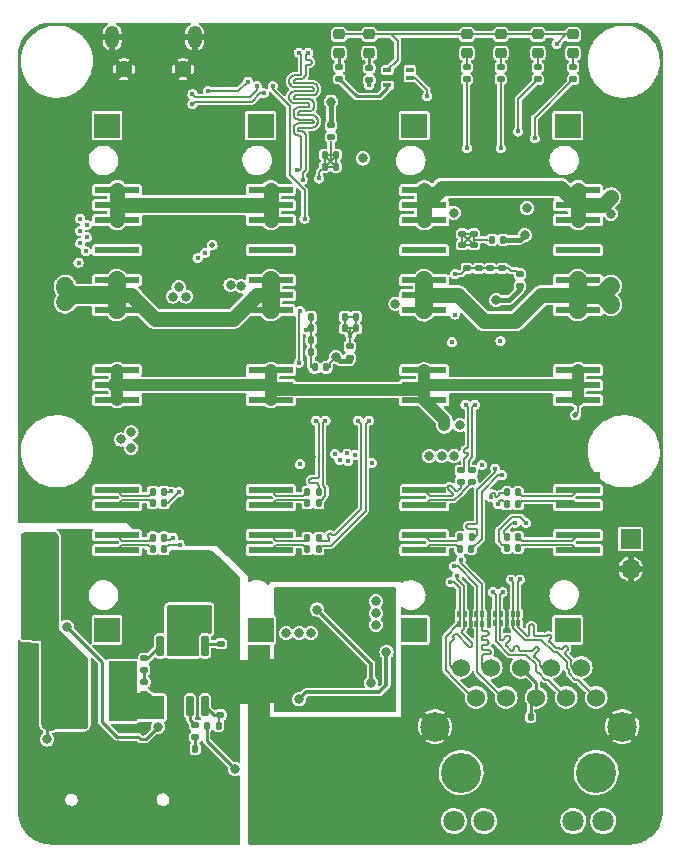
<source format=gbr>
%TF.GenerationSoftware,KiCad,Pcbnew,(6.0.7)*%
%TF.CreationDate,2022-11-16T16:45:53+01:00*%
%TF.ProjectId,MainBoard,4d61696e-426f-4617-9264-2e6b69636164,rev?*%
%TF.SameCoordinates,PXa344e00PY7102aa0*%
%TF.FileFunction,Copper,L4,Bot*%
%TF.FilePolarity,Positive*%
%FSLAX46Y46*%
G04 Gerber Fmt 4.6, Leading zero omitted, Abs format (unit mm)*
G04 Created by KiCad (PCBNEW (6.0.7)) date 2022-11-16 16:45:53*
%MOMM*%
%LPD*%
G01*
G04 APERTURE LIST*
G04 Aperture macros list*
%AMRoundRect*
0 Rectangle with rounded corners*
0 $1 Rounding radius*
0 $2 $3 $4 $5 $6 $7 $8 $9 X,Y pos of 4 corners*
0 Add a 4 corners polygon primitive as box body*
4,1,4,$2,$3,$4,$5,$6,$7,$8,$9,$2,$3,0*
0 Add four circle primitives for the rounded corners*
1,1,$1+$1,$2,$3*
1,1,$1+$1,$4,$5*
1,1,$1+$1,$6,$7*
1,1,$1+$1,$8,$9*
0 Add four rect primitives between the rounded corners*
20,1,$1+$1,$2,$3,$4,$5,0*
20,1,$1+$1,$4,$5,$6,$7,0*
20,1,$1+$1,$6,$7,$8,$9,0*
20,1,$1+$1,$8,$9,$2,$3,0*%
%AMOutline4P*
0 Free polygon, 4 corners , with rotation*
0 The origin of the aperture is its center*
0 number of corners: always 4*
0 $1 to $8 corner X, Y*
0 $9 Rotation angle, in degrees counterclockwise*
0 create outline with 4 corners*
4,1,4,$1,$2,$3,$4,$5,$6,$7,$8,$1,$2,$9*%
G04 Aperture macros list end*
%TA.AperFunction,SMDPad,CuDef*%
%ADD10R,0.650000X0.400000*%
%TD*%
%TA.AperFunction,ComponentPad*%
%ADD11R,1.700000X1.700000*%
%TD*%
%TA.AperFunction,ComponentPad*%
%ADD12O,1.700000X1.700000*%
%TD*%
%TA.AperFunction,ComponentPad*%
%ADD13O,1.200000X1.900000*%
%TD*%
%TA.AperFunction,ComponentPad*%
%ADD14C,1.450000*%
%TD*%
%TA.AperFunction,WasherPad*%
%ADD15C,3.400000*%
%TD*%
%TA.AperFunction,ComponentPad*%
%ADD16C,1.524000*%
%TD*%
%TA.AperFunction,ComponentPad*%
%ADD17C,1.800000*%
%TD*%
%TA.AperFunction,ComponentPad*%
%ADD18C,2.500000*%
%TD*%
%TA.AperFunction,ComponentPad*%
%ADD19O,1.100000X1.600000*%
%TD*%
%TA.AperFunction,ComponentPad*%
%ADD20O,1.600000X1.100000*%
%TD*%
%TA.AperFunction,ComponentPad*%
%ADD21C,0.500000*%
%TD*%
%TA.AperFunction,SMDPad,CuDef*%
%ADD22R,6.000000X9.500000*%
%TD*%
%TA.AperFunction,SMDPad,CuDef*%
%ADD23RoundRect,0.135000X-0.185000X0.135000X-0.185000X-0.135000X0.185000X-0.135000X0.185000X0.135000X0*%
%TD*%
%TA.AperFunction,SMDPad,CuDef*%
%ADD24RoundRect,0.147500X0.172500X-0.147500X0.172500X0.147500X-0.172500X0.147500X-0.172500X-0.147500X0*%
%TD*%
%TA.AperFunction,SMDPad,CuDef*%
%ADD25RoundRect,0.147500X0.147500X0.172500X-0.147500X0.172500X-0.147500X-0.172500X0.147500X-0.172500X0*%
%TD*%
%TA.AperFunction,SMDPad,CuDef*%
%ADD26R,0.300000X0.550000*%
%TD*%
%TA.AperFunction,SMDPad,CuDef*%
%ADD27R,0.400000X0.550000*%
%TD*%
%TA.AperFunction,SMDPad,CuDef*%
%ADD28RoundRect,0.140000X0.140000X0.170000X-0.140000X0.170000X-0.140000X-0.170000X0.140000X-0.170000X0*%
%TD*%
%TA.AperFunction,SMDPad,CuDef*%
%ADD29RoundRect,0.135000X0.185000X-0.135000X0.185000X0.135000X-0.185000X0.135000X-0.185000X-0.135000X0*%
%TD*%
%TA.AperFunction,SMDPad,CuDef*%
%ADD30R,3.800000X0.600000*%
%TD*%
%TA.AperFunction,SMDPad,CuDef*%
%ADD31Outline4P,-1.050000X-1.100000X1.050000X-1.100000X1.050000X1.100000X-1.050000X1.100000X90.000000*%
%TD*%
%TA.AperFunction,SMDPad,CuDef*%
%ADD32RoundRect,0.250000X-0.475000X0.250000X-0.475000X-0.250000X0.475000X-0.250000X0.475000X0.250000X0*%
%TD*%
%TA.AperFunction,SMDPad,CuDef*%
%ADD33RoundRect,0.250000X-0.250000X-0.475000X0.250000X-0.475000X0.250000X0.475000X-0.250000X0.475000X0*%
%TD*%
%TA.AperFunction,SMDPad,CuDef*%
%ADD34RoundRect,0.140000X-0.140000X-0.170000X0.140000X-0.170000X0.140000X0.170000X-0.140000X0.170000X0*%
%TD*%
%TA.AperFunction,SMDPad,CuDef*%
%ADD35RoundRect,0.218750X0.256250X-0.218750X0.256250X0.218750X-0.256250X0.218750X-0.256250X-0.218750X0*%
%TD*%
%TA.AperFunction,SMDPad,CuDef*%
%ADD36RoundRect,0.135000X0.135000X0.185000X-0.135000X0.185000X-0.135000X-0.185000X0.135000X-0.185000X0*%
%TD*%
%TA.AperFunction,SMDPad,CuDef*%
%ADD37RoundRect,0.147500X-0.172500X0.147500X-0.172500X-0.147500X0.172500X-0.147500X0.172500X0.147500X0*%
%TD*%
%TA.AperFunction,SMDPad,CuDef*%
%ADD38RoundRect,0.140000X-0.170000X0.140000X-0.170000X-0.140000X0.170000X-0.140000X0.170000X0.140000X0*%
%TD*%
%TA.AperFunction,SMDPad,CuDef*%
%ADD39R,2.350000X5.100000*%
%TD*%
%TA.AperFunction,SMDPad,CuDef*%
%ADD40R,3.700000X0.600000*%
%TD*%
%TA.AperFunction,SMDPad,CuDef*%
%ADD41RoundRect,0.140000X0.170000X-0.140000X0.170000X0.140000X-0.170000X0.140000X-0.170000X-0.140000X0*%
%TD*%
%TA.AperFunction,SMDPad,CuDef*%
%ADD42RoundRect,0.150000X-0.150000X0.737500X-0.150000X-0.737500X0.150000X-0.737500X0.150000X0.737500X0*%
%TD*%
%TA.AperFunction,SMDPad,CuDef*%
%ADD43R,4.900000X2.950000*%
%TD*%
%TA.AperFunction,ViaPad*%
%ADD44C,0.450000*%
%TD*%
%TA.AperFunction,ViaPad*%
%ADD45C,0.800000*%
%TD*%
%TA.AperFunction,ViaPad*%
%ADD46C,0.500000*%
%TD*%
%TA.AperFunction,Conductor*%
%ADD47C,0.150000*%
%TD*%
%TA.AperFunction,Conductor*%
%ADD48C,0.200000*%
%TD*%
%TA.AperFunction,Conductor*%
%ADD49C,0.250000*%
%TD*%
%TA.AperFunction,Conductor*%
%ADD50C,0.160000*%
%TD*%
%TA.AperFunction,Conductor*%
%ADD51C,0.130000*%
%TD*%
%TA.AperFunction,Conductor*%
%ADD52C,1.000000*%
%TD*%
%TA.AperFunction,Conductor*%
%ADD53C,1.500000*%
%TD*%
%TA.AperFunction,Conductor*%
%ADD54C,0.300000*%
%TD*%
%TA.AperFunction,Conductor*%
%ADD55C,0.400000*%
%TD*%
%TA.AperFunction,Conductor*%
%ADD56C,1.300000*%
%TD*%
G04 APERTURE END LIST*
D10*
%TO.P,U9,1*%
%TO.N,N/C*%
X33475000Y65775000D03*
%TO.P,U9,2*%
%TO.N,/CM4/pwr_led*%
X33475000Y65125000D03*
%TO.P,U9,3,GND*%
%TO.N,GND*%
X33475000Y64475000D03*
%TO.P,U9,4*%
%TO.N,Net-(R9-Pad1)*%
X31575000Y64475000D03*
%TO.P,U9,5,VCC*%
%TO.N,+3V3*%
X31575000Y65775000D03*
%TD*%
D11*
%TO.P,J6,1,Pin_1*%
%TO.N,/CM4/n_eeprom_en*%
X52170000Y26075000D03*
D12*
%TO.P,J6,2,Pin_2*%
%TO.N,GND*%
X52170000Y23535000D03*
%TD*%
D13*
%TO.P,J7,6,Shield*%
%TO.N,GND*%
X15270000Y68547500D03*
D14*
X9270000Y65847500D03*
D13*
X8270000Y68547500D03*
D14*
X14270000Y65847500D03*
%TD*%
D15*
%TO.P,U3,*%
%TO.N,*%
X49250000Y6300000D03*
X37820000Y6300000D03*
D16*
%TO.P,U3,1,TRD0+*%
%TO.N,/CM4/TRD0+*%
X37820000Y15190000D03*
%TO.P,U3,2,TRD0-*%
%TO.N,/CM4/TRD0-*%
X39090000Y12650000D03*
%TO.P,U3,3,TRD1+*%
%TO.N,/CM4/TRD1+*%
X40360000Y15190000D03*
%TO.P,U3,4,TRD1-*%
%TO.N,/CM4/TRD1-*%
X41630000Y12650000D03*
%TO.P,U3,5,CT*%
%TO.N,Net-(C1-Pad1)*%
X42900000Y15190000D03*
%TO.P,U3,6,CT*%
X44170000Y12650000D03*
%TO.P,U3,7,TRD2+*%
%TO.N,/CM4/TRD2+*%
X45440000Y15190000D03*
%TO.P,U3,8,TRD2-*%
%TO.N,/CM4/TRD2-*%
X46710000Y12650000D03*
%TO.P,U3,9,TRD3+*%
%TO.N,/CM4/TRD3+*%
X47980000Y15190000D03*
%TO.P,U3,10,TRD3-*%
%TO.N,/CM4/TRD3-*%
X49250000Y12650000D03*
D17*
%TO.P,U3,11,LEDG_A*%
%TO.N,+3V3*%
X37210000Y2190000D03*
%TO.P,U3,12,LEDG_K*%
%TO.N,Net-(R1-Pad2)*%
X39750000Y2190000D03*
%TO.P,U3,13,LEDY_A*%
%TO.N,+3V3*%
X47320000Y2190000D03*
%TO.P,U3,14,LEDY_K*%
%TO.N,Net-(R2-Pad2)*%
X49860000Y2190000D03*
D18*
%TO.P,U3,sh,SHIELD*%
%TO.N,GND*%
X35610000Y10190000D03*
X51460000Y10190000D03*
%TD*%
D19*
%TO.P,J1,S1,SHIELD*%
%TO.N,GND*%
X4380000Y5800000D03*
%TO.P,J1,S2,SHIELD*%
X13020000Y5800000D03*
D20*
%TO.P,J1,S3,SHIELD*%
X6400000Y4370000D03*
%TO.P,J1,S4,SHIELD*%
X11000000Y4370000D03*
%TD*%
D21*
%TO.P,U4,77,EPAD*%
%TO.N,GND*%
X26950000Y49460000D03*
X28150000Y49460000D03*
X29350000Y50660000D03*
X29350000Y49460000D03*
X28150000Y51860000D03*
X29350000Y51860000D03*
X26950000Y50660000D03*
D22*
X28150000Y50660000D03*
D21*
X26950000Y51860000D03*
X28150000Y50660000D03*
%TD*%
D23*
%TO.P,R8,1*%
%TO.N,Net-(D4-Pad1)*%
X38300000Y66010000D03*
%TO.P,R8,2*%
%TO.N,/PCIe_sata/led4*%
X38300000Y64990000D03*
%TD*%
D24*
%TO.P,FB3,1*%
%TO.N,+1V8*%
X42800000Y47515000D03*
%TO.P,FB3,2*%
%TO.N,/PCIe_sata/VAA2_1*%
X42800000Y48485000D03*
%TD*%
D25*
%TO.P,FB2,1*%
%TO.N,+1V8*%
X41385000Y51400000D03*
%TO.P,FB2,2*%
%TO.N,/PCIe_sata/VAA2_0*%
X40415000Y51400000D03*
%TD*%
D26*
%TO.P,U1,1,D1+*%
%TO.N,/CM4/TRD3+*%
X42670000Y18955000D03*
%TO.P,U1,2,D1-*%
%TO.N,/CM4/TRD3-*%
X42170000Y18955000D03*
D27*
%TO.P,U1,3,GND*%
%TO.N,GND*%
X41670000Y18955000D03*
D26*
%TO.P,U1,4,D2+*%
%TO.N,/CM4/TRD2+*%
X41170000Y18955000D03*
%TO.P,U1,5,D2-*%
%TO.N,/CM4/TRD2-*%
X40670000Y18955000D03*
%TO.P,U1,6,D2-*%
X40670000Y19725000D03*
%TO.P,U1,7,D2+*%
%TO.N,/CM4/TRD2+*%
X41170000Y19725000D03*
D27*
%TO.P,U1,8,GND*%
%TO.N,GND*%
X41670000Y19725000D03*
D26*
%TO.P,U1,9,D1-*%
%TO.N,/CM4/TRD3-*%
X42170000Y19725000D03*
%TO.P,U1,10,D1+*%
%TO.N,/CM4/TRD3+*%
X42670000Y19725000D03*
%TD*%
D28*
%TO.P,C41,1*%
%TO.N,/PCIe_sata/AVDD0*%
X26280000Y57600000D03*
%TO.P,C41,2*%
%TO.N,GND*%
X25320000Y57600000D03*
%TD*%
D29*
%TO.P,R27,1*%
%TO.N,Net-(Module1-Pad21)*%
X30050000Y64940000D03*
%TO.P,R27,2*%
%TO.N,Net-(D12-Pad1)*%
X30050000Y65960000D03*
%TD*%
D30*
%TO.P,J2,1,Pin_1*%
%TO.N,GND*%
X47700000Y23855000D03*
%TO.P,J2,2,Pin_2*%
%TO.N,/PCIe_sata/TX0+*%
X47700000Y25125000D03*
%TO.P,J2,3,Pin_3*%
%TO.N,/PCIe_sata/TX0-*%
X47700000Y26395000D03*
%TO.P,J2,4,Pin_4*%
%TO.N,GND*%
X47700000Y27665000D03*
%TO.P,J2,5,Pin_5*%
%TO.N,/PCIe_sata/RX0-*%
X47700000Y28935000D03*
%TO.P,J2,6,Pin_6*%
%TO.N,/PCIe_sata/RX0+*%
X47700000Y30205000D03*
%TO.P,J2,7,Pin_7*%
%TO.N,GND*%
X47700000Y31475000D03*
%TO.P,J2,8,Pin_8*%
%TO.N,+3V3*%
X47700000Y37825000D03*
%TO.P,J2,9,Pin_9*%
X47700000Y39095000D03*
%TO.P,J2,10,Pin_10*%
X47700000Y40365000D03*
%TO.P,J2,11,Pin_11*%
%TO.N,GND*%
X47700000Y41635000D03*
%TO.P,J2,12,Pin_12*%
X47700000Y42905000D03*
%TO.P,J2,13,Pin_13*%
X47700000Y44175000D03*
%TO.P,J2,14,Pin_14*%
%TO.N,+5V*%
X47700000Y45445000D03*
%TO.P,J2,15,Pin_15*%
X47700000Y46715000D03*
%TO.P,J2,16,Pin_16*%
X47700000Y47985000D03*
%TO.P,J2,17,Pin_17*%
%TO.N,GND*%
X47700000Y49255000D03*
%TO.P,J2,18,Pin_18*%
%TO.N,unconnected-(J2-Pad18)*%
X47700000Y50525000D03*
%TO.P,J2,19,Pin_19*%
%TO.N,GND*%
X47700000Y51795000D03*
%TO.P,J2,20,Pin_20*%
%TO.N,+12V*%
X47700000Y53065000D03*
%TO.P,J2,21,Pin_21*%
X47700000Y54335000D03*
%TO.P,J2,22,Pin_22*%
X47700000Y55605000D03*
D31*
%TO.P,J2,NC*%
%TO.N,N/C*%
X46850000Y61080000D03*
X46850000Y18380000D03*
%TD*%
D28*
%TO.P,C1,1*%
%TO.N,Net-(C1-Pad1)*%
X43700000Y11000000D03*
%TO.P,C1,2*%
%TO.N,GND*%
X42740000Y11000000D03*
%TD*%
D23*
%TO.P,R6,1*%
%TO.N,Net-(D2-Pad1)*%
X44300000Y66010000D03*
%TO.P,R6,2*%
%TO.N,/PCIe_sata/led2*%
X44300000Y64990000D03*
%TD*%
D32*
%TO.P,C75,1*%
%TO.N,GND*%
X13870000Y21450000D03*
%TO.P,C75,2*%
%TO.N,+12V*%
X13870000Y19550000D03*
%TD*%
D33*
%TO.P,C76,1*%
%TO.N,GND*%
X1120000Y12600000D03*
%TO.P,C76,2*%
%TO.N,+5V*%
X3020000Y12600000D03*
%TD*%
D28*
%TO.P,C18,1*%
%TO.N,/PCIe_sata/RX0+*%
X42650000Y30020000D03*
%TO.P,C18,2*%
%TO.N,/PCIe_sata/RX00+*%
X41690000Y30020000D03*
%TD*%
D34*
%TO.P,C17,1*%
%TO.N,/PCIe_sata/RX3-*%
X11690000Y29100000D03*
%TO.P,C17,2*%
%TO.N,/PCIe_sata/RX03-*%
X12650000Y29100000D03*
%TD*%
%TO.P,C10,1*%
%TO.N,/PCIe_sata/TX3-*%
X11690000Y26200000D03*
%TO.P,C10,2*%
%TO.N,/PCIe_sata/TX03-*%
X12650000Y26200000D03*
%TD*%
D29*
%TO.P,R21,1*%
%TO.N,Net-(C77-Pad2)*%
X15300000Y9290000D03*
%TO.P,R21,2*%
%TO.N,Net-(R21-Pad2)*%
X15300000Y10310000D03*
%TD*%
D28*
%TO.P,C56,1*%
%TO.N,/PCIe_sata/VAA2_2*%
X27980000Y44900000D03*
%TO.P,C56,2*%
%TO.N,GND*%
X27020000Y44900000D03*
%TD*%
D34*
%TO.P,C16,1*%
%TO.N,/PCIe_sata/RX2-*%
X24790000Y29100000D03*
%TO.P,C16,2*%
%TO.N,/PCIe_sata/RX02-*%
X25750000Y29100000D03*
%TD*%
%TO.P,C20,1*%
%TO.N,/PCIe_sata/RX2+*%
X24790000Y30080000D03*
%TO.P,C20,2*%
%TO.N,/PCIe_sata/RX02+*%
X25750000Y30080000D03*
%TD*%
D24*
%TO.P,FB6,1*%
%TO.N,+1V8*%
X28400000Y41415000D03*
%TO.P,FB6,2*%
%TO.N,/PCIe_sata/VAA2_2*%
X28400000Y42385000D03*
%TD*%
D34*
%TO.P,C8,1*%
%TO.N,/PCIe_sata/TX1-*%
X37748000Y26234000D03*
%TO.P,C8,2*%
%TO.N,/PCIe_sata/TX01-*%
X38708000Y26234000D03*
%TD*%
D35*
%TO.P,D1,1,K*%
%TO.N,Net-(D1-Pad1)*%
X47300000Y67212500D03*
%TO.P,D1,2,A*%
%TO.N,+3V3*%
X47300000Y68787500D03*
%TD*%
%TO.P,D2,1,K*%
%TO.N,Net-(D2-Pad1)*%
X44300000Y67212500D03*
%TO.P,D2,2,A*%
%TO.N,+3V3*%
X44300000Y68787500D03*
%TD*%
D34*
%TO.P,C21,1*%
%TO.N,/PCIe_sata/RX3+*%
X11690000Y30080000D03*
%TO.P,C21,2*%
%TO.N,/PCIe_sata/RX03+*%
X12650000Y30080000D03*
%TD*%
%TO.P,C5,1*%
%TO.N,/PCIe_sata/TX2+*%
X24790000Y25200000D03*
%TO.P,C5,2*%
%TO.N,/PCIe_sata/TX02+*%
X25750000Y25200000D03*
%TD*%
%TO.P,C77,1*%
%TO.N,GND*%
X14352000Y8326000D03*
%TO.P,C77,2*%
%TO.N,Net-(C77-Pad2)*%
X15312000Y8326000D03*
%TD*%
D36*
%TO.P,R22,1*%
%TO.N,Net-(R22-Pad1)*%
X17285000Y10250000D03*
%TO.P,R22,2*%
%TO.N,+5V*%
X16265000Y10250000D03*
%TD*%
D34*
%TO.P,C48,1*%
%TO.N,/PCIe_sata/VAA2_3*%
X25120000Y42900000D03*
%TO.P,C48,2*%
%TO.N,GND*%
X26080000Y42900000D03*
%TD*%
D23*
%TO.P,R5,1*%
%TO.N,Net-(D1-Pad1)*%
X47300000Y66010000D03*
%TO.P,R5,2*%
%TO.N,/PCIe_sata/led1*%
X47300000Y64990000D03*
%TD*%
D25*
%TO.P,FB7,1*%
%TO.N,+1V8*%
X26385000Y40600000D03*
%TO.P,FB7,2*%
%TO.N,/PCIe_sata/VAA2_3*%
X25415000Y40600000D03*
%TD*%
D23*
%TO.P,R23,1*%
%TO.N,GND*%
X17440000Y12220000D03*
%TO.P,R23,2*%
%TO.N,Net-(R22-Pad1)*%
X17440000Y11200000D03*
%TD*%
D34*
%TO.P,C4,1*%
%TO.N,/PCIe_sata/TX1+*%
X37728000Y25218000D03*
%TO.P,C4,2*%
%TO.N,/PCIe_sata/TX01+*%
X38688000Y25218000D03*
%TD*%
D37*
%TO.P,FB5,1*%
%TO.N,+1V8*%
X26800000Y61085000D03*
%TO.P,FB5,2*%
%TO.N,/PCIe_sata/AVDD0*%
X26800000Y60115000D03*
%TD*%
D38*
%TO.P,C66,1*%
%TO.N,Net-(C66-Pad1)*%
X11000000Y15960000D03*
%TO.P,C66,2*%
%TO.N,Net-(C66-Pad2)*%
X11000000Y15000000D03*
%TD*%
D23*
%TO.P,R20,1*%
%TO.N,Net-(C66-Pad2)*%
X11000000Y13990000D03*
%TO.P,R20,2*%
%TO.N,Net-(L1-Pad1)*%
X11000000Y12970000D03*
%TD*%
D35*
%TO.P,D11,1,K*%
%TO.N,Net-(D11-Pad1)*%
X27500000Y67212500D03*
%TO.P,D11,2,A*%
%TO.N,+3V3*%
X27500000Y68787500D03*
%TD*%
D34*
%TO.P,C59,1*%
%TO.N,/PCIe_sata/VAA2_3*%
X25120000Y41900000D03*
%TO.P,C59,2*%
%TO.N,GND*%
X26080000Y41900000D03*
%TD*%
D39*
%TO.P,L1,1,1*%
%TO.N,Net-(L1-Pad1)*%
X9175000Y13200000D03*
%TO.P,L1,2,2*%
%TO.N,+5V*%
X5025000Y13200000D03*
%TD*%
D34*
%TO.P,C6,1*%
%TO.N,/PCIe_sata/TX3+*%
X11690000Y25200000D03*
%TO.P,C6,2*%
%TO.N,/PCIe_sata/TX03+*%
X12650000Y25200000D03*
%TD*%
D38*
%TO.P,C34,1*%
%TO.N,/PCIe_sata/VAA2_1*%
X40300000Y48980000D03*
%TO.P,C34,2*%
%TO.N,GND*%
X40300000Y48020000D03*
%TD*%
%TO.P,C39,1*%
%TO.N,/PCIe_sata/VAA2_1*%
X41300000Y48980000D03*
%TO.P,C39,2*%
%TO.N,GND*%
X41300000Y48020000D03*
%TD*%
%TO.P,C38,1*%
%TO.N,/PCIe_sata/VAA2_0*%
X38900000Y50980000D03*
%TO.P,C38,2*%
%TO.N,GND*%
X38900000Y50020000D03*
%TD*%
D35*
%TO.P,D3,1,K*%
%TO.N,Net-(D3-Pad1)*%
X41170000Y67212500D03*
%TO.P,D3,2,A*%
%TO.N,+3V3*%
X41170000Y68787500D03*
%TD*%
D33*
%TO.P,C71,1*%
%TO.N,GND*%
X1120000Y14600000D03*
%TO.P,C71,2*%
%TO.N,+5V*%
X3020000Y14600000D03*
%TD*%
D35*
%TO.P,D4,1,K*%
%TO.N,Net-(D4-Pad1)*%
X38300000Y67212500D03*
%TO.P,D4,2,A*%
%TO.N,+3V3*%
X38300000Y68787500D03*
%TD*%
D34*
%TO.P,C9,1*%
%TO.N,/PCIe_sata/TX2-*%
X24790000Y26180000D03*
%TO.P,C9,2*%
%TO.N,/PCIe_sata/TX02-*%
X25750000Y26180000D03*
%TD*%
%TO.P,C57,1*%
%TO.N,/PCIe_sata/VAA2_3*%
X25120000Y43900000D03*
%TO.P,C57,2*%
%TO.N,GND*%
X26080000Y43900000D03*
%TD*%
D28*
%TO.P,C14,1*%
%TO.N,/PCIe_sata/RX0-*%
X42650000Y29000000D03*
%TO.P,C14,2*%
%TO.N,/PCIe_sata/RX00-*%
X41690000Y29000000D03*
%TD*%
D30*
%TO.P,J3,1,Pin_1*%
%TO.N,GND*%
X34700000Y23845000D03*
%TO.P,J3,2,Pin_2*%
%TO.N,/PCIe_sata/TX1+*%
X34700000Y25115000D03*
%TO.P,J3,3,Pin_3*%
%TO.N,/PCIe_sata/TX1-*%
X34700000Y26385000D03*
%TO.P,J3,4,Pin_4*%
%TO.N,GND*%
X34700000Y27655000D03*
%TO.P,J3,5,Pin_5*%
%TO.N,/PCIe_sata/RX1-*%
X34700000Y28925000D03*
D40*
%TO.P,J3,6,Pin_6*%
%TO.N,/PCIe_sata/RX1+*%
X34700000Y30195000D03*
D30*
%TO.P,J3,7,Pin_7*%
%TO.N,GND*%
X34700000Y31465000D03*
%TO.P,J3,8,Pin_8*%
%TO.N,+3V3*%
X34700000Y37815000D03*
%TO.P,J3,9,Pin_9*%
X34700000Y39085000D03*
%TO.P,J3,10,Pin_10*%
X34700000Y40355000D03*
%TO.P,J3,11,Pin_11*%
%TO.N,GND*%
X34700000Y41625000D03*
%TO.P,J3,12,Pin_12*%
X34700000Y42895000D03*
%TO.P,J3,13,Pin_13*%
X34700000Y44165000D03*
%TO.P,J3,14,Pin_14*%
%TO.N,+5V*%
X34700000Y45435000D03*
%TO.P,J3,15,Pin_15*%
X34700000Y46705000D03*
%TO.P,J3,16,Pin_16*%
X34700000Y47975000D03*
%TO.P,J3,17,Pin_17*%
%TO.N,GND*%
X34700000Y49245000D03*
%TO.P,J3,18,Pin_18*%
%TO.N,unconnected-(J3-Pad18)*%
X34700000Y50515000D03*
%TO.P,J3,19,Pin_19*%
%TO.N,GND*%
X34700000Y51785000D03*
%TO.P,J3,20,Pin_20*%
%TO.N,+12V*%
X34700000Y53055000D03*
%TO.P,J3,21,Pin_21*%
X34700000Y54325000D03*
%TO.P,J3,22,Pin_22*%
X34700000Y55595000D03*
D31*
%TO.P,J3,NC*%
%TO.N,N/C*%
X33850000Y18370000D03*
X33850000Y61070000D03*
%TD*%
D26*
%TO.P,U2,1,D1+*%
%TO.N,/CM4/TRD1+*%
X39620000Y18915000D03*
%TO.P,U2,2,D1-*%
%TO.N,/CM4/TRD1-*%
X39120000Y18915000D03*
D27*
%TO.P,U2,3,GND*%
%TO.N,GND*%
X38620000Y18915000D03*
D26*
%TO.P,U2,4,D2+*%
%TO.N,/CM4/TRD0+*%
X38120000Y18915000D03*
%TO.P,U2,5,D2-*%
%TO.N,/CM4/TRD0-*%
X37620000Y18915000D03*
%TO.P,U2,6,D2-*%
X37620000Y19685000D03*
%TO.P,U2,7,D2+*%
%TO.N,/CM4/TRD0+*%
X38120000Y19685000D03*
D27*
%TO.P,U2,8,GND*%
%TO.N,GND*%
X38620000Y19685000D03*
D26*
%TO.P,U2,9,D1-*%
%TO.N,/CM4/TRD1-*%
X39120000Y19685000D03*
%TO.P,U2,10,D1+*%
%TO.N,/CM4/TRD1+*%
X39620000Y19685000D03*
%TD*%
D34*
%TO.P,C47,1*%
%TO.N,/PCIe_sata/VAA2_2*%
X28920000Y44900000D03*
%TO.P,C47,2*%
%TO.N,GND*%
X29880000Y44900000D03*
%TD*%
D41*
%TO.P,C19,1*%
%TO.N,/PCIe_sata/RX1+*%
X37770000Y30920000D03*
%TO.P,C19,2*%
%TO.N,/PCIe_sata/RX01+*%
X37770000Y31880000D03*
%TD*%
D34*
%TO.P,C31,1*%
%TO.N,/PCIe_sata/AVDD0*%
X27220000Y58600000D03*
%TO.P,C31,2*%
%TO.N,GND*%
X28180000Y58600000D03*
%TD*%
D38*
%TO.P,C29,1*%
%TO.N,/PCIe_sata/VAA2_1*%
X38300000Y48980000D03*
%TO.P,C29,2*%
%TO.N,GND*%
X38300000Y48020000D03*
%TD*%
D28*
%TO.P,C7,1*%
%TO.N,/PCIe_sata/TX0-*%
X42650000Y26280000D03*
%TO.P,C7,2*%
%TO.N,/PCIe_sata/TX00-*%
X41690000Y26280000D03*
%TD*%
%TO.P,C58,1*%
%TO.N,/PCIe_sata/VAA2_2*%
X27980000Y43900000D03*
%TO.P,C58,2*%
%TO.N,GND*%
X27020000Y43900000D03*
%TD*%
D35*
%TO.P,D12,1,K*%
%TO.N,Net-(D12-Pad1)*%
X30050000Y67212500D03*
%TO.P,D12,2,A*%
%TO.N,+3V3*%
X30050000Y68787500D03*
%TD*%
D41*
%TO.P,C28,1*%
%TO.N,/PCIe_sata/VAA2_0*%
X37900000Y51920000D03*
%TO.P,C28,2*%
%TO.N,GND*%
X37900000Y52880000D03*
%TD*%
D42*
%TO.P,U7,1,BST*%
%TO.N,Net-(C66-Pad1)*%
X12320000Y17042500D03*
%TO.P,U7,2,VIN*%
%TO.N,+12V*%
X13590000Y17042500D03*
%TO.P,U7,3,EN*%
X14860000Y17042500D03*
%TO.P,U7,4,SS*%
%TO.N,Net-(C69-Pad2)*%
X16130000Y17042500D03*
%TO.P,U7,5,FB*%
%TO.N,Net-(R22-Pad1)*%
X16130000Y11917500D03*
%TO.P,U7,6,COMP*%
%TO.N,Net-(R21-Pad2)*%
X14860000Y11917500D03*
%TO.P,U7,7,GND*%
%TO.N,GND*%
X13590000Y11917500D03*
%TO.P,U7,8,SW*%
%TO.N,Net-(L1-Pad1)*%
X12320000Y11917500D03*
D43*
%TO.P,U7,9,EP*%
%TO.N,GND*%
X14225000Y14480000D03*
%TD*%
D32*
%TO.P,C70,1*%
%TO.N,GND*%
X15900000Y21450000D03*
%TO.P,C70,2*%
%TO.N,+12V*%
X15900000Y19550000D03*
%TD*%
D33*
%TO.P,C68,1*%
%TO.N,GND*%
X1120000Y16600000D03*
%TO.P,C68,2*%
%TO.N,+5V*%
X3020000Y16600000D03*
%TD*%
D30*
%TO.P,J4,1,Pin_1*%
%TO.N,GND*%
X21700000Y23855000D03*
%TO.P,J4,2,Pin_2*%
%TO.N,/PCIe_sata/TX2+*%
X21700000Y25125000D03*
%TO.P,J4,3,Pin_3*%
%TO.N,/PCIe_sata/TX2-*%
X21700000Y26395000D03*
%TO.P,J4,4,Pin_4*%
%TO.N,GND*%
X21700000Y27665000D03*
%TO.P,J4,5,Pin_5*%
%TO.N,/PCIe_sata/RX2-*%
X21700000Y28935000D03*
%TO.P,J4,6,Pin_6*%
%TO.N,/PCIe_sata/RX2+*%
X21700000Y30205000D03*
%TO.P,J4,7,Pin_7*%
%TO.N,GND*%
X21700000Y31475000D03*
%TO.P,J4,8,Pin_8*%
%TO.N,+3V3*%
X21700000Y37825000D03*
%TO.P,J4,9,Pin_9*%
X21700000Y39095000D03*
%TO.P,J4,10,Pin_10*%
X21700000Y40365000D03*
%TO.P,J4,11,Pin_11*%
%TO.N,GND*%
X21700000Y41635000D03*
%TO.P,J4,12,Pin_12*%
X21700000Y42905000D03*
%TO.P,J4,13,Pin_13*%
X21700000Y44175000D03*
%TO.P,J4,14,Pin_14*%
%TO.N,+5V*%
X21700000Y45445000D03*
%TO.P,J4,15,Pin_15*%
X21700000Y46715000D03*
%TO.P,J4,16,Pin_16*%
X21700000Y47985000D03*
%TO.P,J4,17,Pin_17*%
%TO.N,GND*%
X21700000Y49255000D03*
%TO.P,J4,18,Pin_18*%
%TO.N,unconnected-(J4-Pad18)*%
X21700000Y50525000D03*
%TO.P,J4,19,Pin_19*%
%TO.N,GND*%
X21700000Y51795000D03*
%TO.P,J4,20,Pin_20*%
%TO.N,+12V*%
X21700000Y53065000D03*
%TO.P,J4,21,Pin_21*%
X21700000Y54335000D03*
%TO.P,J4,22,Pin_22*%
X21700000Y55605000D03*
D31*
%TO.P,J4,NC*%
%TO.N,N/C*%
X20850000Y61080000D03*
X20850000Y18380000D03*
%TD*%
D41*
%TO.P,C15,1*%
%TO.N,/PCIe_sata/RX1-*%
X38770000Y30920000D03*
%TO.P,C15,2*%
%TO.N,/PCIe_sata/RX01-*%
X38770000Y31880000D03*
%TD*%
D34*
%TO.P,C26,1*%
%TO.N,/PCIe_sata/AVDD0*%
X27220000Y57600000D03*
%TO.P,C26,2*%
%TO.N,GND*%
X28180000Y57600000D03*
%TD*%
%TO.P,C52,1*%
%TO.N,/PCIe_sata/VAA2_2*%
X28920000Y43900000D03*
%TO.P,C52,2*%
%TO.N,GND*%
X29880000Y43900000D03*
%TD*%
D28*
%TO.P,C3,1*%
%TO.N,/PCIe_sata/TX0+*%
X42650000Y25300000D03*
%TO.P,C3,2*%
%TO.N,/PCIe_sata/TX00+*%
X41690000Y25300000D03*
%TD*%
D34*
%TO.P,C53,1*%
%TO.N,/PCIe_sata/VAA2_3*%
X25120000Y44900000D03*
%TO.P,C53,2*%
%TO.N,GND*%
X26080000Y44900000D03*
%TD*%
D23*
%TO.P,R7,1*%
%TO.N,Net-(D3-Pad1)*%
X41170000Y66010000D03*
%TO.P,R7,2*%
%TO.N,/PCIe_sata/led3*%
X41170000Y64990000D03*
%TD*%
D41*
%TO.P,C69,1*%
%TO.N,GND*%
X17500000Y16250000D03*
%TO.P,C69,2*%
%TO.N,Net-(C69-Pad2)*%
X17500000Y17210000D03*
%TD*%
D28*
%TO.P,C36,1*%
%TO.N,/PCIe_sata/AVDD0*%
X26280000Y58600000D03*
%TO.P,C36,2*%
%TO.N,GND*%
X25320000Y58600000D03*
%TD*%
D38*
%TO.P,C33,1*%
%TO.N,/PCIe_sata/VAA2_0*%
X37900000Y50980000D03*
%TO.P,C33,2*%
%TO.N,GND*%
X37900000Y50020000D03*
%TD*%
D33*
%TO.P,C73,1*%
%TO.N,GND*%
X1120000Y10600000D03*
%TO.P,C73,2*%
%TO.N,+5V*%
X3020000Y10600000D03*
%TD*%
D29*
%TO.P,R9,1*%
%TO.N,Net-(R9-Pad1)*%
X27500000Y65040000D03*
%TO.P,R9,2*%
%TO.N,Net-(D11-Pad1)*%
X27500000Y66060000D03*
%TD*%
D30*
%TO.P,J5,1,Pin_1*%
%TO.N,GND*%
X8690000Y23855000D03*
%TO.P,J5,2,Pin_2*%
%TO.N,/PCIe_sata/TX3+*%
X8690000Y25125000D03*
%TO.P,J5,3,Pin_3*%
%TO.N,/PCIe_sata/TX3-*%
X8690000Y26395000D03*
%TO.P,J5,4,Pin_4*%
%TO.N,GND*%
X8690000Y27665000D03*
%TO.P,J5,5,Pin_5*%
%TO.N,/PCIe_sata/RX3-*%
X8690000Y28935000D03*
%TO.P,J5,6,Pin_6*%
%TO.N,/PCIe_sata/RX3+*%
X8690000Y30205000D03*
%TO.P,J5,7,Pin_7*%
%TO.N,GND*%
X8690000Y31475000D03*
%TO.P,J5,8,Pin_8*%
%TO.N,+3V3*%
X8690000Y37825000D03*
%TO.P,J5,9,Pin_9*%
X8690000Y39095000D03*
%TO.P,J5,10,Pin_10*%
X8690000Y40365000D03*
%TO.P,J5,11,Pin_11*%
%TO.N,GND*%
X8690000Y41635000D03*
%TO.P,J5,12,Pin_12*%
X8690000Y42905000D03*
%TO.P,J5,13,Pin_13*%
X8690000Y44175000D03*
%TO.P,J5,14,Pin_14*%
%TO.N,+5V*%
X8690000Y45445000D03*
%TO.P,J5,15,Pin_15*%
X8690000Y46715000D03*
%TO.P,J5,16,Pin_16*%
X8690000Y47985000D03*
%TO.P,J5,17,Pin_17*%
%TO.N,GND*%
X8690000Y49255000D03*
%TO.P,J5,18,Pin_18*%
%TO.N,unconnected-(J5-Pad18)*%
X8690000Y50525000D03*
%TO.P,J5,19,Pin_19*%
%TO.N,GND*%
X8690000Y51795000D03*
%TO.P,J5,20,Pin_20*%
%TO.N,+12V*%
X8690000Y53065000D03*
%TO.P,J5,21,Pin_21*%
X8690000Y54335000D03*
%TO.P,J5,22,Pin_22*%
X8690000Y55605000D03*
D31*
%TO.P,J5,NC*%
%TO.N,N/C*%
X7840000Y18380000D03*
X7840000Y61080000D03*
%TD*%
D38*
%TO.P,C24,1*%
%TO.N,/PCIe_sata/VAA2_1*%
X39300000Y48980000D03*
%TO.P,C24,2*%
%TO.N,GND*%
X39300000Y48020000D03*
%TD*%
D41*
%TO.P,C23,1*%
%TO.N,/PCIe_sata/VAA2_0*%
X38900000Y51920000D03*
%TO.P,C23,2*%
%TO.N,GND*%
X38900000Y52880000D03*
%TD*%
D44*
%TO.N,/CM4/screen_BL*%
X6051005Y50426005D03*
X30250000Y32525000D03*
%TO.N,/CM4/screen_CS*%
X27525000Y32750000D03*
%TO.N,/CM4/screen_DC*%
X28225000Y32675000D03*
%TO.N,/CM4/screen_RST*%
X28801821Y33195728D03*
%TO.N,/CM4/screen_MOSI*%
X28170639Y33312188D03*
%TO.N,/CM4/screen_CLK*%
X27161281Y33286289D03*
D45*
%TO.N,GND*%
X31650500Y67150000D03*
X25620006Y51201893D03*
D44*
X21345316Y35914882D03*
D45*
X770000Y36200000D03*
X6420000Y27900000D03*
X1500000Y1500000D03*
X31000000Y32850000D03*
X25600000Y52500000D03*
X31300000Y42650000D03*
X54270000Y49200000D03*
X27800000Y56400000D03*
X6070000Y1200000D03*
X23500000Y20600000D03*
X13475000Y50400000D03*
X17770000Y69200000D03*
X48770000Y69200000D03*
X54270000Y42200000D03*
X40054241Y33545759D03*
D44*
X19900000Y34975000D03*
D45*
X15550000Y24250000D03*
X7900000Y16600000D03*
X6050000Y24900000D03*
D44*
X14300000Y32000000D03*
D45*
X54270000Y10700000D03*
X31000000Y9500000D03*
X770000Y42200000D03*
X5270000Y25800000D03*
X18470000Y8200000D03*
X4500000Y7750000D03*
X13975000Y61125000D03*
X1520000Y13700000D03*
X31500000Y23000000D03*
X18420000Y18300000D03*
X770000Y30200000D03*
X51800000Y51450000D03*
X25070500Y33000000D03*
X25620006Y49501893D03*
X30700000Y51100000D03*
D44*
X12728871Y35628871D03*
D45*
X13500000Y42800000D03*
X18570000Y14900000D03*
D44*
X37100000Y50200000D03*
D45*
X770000Y49200000D03*
X19200000Y52393378D03*
X6800000Y10100000D03*
X37300000Y43900000D03*
X28150316Y47850010D03*
X43270000Y1200000D03*
X25600000Y48300000D03*
D44*
X12800000Y27050000D03*
D45*
X10912522Y9912478D03*
X22500000Y9500000D03*
X17470000Y15300000D03*
X53770000Y2200000D03*
X25930000Y53660000D03*
X34825000Y35675000D03*
X17000000Y1700000D03*
X29552466Y47850010D03*
X29418077Y53651016D03*
X1520000Y11450000D03*
X1470000Y15600000D03*
D44*
X23550000Y43550000D03*
D45*
X30700000Y52400000D03*
X24200000Y15100000D03*
X34000000Y16000000D03*
X36520000Y66950000D03*
D44*
X10345000Y32300000D03*
D45*
X54270000Y20200000D03*
X54270000Y55200000D03*
X25500000Y23000000D03*
X770000Y55200000D03*
X1400000Y8000000D03*
X30700000Y48300000D03*
X18570000Y13700000D03*
X28500000Y39950000D03*
X9720000Y21850000D03*
X1070000Y28000000D03*
X28770000Y66950000D03*
X4520000Y21700000D03*
X33770000Y66950000D03*
X19200000Y49000000D03*
X20770000Y1200000D03*
X20770000Y8200000D03*
D44*
X16900000Y37300000D03*
D45*
X17420000Y23500000D03*
X23300000Y35749500D03*
X31600000Y36550000D03*
X17370000Y6400000D03*
X30700000Y49500000D03*
X28600000Y15100000D03*
D44*
X41700000Y20750000D03*
D45*
X33000000Y32850000D03*
X29270000Y1200000D03*
D44*
X16700000Y26250000D03*
D45*
X31500000Y12000000D03*
X22500000Y59200000D03*
X770000Y62200000D03*
X44500000Y21650000D03*
X35700000Y57300000D03*
X34000000Y12000000D03*
X26270000Y66950000D03*
X9500000Y16600000D03*
X11220000Y20950000D03*
X38900000Y54100000D03*
X54270000Y36700000D03*
X18620000Y20950000D03*
X45750000Y65300000D03*
X54270000Y62200000D03*
D44*
X15850000Y26300000D03*
D45*
X39725000Y47325000D03*
X5370000Y23900000D03*
X41000000Y53900000D03*
X12250000Y7000000D03*
X8769743Y8610500D03*
X41670000Y57650000D03*
D44*
X19100000Y42950000D03*
X12800000Y31950000D03*
D45*
X5950000Y44800000D03*
X42900000Y13600000D03*
X17470000Y14300000D03*
X27770000Y53700000D03*
X26639385Y47850010D03*
X12300000Y1400000D03*
X17470000Y13300000D03*
X44600000Y51100000D03*
X33100000Y41300000D03*
D44*
X38600000Y20500000D03*
%TO.N,/CM4/USB-*%
X15070000Y63725000D03*
X20508311Y64410256D03*
%TO.N,/CM4/USB+*%
X15070000Y62875000D03*
X21109353Y63809214D03*
%TO.N,/CM4/OTG_ID*%
X16370000Y64000000D03*
X19770000Y64800000D03*
%TO.N,/CM4/TRD3+*%
X42825000Y22650000D03*
%TO.N,/CM4/TRD1+*%
X37809074Y24319435D03*
%TO.N,/CM4/TRD3-*%
X42015000Y22650000D03*
%TO.N,/CM4/TRD1-*%
X37236316Y23746677D03*
%TO.N,/CM4/TRD2+*%
X41325000Y21566010D03*
%TO.N,/CM4/TRD0+*%
X37491379Y22978518D03*
%TO.N,/CM4/TRD2-*%
X40515000Y21566010D03*
%TO.N,/CM4/TRD0-*%
X36918621Y22405760D03*
%TO.N,/CM4/screen_MOSI*%
X5575000Y53200000D03*
%TO.N,/CM4/screen_CLK*%
X6175000Y52689500D03*
%TO.N,/CM4/screen_CS*%
X5550000Y52175000D03*
%TO.N,/CM4/screen_DC*%
X6124098Y51631499D03*
%TO.N,/CM4/screen_RST*%
X5575000Y51125000D03*
%TO.N,/PCIe_sata/TX00+*%
X43340000Y27440000D03*
%TO.N,/PCIe_sata/TX01+*%
X41286379Y31463621D03*
%TO.N,/PCIe_sata/TX02+*%
X30000000Y36100000D03*
%TO.N,/PCIe_sata/TX03+*%
X13982031Y25604427D03*
%TO.N,/PCIe_sata/TX00-*%
X42410000Y27440000D03*
%TO.N,/PCIe_sata/TX01-*%
X40713621Y32036379D03*
%TO.N,/PCIe_sata/TX02-*%
X29100000Y36100000D03*
%TO.N,/PCIe_sata/TX03-*%
X13395131Y26191327D03*
%TO.N,/PCIe_sata/RX00-*%
X40944869Y29008673D03*
%TO.N,/PCIe_sata/RX01-*%
X39005000Y37450000D03*
%TO.N,/PCIe_sata/RX02-*%
X26335000Y36100000D03*
%TO.N,/PCIe_sata/RX03-*%
X13950000Y30050000D03*
%TO.N,/PCIe_sata/RX00+*%
X40357969Y29595573D03*
%TO.N,/PCIe_sata/RX01+*%
X38195000Y37450000D03*
%TO.N,/PCIe_sata/RX02+*%
X25525000Y36100000D03*
%TO.N,/PCIe_sata/RX03+*%
X13250000Y30100000D03*
%TO.N,/PCIe_sata/VAA2_0*%
X38400000Y51500000D03*
%TO.N,/PCIe_sata/VAA2_1*%
X37300000Y48525000D03*
%TO.N,/PCIe_sata/AVDD0*%
X25800000Y56600000D03*
%TO.N,+3V3*%
X45900000Y68000000D03*
D45*
X34700000Y39700000D03*
D46*
X16750000Y50950000D03*
X47500000Y36600000D03*
D45*
X36400000Y35700000D03*
D44*
%TO.N,/PCIe_sata/VAA2_2*%
X28450000Y43250000D03*
%TO.N,/PCIe_sata/VAA2_3*%
X24700000Y43800000D03*
D45*
%TO.N,+1V0*%
X30600000Y19800000D03*
X14500000Y46600000D03*
X13900000Y47400000D03*
X31500000Y16500000D03*
X13400000Y46600000D03*
X24100000Y12500000D03*
X30600000Y18800000D03*
X30600000Y20800000D03*
%TO.N,+1V8*%
X26800000Y63100000D03*
X37700000Y35700000D03*
X27200000Y41500000D03*
X43200000Y51800000D03*
X40800000Y46300000D03*
X43400000Y54100000D03*
%TO.N,+12V*%
X50500000Y53600000D03*
X24100000Y18100000D03*
X14420000Y54350000D03*
X15605000Y54335000D03*
X16100000Y18600000D03*
X50500000Y55000000D03*
X23000000Y18100000D03*
X15300000Y18600000D03*
X13255000Y54335000D03*
X25100000Y18100000D03*
X13700000Y18600000D03*
X14500000Y18600000D03*
%TO.N,+5V*%
X4300000Y46100000D03*
X50500000Y47500000D03*
X18670000Y6600000D03*
X50500000Y45900000D03*
X37220000Y33100000D03*
X3120000Y23100000D03*
X9900000Y35100000D03*
X35120000Y33100000D03*
X9870000Y33800000D03*
X2170000Y23100000D03*
X36170000Y33100000D03*
X2770000Y9100000D03*
X1220000Y23100000D03*
X4300000Y47500000D03*
X9000000Y34500000D03*
D44*
%TO.N,/CM4/globalEN*%
X39600000Y32350000D03*
X5425000Y49475000D03*
%TO.N,/CM4/PCIE_nRST*%
X21870000Y64400000D03*
X24560000Y53200000D03*
%TO.N,/CM4/PCIE_TX_P*%
X24075000Y67250000D03*
X23900000Y57350000D03*
%TO.N,/CM4/PCIE_TX_N*%
X24885000Y67250000D03*
X24400000Y56500000D03*
%TO.N,/PCIe_sata/led1*%
X16125500Y50300000D03*
X44050000Y60000000D03*
%TO.N,/PCIe_sata/led2*%
X15500000Y49850000D03*
X42650000Y60575000D03*
%TO.N,/PCIe_sata/led3*%
X41175000Y59150000D03*
X37050000Y42725000D03*
%TO.N,/PCIe_sata/led4*%
X38300000Y59150000D03*
X37275000Y45075000D03*
%TO.N,/PCIe_sata/SPI_DO*%
X24100000Y41000000D03*
X24200000Y45400000D03*
D45*
%TO.N,Net-(C61-Pad1)*%
X4438967Y18651273D03*
X12175000Y10164500D03*
%TO.N,VDD*%
X29500000Y58300000D03*
X18300000Y47600000D03*
X37200000Y53700000D03*
X19200000Y47500000D03*
X32262686Y46002012D03*
%TO.N,Net-(C84-Pad1)*%
X30200000Y13900000D03*
X25600000Y20100000D03*
D44*
%TO.N,Net-(Module1-Pad21)*%
X24200000Y32400000D03*
X30025000Y64500000D03*
%TO.N,/CM4/pwr_led*%
X41150000Y42850000D03*
X34950000Y63550000D03*
%TD*%
D47*
%TO.N,/CM4/pwr_led*%
X33475000Y65125000D02*
X33950000Y65125000D01*
X33950000Y65125000D02*
X34950000Y64125000D01*
X34950000Y64125000D02*
X34950000Y63550000D01*
D48*
%TO.N,+3V3*%
X32450000Y68250000D02*
X32450000Y66650000D01*
X32450000Y66650000D02*
X31575000Y65775000D01*
X31912500Y68787500D02*
X32450000Y68250000D01*
X31162500Y68787500D02*
X31912500Y68787500D01*
D49*
%TO.N,Net-(R9-Pad1)*%
X30875000Y63550000D02*
X28990000Y63550000D01*
X31575000Y64250000D02*
X30875000Y63550000D01*
X31575000Y64475000D02*
X31575000Y64250000D01*
X28990000Y63550000D02*
X27500000Y65040000D01*
D47*
%TO.N,Net-(Module1-Pad21)*%
X30050000Y64525000D02*
X30025000Y64500000D01*
X30050000Y64940000D02*
X30050000Y64525000D01*
D48*
%TO.N,+3V3*%
X31162500Y68787500D02*
X27500000Y68787500D01*
X38300000Y68787500D02*
X31162500Y68787500D01*
D49*
%TO.N,GND*%
X38600000Y20500000D02*
X38620000Y20480000D01*
X38620000Y20480000D02*
X38620000Y19685000D01*
D48*
X6655000Y27665000D02*
X6420000Y27900000D01*
X8690000Y27665000D02*
X6655000Y27665000D01*
D49*
%TO.N,Net-(C1-Pad1)*%
X43700000Y12180000D02*
X44170000Y12650000D01*
X43700000Y11000000D02*
X43700000Y12180000D01*
X42900000Y15190000D02*
X44170000Y13920000D01*
X44170000Y13920000D02*
X44170000Y12650000D01*
%TO.N,Net-(R21-Pad2)*%
X14885000Y11917500D02*
X14885000Y10725000D01*
X14885000Y10725000D02*
X15300000Y10310000D01*
%TO.N,Net-(R22-Pad1)*%
X16872500Y11200000D02*
X16155000Y11917500D01*
D48*
X17285000Y10250000D02*
X17285000Y11045000D01*
D49*
X17440000Y11200000D02*
X16872500Y11200000D01*
D47*
%TO.N,/CM4/USB-*%
X15295000Y63500000D02*
X19916254Y63500000D01*
X19916254Y63500000D02*
X20508311Y64092057D01*
X20508311Y64092057D02*
X20508311Y64410256D01*
X15070000Y63725000D02*
X15295000Y63500000D01*
%TO.N,/CM4/USB+*%
X15295000Y63100000D02*
X20081940Y63100000D01*
X20081940Y63100000D02*
X20791154Y63809214D01*
X20791154Y63809214D02*
X21109353Y63809214D01*
X15070000Y62875000D02*
X15295000Y63100000D01*
D48*
%TO.N,/CM4/OTG_ID*%
X18970000Y64000000D02*
X19770000Y64800000D01*
X16370000Y64000000D02*
X18970000Y64000000D01*
D50*
%TO.N,/CM4/TRD3+*%
X44770000Y17880000D02*
X44805015Y17852076D01*
X43579146Y18080000D02*
X43579146Y18641156D01*
X45307761Y17349330D02*
X45335685Y17314315D01*
X43984160Y18035495D02*
X43998952Y17993223D01*
X45307760Y17562144D02*
X45288329Y17521792D01*
X43423650Y17885014D02*
X43465922Y17899806D01*
X44805015Y17852076D02*
X44845365Y17832645D01*
X45215115Y17980564D02*
X45259901Y17980564D01*
X45052842Y17880000D02*
X45096086Y17923243D01*
X45259901Y17980564D02*
X45303562Y17970600D01*
X43598952Y18727932D02*
X43622779Y18765853D01*
X46372387Y16802077D02*
X46407402Y16830000D01*
X46596722Y16991310D02*
X46640384Y17001276D01*
X46521357Y16943954D02*
X46556372Y16971877D01*
X46407402Y16830000D02*
X46521357Y16943954D01*
X46640384Y17001276D02*
X46685170Y17001276D01*
X46556372Y16971877D02*
X46596722Y16991310D01*
X46804199Y16943955D02*
X46832123Y16908940D01*
X45278364Y17433343D02*
X45288328Y17389682D01*
X42600000Y18885000D02*
X42600000Y18659146D01*
X46632923Y16383345D02*
X46642890Y16339681D01*
X44054448Y17923633D02*
X44092369Y17899806D01*
X43574131Y18035495D02*
X43579146Y18080000D01*
X44179146Y17880000D02*
X44770000Y17880000D01*
X46690245Y16264315D02*
X47108556Y15846004D01*
X47108556Y15300561D02*
X47219117Y15190000D01*
X46632923Y16428131D02*
X46632923Y16383345D01*
X45303562Y17970600D02*
X45343914Y17951167D01*
X46690245Y16547158D02*
X46662322Y16512143D01*
X43692369Y18821349D02*
X43734641Y18836141D01*
X43779146Y18841156D02*
X43823650Y18836141D01*
X45131100Y17951168D02*
X45171452Y17970599D01*
X45426283Y17847879D02*
X45436250Y17804215D01*
X46243589Y16772678D02*
X46288375Y16772678D01*
X46685170Y17001276D02*
X46728834Y16991309D01*
X45335685Y17314315D02*
X45820000Y16830000D01*
X46642890Y16339681D02*
X46662321Y16299331D01*
X44022779Y17955302D02*
X44054448Y17923633D01*
X46159575Y16802076D02*
X46199925Y16782645D01*
X44889029Y17822678D02*
X44933815Y17822678D01*
X46124560Y16830000D02*
X46159575Y16802076D01*
X42600000Y18659146D02*
X43379146Y17880000D01*
X43734641Y18836141D02*
X43779146Y18841156D01*
X46832122Y16696128D02*
X46804199Y16661113D01*
X43974131Y18685660D02*
X43979146Y18641156D01*
X42600000Y19795000D02*
X42600000Y22425000D01*
X45426283Y17715767D02*
X45406851Y17675417D01*
X46642889Y16471793D02*
X46632923Y16428131D01*
X45288329Y17521792D02*
X45278364Y17478129D01*
X43998952Y17993223D02*
X44022779Y17955302D01*
X44977477Y17832645D02*
X45017827Y17852077D01*
X43959339Y18727932D02*
X43974131Y18685660D01*
X46728834Y16991309D02*
X46769184Y16971878D01*
X47108556Y15846004D02*
X47108556Y15300561D01*
X46861521Y16780140D02*
X46851554Y16736478D01*
X43979146Y18641156D02*
X43979146Y18080000D01*
X45335685Y17597158D02*
X45307760Y17562144D01*
X42600000Y19025000D02*
X42600000Y19655000D01*
X43579146Y18641156D02*
X43584160Y18685660D01*
X43823650Y18836141D02*
X43865922Y18821349D01*
X46288375Y16772678D02*
X46332037Y16782645D01*
X46332037Y16782645D02*
X46372387Y16802077D01*
X43935512Y18765853D02*
X43959339Y18727932D01*
X45096086Y17923243D02*
X45131100Y17951168D01*
X46861521Y16824926D02*
X46861521Y16780140D01*
X45378928Y17923244D02*
X45406852Y17888229D01*
X43654448Y18797522D02*
X43692369Y18821349D01*
X45288328Y17389682D02*
X45307761Y17349330D01*
X45406852Y17888229D02*
X45426283Y17847879D01*
X45378928Y17640402D02*
X45335685Y17597158D01*
X43622779Y18765853D02*
X43654448Y18797522D01*
X43979146Y18080000D02*
X43984160Y18035495D01*
X45406851Y17675417D02*
X45378928Y17640402D01*
X43903843Y18797522D02*
X43935512Y18765853D01*
X44933815Y17822678D02*
X44977477Y17832645D01*
X46851554Y16736478D02*
X46832122Y16696128D01*
X46851554Y16868590D02*
X46861521Y16824926D01*
X45343914Y17951167D02*
X45378928Y17923244D01*
X44092369Y17899806D02*
X44134641Y17885014D01*
X43535512Y17955302D02*
X43559339Y17993223D01*
X45436250Y17804215D02*
X45436250Y17759429D01*
X46662322Y16512143D02*
X46642889Y16471793D01*
X46804199Y16661113D02*
X46690245Y16547158D01*
X45278364Y17478129D02*
X45278364Y17433343D01*
X46199925Y16782645D02*
X46243589Y16772678D01*
X43865922Y18821349D02*
X43903843Y18797522D01*
X43379146Y17880000D02*
X43423650Y17885014D01*
X47219117Y15190000D02*
X47969117Y15190000D01*
X43559339Y17993223D02*
X43574131Y18035495D01*
X45017827Y17852077D02*
X45052842Y17880000D01*
X44134641Y17885014D02*
X44179146Y17880000D01*
X43465922Y17899806D02*
X43503843Y17923633D01*
X44845365Y17832645D02*
X44889029Y17822678D01*
X45820000Y16830000D02*
X46124560Y16830000D01*
X46662321Y16299331D02*
X46690245Y16264315D01*
X43503843Y17923633D02*
X43535512Y17955302D01*
X46769184Y16971878D02*
X46804199Y16943955D01*
X45436250Y17759429D02*
X45426283Y17715767D01*
X42600000Y22425000D02*
X42825000Y22650000D01*
X43584160Y18685660D02*
X43598952Y18727932D01*
X46832123Y16908940D02*
X46851554Y16868590D01*
X45171452Y17970599D02*
X45215115Y17980564D01*
%TO.N,/CM4/TRD1+*%
X40032029Y17480194D02*
X40069950Y17456367D01*
X40189757Y16694986D02*
X40232029Y16680194D01*
X39663224Y17880194D02*
X39625303Y17856367D01*
X40140238Y18055496D02*
X40125446Y18013224D01*
X39569807Y16986777D02*
X39555015Y16944505D01*
X40125446Y17213224D02*
X40101619Y17175303D01*
X40140238Y17344505D02*
X40145252Y17300000D01*
X40325446Y16586777D02*
X40340238Y16544505D01*
X40301619Y16375303D02*
X40269950Y16343634D01*
X39569807Y17786777D02*
X39555015Y17744505D01*
X40125446Y17386777D02*
X40140238Y17344505D01*
X40101619Y17975303D02*
X40069950Y17943634D01*
X39945252Y18300000D02*
X39989757Y18294986D01*
X39625303Y17543634D02*
X39663224Y17519807D01*
X39550000Y18845000D02*
X39550000Y18500000D01*
X39550000Y17700000D02*
X39555015Y17655496D01*
X39945252Y17900000D02*
X39750000Y17900000D01*
X39550000Y15239117D02*
X39599117Y15190000D01*
X40032029Y18280194D02*
X40069950Y18256367D01*
X40069950Y17456367D02*
X40101619Y17424698D01*
X39625303Y16743634D02*
X39663224Y16719807D01*
X39593634Y18375303D02*
X39625303Y18343634D01*
X40340238Y16544505D02*
X40345252Y16500000D01*
X39750000Y18300000D02*
X39945252Y18300000D01*
X39663224Y17080194D02*
X39625303Y17056367D01*
X39555015Y17655496D02*
X39569807Y17613224D01*
X37809074Y24001236D02*
X37809074Y24319435D01*
X39625303Y17856367D02*
X39593634Y17824698D01*
X39569807Y18413224D02*
X39593634Y18375303D01*
X39555015Y16855496D02*
X39569807Y16813224D01*
X40232029Y16680194D02*
X40269950Y16656367D01*
X39593634Y17024698D02*
X39569807Y16986777D01*
X39625303Y18343634D02*
X39663224Y18319807D01*
X40232029Y16319807D02*
X40189757Y16305015D01*
X40140238Y17255496D02*
X40125446Y17213224D01*
X39663224Y17519807D02*
X39705496Y17505015D01*
X40069950Y18256367D02*
X40101619Y18224698D01*
X39663224Y18319807D02*
X39705496Y18305015D01*
X40125446Y18013224D02*
X40101619Y17975303D01*
X40269950Y16343634D02*
X40232029Y16319807D01*
X39750000Y16700000D02*
X40145252Y16700000D01*
X40145252Y16300000D02*
X39750000Y16300000D01*
X39705496Y16294986D02*
X39663224Y16280194D01*
X39599117Y15190000D02*
X40349117Y15190000D01*
X39625303Y17056367D02*
X39593634Y17024698D01*
X40101619Y17175303D02*
X40069950Y17143634D01*
X39705496Y18305015D02*
X39750000Y18300000D01*
X40069950Y17943634D02*
X40032029Y17919807D01*
X40101619Y18224698D02*
X40125446Y18186777D01*
X39989757Y17494986D02*
X40032029Y17480194D01*
X39569807Y17613224D02*
X39593634Y17575303D01*
X40325446Y16413224D02*
X40301619Y16375303D01*
X39750000Y17900000D02*
X39705496Y17894986D01*
X40145252Y16700000D02*
X40189757Y16694986D01*
X39555015Y17744505D02*
X39550000Y17700000D01*
X40340238Y16455496D02*
X40325446Y16413224D01*
X39750000Y17500000D02*
X39945252Y17500000D01*
X39593634Y17575303D02*
X39625303Y17543634D01*
X40140238Y18144505D02*
X40145252Y18100000D01*
X40345252Y16500000D02*
X40340238Y16455496D01*
X39593634Y17824698D02*
X39569807Y17786777D01*
X39555015Y16144505D02*
X39550000Y16100000D01*
X39550000Y18500000D02*
X39555015Y18455496D01*
X39550000Y16100000D02*
X39550000Y15239117D01*
X39555015Y18455496D02*
X39569807Y18413224D01*
X39989757Y18294986D02*
X40032029Y18280194D01*
X40069950Y17143634D02*
X40032029Y17119807D01*
X39569807Y16186777D02*
X39555015Y16144505D01*
X39705496Y17894986D02*
X39663224Y17880194D01*
X40301619Y16624698D02*
X40325446Y16586777D01*
X39663224Y16280194D02*
X39625303Y16256367D01*
X39550000Y22260310D02*
X37809074Y24001236D01*
X39550000Y16900000D02*
X39555015Y16855496D01*
X39550000Y18985000D02*
X39550000Y19615000D01*
X39593634Y16224698D02*
X39569807Y16186777D01*
X40101619Y17424698D02*
X40125446Y17386777D01*
X39989757Y17905015D02*
X39945252Y17900000D01*
X39550000Y19755000D02*
X39550000Y22260310D01*
X39705496Y17505015D02*
X39750000Y17500000D01*
X40032029Y17119807D02*
X39989757Y17105015D01*
X40145252Y17300000D02*
X40140238Y17255496D01*
X40032029Y17919807D02*
X39989757Y17905015D01*
X39555015Y16944505D02*
X39550000Y16900000D01*
X40125446Y18186777D02*
X40140238Y18144505D01*
X40145252Y18100000D02*
X40140238Y18055496D01*
X39750000Y17100000D02*
X39705496Y17094986D01*
X39663224Y16719807D02*
X39705496Y16705015D01*
X39593634Y16775303D02*
X39625303Y16743634D01*
X39989757Y17105015D02*
X39945252Y17100000D01*
X39945252Y17500000D02*
X39989757Y17494986D01*
X39705496Y16705015D02*
X39750000Y16700000D01*
X39750000Y16300000D02*
X39705496Y16294986D01*
X39569807Y16813224D02*
X39593634Y16775303D01*
X39945252Y17100000D02*
X39750000Y17100000D01*
X40269950Y16656367D02*
X40301619Y16624698D01*
X39705496Y17094986D02*
X39663224Y17080194D01*
X40189757Y16305015D02*
X40145252Y16300000D01*
X39625303Y16256367D02*
X39593634Y16224698D01*
%TO.N,/CM4/TRD3-*%
X43230000Y17520000D02*
X42240000Y18510000D01*
X46748556Y15696884D02*
X45975460Y16469980D01*
X42240000Y22425000D02*
X42015000Y22650000D01*
X42240000Y19795000D02*
X42240000Y22425000D01*
X45670874Y16469980D02*
X44620854Y17520000D01*
X46937989Y14689834D02*
X46937989Y14962011D01*
X49250000Y12650000D02*
X47752011Y14147989D01*
X45975460Y16469980D02*
X45670874Y16469980D01*
X46748556Y15151444D02*
X46748556Y15696884D01*
X47479834Y14147989D02*
X46937989Y14689834D01*
X44620854Y17520000D02*
X43230000Y17520000D01*
X47752011Y14147989D02*
X47479834Y14147989D01*
X42240000Y18510000D02*
X42240000Y18885000D01*
X42240000Y19025000D02*
X42240000Y19655000D01*
X46937989Y14962011D02*
X46748556Y15151444D01*
%TO.N,/CM4/TRD1-*%
X39190000Y22111192D02*
X37554515Y23746677D01*
X41350000Y12650000D02*
X39859834Y14140166D01*
X39859834Y14147989D02*
X39200000Y14807823D01*
X39190000Y19755000D02*
X39190000Y22111192D01*
X39190000Y18985000D02*
X39190000Y19615000D01*
X37554515Y23746677D02*
X37236316Y23746677D01*
X39200000Y14807823D02*
X39200000Y15079972D01*
X39189980Y15089992D02*
X39189980Y18845020D01*
X39859834Y14140166D02*
X39859834Y14147989D01*
X39200000Y15079972D02*
X39189980Y15089992D01*
%TO.N,/CM4/TRD2+*%
X41935108Y17823984D02*
X41963032Y17788969D01*
X41135015Y17526636D02*
X41175365Y17507205D01*
X41100000Y19795000D02*
X41100000Y21341010D01*
X41963031Y17576157D02*
X41935108Y17541142D01*
X42139044Y16615034D02*
X42181316Y16629826D01*
X41900094Y17851907D02*
X41935108Y17823984D01*
X41982463Y17616507D02*
X41963031Y17576157D01*
X41382842Y17554560D02*
X41652266Y17823983D01*
X44064808Y16327180D02*
X44036885Y16292165D01*
X41771294Y17881306D02*
X41816080Y17881306D01*
X43781967Y16610020D02*
X44051391Y16879444D01*
X44086405Y16907369D02*
X44126755Y16926801D01*
X42314346Y16927819D02*
X42338173Y16965740D01*
X42850035Y16615034D02*
X42894540Y16610020D01*
X42807763Y16629826D02*
X42850035Y16615034D01*
X42694540Y16810020D02*
X42699554Y16765515D01*
X41637761Y17023890D02*
X41665685Y16988875D01*
X42250906Y16685322D02*
X42274733Y16723243D01*
X44126755Y16926801D02*
X44170418Y16936766D01*
X44170418Y16936766D02*
X44215204Y16936766D01*
X42094540Y16610020D02*
X42139044Y16615034D01*
X41608362Y17107904D02*
X41618329Y17064240D01*
X41816080Y17881306D02*
X41859744Y17871339D01*
X44362155Y16844431D02*
X44381588Y16804079D01*
X42219237Y16653653D02*
X42250906Y16685322D01*
X44362156Y16631617D02*
X44334233Y16596603D01*
X44299217Y16907369D02*
X44334233Y16879444D01*
X41307477Y17507205D02*
X41347827Y17526637D01*
X41665685Y17271718D02*
X41637760Y17236704D01*
X44064810Y16044335D02*
X44480020Y15629126D01*
X42289525Y16765515D02*
X42294540Y16810020D01*
X41100000Y19025000D02*
X41100000Y19655000D01*
X41687280Y17851908D02*
X41727632Y17871339D01*
X44215204Y16936766D02*
X44258867Y16926801D01*
X42738173Y16685322D02*
X42769842Y16653653D01*
X41100000Y17554560D02*
X41135015Y17526636D01*
X44017452Y16251813D02*
X44007487Y16208151D01*
X43499125Y16610020D02*
X43534140Y16582098D01*
X44258867Y16926801D02*
X44299217Y16907369D01*
X43746952Y16582097D02*
X43781967Y16610020D01*
X41219029Y17497238D02*
X41263815Y17497238D01*
X41263815Y17497238D02*
X41307477Y17507205D01*
X42294540Y16810020D02*
X42294540Y16841043D01*
X42581316Y17021236D02*
X42619237Y16997409D01*
X41727632Y17871339D02*
X41771294Y17881306D01*
X42294540Y16841043D02*
X42299554Y16885547D01*
X44480020Y15629126D02*
X44480020Y15389097D01*
X42539044Y17036028D02*
X42581316Y17021236D01*
X44334233Y16879444D02*
X44362155Y16844431D01*
X42689525Y16885547D02*
X42694540Y16841043D01*
X41652266Y17823983D02*
X41687280Y17851908D01*
X44036885Y16292165D02*
X44017452Y16251813D01*
X44051391Y16879444D02*
X44086405Y16907369D01*
X42369842Y16997409D02*
X42407763Y17021236D01*
X42674733Y16927819D02*
X42689525Y16885547D01*
X42407763Y17021236D02*
X42450035Y17036028D01*
X41637760Y17236704D02*
X41618329Y17196352D01*
X41175365Y17507205D02*
X41219029Y17497238D01*
X41982463Y17748619D02*
X41992430Y17704955D01*
X44679117Y15190000D02*
X45429117Y15190000D01*
X42299554Y16885547D02*
X42314346Y16927819D01*
X41608362Y17152690D02*
X41608362Y17107904D01*
X44391553Y16760417D02*
X44391553Y16715631D01*
X44017453Y16119703D02*
X44036884Y16079351D01*
X42619237Y16997409D02*
X42650906Y16965740D01*
X41935108Y17541142D02*
X41665685Y17271718D01*
X43618154Y16552700D02*
X43662940Y16552700D01*
X43706602Y16562665D02*
X43746952Y16582097D01*
X42694540Y16841043D02*
X42694540Y16810020D01*
X43662940Y16552700D02*
X43706602Y16562665D01*
X42494540Y17041043D02*
X42539044Y17036028D01*
X43534140Y16582098D02*
X43574490Y16562665D01*
X42894540Y16610020D02*
X43499125Y16610020D01*
X42450035Y17036028D02*
X42494540Y17041043D01*
X42699554Y16765515D02*
X42714346Y16723243D01*
X44036884Y16079351D02*
X44064810Y16044335D01*
X41665685Y16988875D02*
X42044540Y16610020D01*
X41963032Y17788969D02*
X41982463Y17748619D01*
X44381588Y16804079D02*
X44391553Y16760417D01*
X41347827Y17526637D02*
X41382842Y17554560D01*
X41992430Y17660169D02*
X41982463Y17616507D01*
X44007487Y16208151D02*
X44007487Y16163365D01*
X41992430Y17704955D02*
X41992430Y17660169D01*
X42044540Y16610020D02*
X42094540Y16610020D01*
X44391553Y16715631D02*
X44381588Y16671967D01*
X44007487Y16163365D02*
X44017453Y16119703D01*
X41618329Y17064240D02*
X41637761Y17023890D01*
X44334233Y16596603D02*
X44064808Y16327180D01*
X44381588Y16671967D02*
X44362156Y16631617D01*
X41100000Y21341010D02*
X41325000Y21566010D01*
X42769842Y16653653D02*
X42807763Y16629826D01*
X42274733Y16723243D02*
X42289525Y16765515D01*
X44480020Y15389097D02*
X44679117Y15190000D01*
X41100000Y18885000D02*
X41100000Y17554560D01*
X42714346Y16723243D02*
X42738173Y16685322D01*
X41859744Y17871339D02*
X41900094Y17851907D01*
X42650906Y16965740D02*
X42674733Y16927819D01*
X42181316Y16629826D02*
X42219237Y16653653D01*
X41618329Y17196352D02*
X41608362Y17152690D01*
X42338173Y16965740D02*
X42369842Y16997409D01*
X43574490Y16562665D02*
X43618154Y16552700D01*
%TO.N,/CM4/TRD0+*%
X38765105Y17224041D02*
X38775070Y17180377D01*
X37143079Y17746887D02*
X37175996Y17705612D01*
X37922077Y18314985D02*
X37902644Y18274633D01*
X38717750Y17016564D02*
X38682736Y16988640D01*
X37372225Y18042876D02*
X37345828Y18042876D01*
X38745674Y17264392D02*
X38765105Y17224041D01*
X38050000Y22101698D02*
X37491379Y22660319D01*
X38745673Y17051578D02*
X38717750Y17016564D01*
X38765104Y17091929D02*
X38745673Y17051578D01*
X37143079Y17872320D02*
X37131626Y17848537D01*
X38642384Y16969207D02*
X38598722Y16959242D01*
X37902644Y18274633D02*
X37892679Y18230971D01*
X38050000Y18985000D02*
X38050000Y19615000D01*
X38469922Y16988639D02*
X38434908Y17016564D01*
X38775070Y17180377D02*
X38775071Y17135593D01*
X37159538Y17892958D02*
X37143079Y17872320D01*
X38050000Y19755000D02*
X38050000Y22101698D01*
X37175996Y17580179D02*
X37159538Y17559541D01*
X37131626Y17848537D02*
X37125752Y17822802D01*
X38717749Y17299406D02*
X38745674Y17264392D01*
X37193323Y17656094D02*
X37193323Y17629697D01*
X37892679Y18186185D02*
X37902644Y18142521D01*
X37125752Y17822802D02*
X37125752Y17796405D01*
X37125752Y17796405D02*
X37131626Y17770670D01*
X37059117Y15190000D02*
X37809117Y15190000D01*
X37442381Y18009091D02*
X37421743Y18025549D01*
X37902644Y18142521D02*
X37922076Y18102171D01*
X37187449Y17603961D02*
X37175996Y17580179D01*
X36880000Y17280000D02*
X36880000Y15369117D01*
X38775071Y17135593D02*
X38765104Y17091929D01*
X37491379Y22660319D02*
X37491379Y22978518D01*
X37949999Y18067156D02*
X38717749Y17299406D01*
X37175996Y17705612D02*
X37187449Y17681829D01*
X37131626Y17770670D02*
X37143079Y17746887D01*
X37187449Y17681829D02*
X37193323Y17656094D01*
X38434908Y17016564D02*
X37442381Y18009091D01*
X37193323Y17629697D02*
X37187449Y17603961D01*
X38050000Y18450000D02*
X37950000Y18350000D01*
X37421743Y18025549D02*
X37397960Y18037002D01*
X38510272Y16969207D02*
X38469922Y16988639D01*
X38682736Y16988640D02*
X38642384Y16969207D01*
X37922076Y18102171D02*
X37949999Y18067156D01*
X37950000Y18350000D02*
X37922077Y18314985D01*
X37159538Y17559541D02*
X36880000Y17280000D01*
X37275672Y18009091D02*
X37159538Y17892958D01*
X36880000Y15369117D02*
X37059117Y15190000D01*
X37892679Y18230971D02*
X37892679Y18186185D01*
X37320093Y18037002D02*
X37296310Y18025549D01*
X38598722Y16959242D02*
X38553936Y16959242D01*
X37296310Y18025549D02*
X37275672Y18009091D01*
X37345828Y18042876D02*
X37320093Y18037002D01*
X38050000Y18845000D02*
X38050000Y18450000D01*
X37397960Y18037002D02*
X37372225Y18042876D01*
X38553936Y16959242D02*
X38510272Y16969207D01*
%TO.N,/CM4/TRD2-*%
X44397989Y14689834D02*
X44365166Y14689834D01*
X41895440Y16250000D02*
X40740000Y17405440D01*
X40740000Y21341010D02*
X40515000Y21566010D01*
X44120000Y15480000D02*
X43350000Y16250000D01*
X40740000Y17405440D02*
X40740000Y18885000D01*
X44365166Y14689834D02*
X44120000Y14935000D01*
X46710000Y12650000D02*
X45212011Y14147989D01*
X45212011Y14147989D02*
X44939834Y14147989D01*
X43350000Y16250000D02*
X41895440Y16250000D01*
X40740000Y19795000D02*
X40740000Y21341010D01*
X44939834Y14147989D02*
X44397989Y14689834D01*
X40740000Y19025000D02*
X40740000Y19655000D01*
X44120000Y14935000D02*
X44120000Y15480000D01*
%TO.N,/CM4/TRD0-*%
X38800000Y12650000D02*
X37319834Y14130166D01*
X37690000Y19755000D02*
X37690000Y21952580D01*
X37690000Y21952580D02*
X37236820Y22405760D01*
X36520000Y17815000D02*
X37550000Y18845000D01*
X37236820Y22405760D02*
X36918621Y22405760D01*
X37319834Y14147989D02*
X36520000Y14947823D01*
X37690000Y18985000D02*
X37690000Y19615000D01*
X36520000Y14947823D02*
X36520000Y17815000D01*
X37319834Y14130166D02*
X37319834Y14147989D01*
D49*
%TO.N,Net-(D11-Pad1)*%
X27500000Y67212500D02*
X27500000Y66060000D01*
D50*
%TO.N,/PCIe_sata/TX00+*%
X40984980Y26824980D02*
X40984980Y25875960D01*
X42830000Y27950000D02*
X43340000Y27440000D01*
X42110000Y27950000D02*
X40984980Y26824980D01*
X41445020Y25544980D02*
X41690000Y25300000D01*
X42110000Y27950000D02*
X42830000Y27950000D01*
X41315960Y25544980D02*
X41445020Y25544980D01*
X40984980Y25875960D02*
X41315960Y25544980D01*
%TO.N,/PCIe_sata/TX0+*%
X42930000Y25580000D02*
X42650000Y25300000D01*
X47700000Y25125000D02*
X47245000Y25580000D01*
X47245000Y25580000D02*
X42930000Y25580000D01*
%TO.N,/PCIe_sata/TX01+*%
X39550000Y26590855D02*
X39550000Y26080000D01*
X38688000Y25218000D02*
X39550000Y26080000D01*
X39560020Y28194541D02*
X39560020Y26600875D01*
X41286379Y31463621D02*
X40968180Y31463621D01*
X39550000Y30045441D02*
X39550000Y28204561D01*
X39550000Y28204561D02*
X39560020Y28194541D01*
X40968180Y31463621D02*
X39550000Y30045441D01*
X39560020Y26600875D02*
X39550000Y26590855D01*
%TO.N,/PCIe_sata/TX1+*%
X34700000Y25115000D02*
X35155000Y25570000D01*
X37376000Y25570000D02*
X37728000Y25218000D01*
X35155000Y25570000D02*
X37376000Y25570000D01*
%TO.N,/PCIe_sata/TX02+*%
X25750000Y25200000D02*
X26060000Y25510000D01*
X26764560Y25510000D02*
X29730000Y28475440D01*
X29730000Y35830000D02*
X30000000Y36100000D01*
X26060000Y25510000D02*
X26764560Y25510000D01*
X29730000Y28475440D02*
X29730000Y35830000D01*
%TO.N,/PCIe_sata/TX2+*%
X24410000Y25580000D02*
X24790000Y25200000D01*
X22155000Y25580000D02*
X24410000Y25580000D01*
X21700000Y25125000D02*
X22155000Y25580000D01*
D51*
%TO.N,/PCIe_sata/TX03+*%
X13054427Y25604427D02*
X12650000Y25200000D01*
X13982031Y25604427D02*
X13054427Y25604427D01*
D50*
%TO.N,/PCIe_sata/TX3+*%
X8690000Y25125000D02*
X9145000Y25580000D01*
X9145000Y25580000D02*
X11310000Y25580000D01*
X11310000Y25580000D02*
X11690000Y25200000D01*
%TO.N,/PCIe_sata/TX00-*%
X41420000Y26750000D02*
X41420000Y26550000D01*
X42410000Y27440000D02*
X42110000Y27440000D01*
X41420000Y26550000D02*
X41690000Y26280000D01*
X42110000Y27440000D02*
X41420000Y26750000D01*
%TO.N,/PCIe_sata/TX0-*%
X47245000Y25940000D02*
X42990000Y25940000D01*
X47700000Y26395000D02*
X47245000Y25940000D01*
X42990000Y25940000D02*
X42650000Y26280000D01*
%TO.N,/PCIe_sata/TX01-*%
X39189980Y28055435D02*
X39189980Y30194567D01*
X39124698Y27393635D02*
X39156367Y27425304D01*
X40713621Y31718208D02*
X40713621Y32036379D01*
X39194986Y27505497D02*
X39200000Y27550001D01*
X38281144Y27274699D02*
X38312813Y27306368D01*
X38257317Y27063225D02*
X38242525Y27105497D01*
X39180194Y26836778D02*
X39156367Y26874699D01*
X39086777Y26930195D02*
X39044505Y26944987D01*
X39034000Y26234000D02*
X39189980Y26389980D01*
X39189980Y26389980D02*
X39189980Y26739980D01*
X38350734Y27330195D02*
X38393006Y27344987D01*
X39189980Y26739980D02*
X39200000Y26750001D01*
X38437510Y27350001D02*
X39000000Y27350001D01*
X39000000Y26950001D02*
X38437510Y26950001D01*
X39156367Y27425304D02*
X39180194Y27463225D01*
X38237510Y27150001D02*
X38242525Y27194506D01*
X39189980Y30194567D02*
X40713621Y31718208D01*
X39044505Y26944987D02*
X39000000Y26950001D01*
X38437510Y26950001D02*
X38393006Y26955016D01*
X39000000Y27350001D02*
X39044505Y27355016D01*
X39194986Y26794506D02*
X39180194Y26836778D01*
X39200000Y26750001D02*
X39194986Y26794506D01*
X39086777Y27369808D02*
X39124698Y27393635D01*
X38350734Y26969808D02*
X38312813Y26993635D01*
X38312813Y27306368D02*
X38350734Y27330195D01*
X39044505Y27355016D02*
X39086777Y27369808D01*
X39180194Y27463225D02*
X39194986Y27505497D01*
X38393006Y26955016D02*
X38350734Y26969808D01*
X38393006Y27344987D02*
X38437510Y27350001D01*
X39156367Y26874699D02*
X39124698Y26906368D01*
X38708000Y26234000D02*
X39034000Y26234000D01*
X39200000Y28045415D02*
X39189980Y28055435D01*
X38242525Y27105497D02*
X38237510Y27150001D01*
X39124698Y26906368D02*
X39086777Y26930195D01*
X38242525Y27194506D02*
X38257317Y27236778D01*
X38257317Y27236778D02*
X38281144Y27274699D01*
X38312813Y26993635D02*
X38281144Y27025304D01*
X39200000Y27550001D02*
X39200000Y28045415D01*
X38281144Y27025304D02*
X38257317Y27063225D01*
%TO.N,/PCIe_sata/TX1-*%
X37444000Y25930000D02*
X37748000Y26234000D01*
X34700000Y26385000D02*
X35155000Y25930000D01*
X35155000Y25930000D02*
X37444000Y25930000D01*
%TO.N,/PCIe_sata/TX02-*%
X26600081Y26513981D02*
X26640433Y26533414D01*
X27181127Y26435686D02*
X29370000Y28624560D01*
X26662797Y25945366D02*
X26672762Y25989028D01*
X27017312Y26378362D02*
X27062098Y26378362D01*
X26537144Y26451045D02*
X26565066Y26486058D01*
X26517711Y26278581D02*
X26507746Y26322245D01*
X26643364Y25905014D02*
X26662797Y25945366D01*
X26615440Y26152842D02*
X26565066Y26203216D01*
X26973650Y26388329D02*
X27017312Y26378362D01*
X26812895Y26513982D02*
X26847910Y26486059D01*
X27146112Y26407760D02*
X27181127Y26435686D01*
X25750000Y26180000D02*
X26060000Y25870000D01*
X26643365Y26117828D02*
X26615440Y26152842D01*
X27105762Y26388329D02*
X27146112Y26407760D01*
X29370000Y35830000D02*
X29100000Y36100000D01*
X26537143Y26238231D02*
X26517711Y26278581D01*
X26507746Y26367031D02*
X26517711Y26410693D01*
X26898285Y26435684D02*
X26933300Y26407761D01*
X27062098Y26378362D02*
X27105762Y26388329D01*
X26933300Y26407761D02*
X26973650Y26388329D01*
X26615440Y25870000D02*
X26643364Y25905014D01*
X26672762Y25989028D02*
X26672762Y26033814D01*
X26565066Y26203216D02*
X26537143Y26238231D01*
X26772545Y26533414D02*
X26812895Y26513982D01*
X26672762Y26033814D02*
X26662797Y26077478D01*
X29370000Y28624560D02*
X29370000Y35830000D01*
X26507746Y26322245D02*
X26507746Y26367031D01*
X26662797Y26077478D02*
X26643365Y26117828D01*
X26565066Y26486058D02*
X26600081Y26513981D01*
X26728881Y26543379D02*
X26772545Y26533414D01*
X26060000Y25870000D02*
X26615440Y25870000D01*
X26640433Y26533414D02*
X26684095Y26543379D01*
X26684095Y26543379D02*
X26728881Y26543379D01*
X26847910Y26486059D02*
X26898285Y26435684D01*
X26517711Y26410693D02*
X26537144Y26451045D01*
%TO.N,/PCIe_sata/TX2-*%
X24550000Y25940000D02*
X24790000Y26180000D01*
X21700000Y26395000D02*
X22155000Y25940000D01*
X22155000Y25940000D02*
X24550000Y25940000D01*
D51*
%TO.N,/PCIe_sata/TX03-*%
X13395131Y26191327D02*
X13203804Y26000000D01*
X13203804Y26000000D02*
X12850000Y26000000D01*
D50*
%TO.N,/PCIe_sata/TX3-*%
X9145000Y25940000D02*
X11430000Y25940000D01*
X8690000Y26395000D02*
X9145000Y25940000D01*
X11430000Y25940000D02*
X11690000Y26200000D01*
D51*
%TO.N,/PCIe_sata/RX00-*%
X41290000Y29400000D02*
X41690000Y29000000D01*
X41170000Y29400000D02*
X41290000Y29400000D01*
X40944869Y29008673D02*
X40944869Y29174869D01*
X40944869Y29174869D02*
X41170000Y29400000D01*
%TO.N,/PCIe_sata/RX0-*%
X42970000Y29320000D02*
X47315000Y29320000D01*
X42650000Y29000000D02*
X42970000Y29320000D01*
X47315000Y29320000D02*
X47700000Y28935000D01*
D50*
%TO.N,/PCIe_sata/RX01-*%
X38780000Y33025440D02*
X38450000Y32695440D01*
X38780000Y37225000D02*
X38780000Y33025440D01*
X38450000Y32200000D02*
X38770000Y31880000D01*
X38450000Y32695440D02*
X38450000Y32200000D01*
X39005000Y37450000D02*
X38780000Y37225000D01*
%TO.N,/PCIe_sata/RX1-*%
X35155000Y29380000D02*
X37230000Y29380000D01*
X38130020Y30279993D02*
X38130020Y30280020D01*
X37682559Y29832529D02*
X38130020Y30279993D01*
X37230000Y29380000D02*
X37682529Y29832529D01*
X38130020Y30280020D02*
X38770000Y30920000D01*
X34700000Y28925000D02*
X35155000Y29380000D01*
X37682529Y29832529D02*
X37682559Y29832529D01*
%TO.N,/PCIe_sata/RX02-*%
X26310020Y30423980D02*
X26110000Y30624000D01*
X26310020Y29736020D02*
X26310020Y30423980D01*
X26110000Y35875000D02*
X26335000Y36100000D01*
X25750000Y29100000D02*
X26110000Y29460000D01*
X26110000Y29460000D02*
X26110000Y29536000D01*
X26110000Y30624000D02*
X26110000Y35875000D01*
X26110000Y29536000D02*
X26310020Y29736020D01*
%TO.N,/PCIe_sata/RX2-*%
X24500000Y29390000D02*
X24790000Y29100000D01*
X21700000Y28935000D02*
X22155000Y29390000D01*
X22155000Y29390000D02*
X24500000Y29390000D01*
%TO.N,/PCIe_sata/RX03-*%
X13000000Y29100000D02*
X13950000Y30050000D01*
X12650000Y29100000D02*
X13000000Y29100000D01*
%TO.N,/PCIe_sata/RX3-*%
X11400000Y29390000D02*
X11690000Y29100000D01*
X8690000Y28935000D02*
X9145000Y29390000D01*
X9145000Y29390000D02*
X11400000Y29390000D01*
D51*
%TO.N,/PCIe_sata/RX00+*%
X40664985Y29868429D02*
X40673470Y29793115D01*
X40732944Y29698464D02*
X40765030Y29678302D01*
X40605511Y29963080D02*
X40632307Y29936284D01*
X40982307Y29725260D02*
X41002469Y29757346D01*
X40685986Y29757346D02*
X40706148Y29725260D01*
X40357969Y29595573D02*
X40357969Y29907969D01*
X41014985Y29793115D02*
X41023470Y29868429D01*
X40632307Y29936284D02*
X40652469Y29904198D01*
X40573425Y29983242D02*
X40605511Y29963080D01*
X40652469Y29904198D02*
X40664985Y29868429D01*
X41188456Y30000000D02*
X41670000Y30000000D01*
X40838456Y29661543D02*
X40850000Y29661543D01*
X41082944Y29963080D02*
X41115030Y29983242D01*
X40955511Y29698464D02*
X40982307Y29725260D01*
X41002469Y29757346D02*
X41014985Y29793115D01*
X41035986Y29904198D02*
X41056148Y29936284D01*
X40450000Y30000000D02*
X40500000Y30000000D01*
X41150799Y29995758D02*
X41188456Y30000000D01*
X40887656Y29665786D02*
X40923425Y29678302D01*
X40850000Y29661543D02*
X40887656Y29665786D01*
X41023470Y29868429D02*
X41035986Y29904198D01*
X40673470Y29793115D02*
X40685986Y29757346D01*
X40765030Y29678302D02*
X40800799Y29665786D01*
X40923425Y29678302D02*
X40955511Y29698464D01*
X40500000Y30000000D02*
X40537656Y29995758D01*
X40800799Y29665786D02*
X40838456Y29661543D01*
X40706148Y29725260D02*
X40732944Y29698464D01*
X41056148Y29936284D02*
X41082944Y29963080D01*
X41115030Y29983242D02*
X41150799Y29995758D01*
X40357969Y29907969D02*
X40450000Y30000000D01*
X40537656Y29995758D02*
X40573425Y29983242D01*
%TO.N,/PCIe_sata/RX0+*%
X42650000Y30020000D02*
X42970000Y29700000D01*
X47195000Y29700000D02*
X47700000Y30205000D01*
X42970000Y29700000D02*
X47195000Y29700000D01*
D50*
%TO.N,/PCIe_sata/RX01+*%
X38378556Y33293002D02*
X38348477Y33323081D01*
X38040069Y33554490D02*
X38040069Y33574560D01*
X38058882Y33472068D02*
X38044832Y33512219D01*
X38090000Y32844560D02*
X38420000Y33174560D01*
X38081514Y33693002D02*
X38111593Y33723081D01*
X38187763Y33759763D02*
X38272307Y33769288D01*
X38081514Y33436049D02*
X38058882Y33472068D01*
X38044832Y33512219D02*
X38040069Y33554490D01*
X38312458Y33783338D02*
X38348477Y33805970D01*
X38415238Y33216832D02*
X38401188Y33256983D01*
X38348477Y33323081D02*
X38312458Y33345713D01*
X38401188Y33256983D02*
X38378556Y33293002D01*
X38111593Y33723081D02*
X38147612Y33745713D01*
X38420000Y33174560D02*
X38415238Y33216832D01*
X38401188Y33872068D02*
X38415238Y33912219D01*
X38111593Y33405970D02*
X38081514Y33436049D01*
X38058882Y33656983D02*
X38081514Y33693002D01*
X38090000Y32200000D02*
X38090000Y32844560D01*
X38420000Y33954490D02*
X38420000Y37225000D01*
X37770000Y31880000D02*
X38090000Y32200000D01*
X38040069Y33574560D02*
X38044832Y33616832D01*
X38147612Y33383338D02*
X38111593Y33405970D01*
X38187763Y33369288D02*
X38147612Y33383338D01*
X38272307Y33359763D02*
X38187763Y33369288D01*
X38044832Y33616832D02*
X38058882Y33656983D01*
X38272307Y33769288D02*
X38312458Y33783338D01*
X38312458Y33345713D02*
X38272307Y33359763D01*
X38348477Y33805970D02*
X38378556Y33836049D01*
X38415238Y33912219D02*
X38420000Y33954490D01*
X38378556Y33836049D02*
X38401188Y33872068D01*
X38420000Y37225000D02*
X38195000Y37450000D01*
X38147612Y33745713D02*
X38187763Y33759763D01*
%TO.N,/PCIe_sata/RX1+*%
X37473142Y30154664D02*
X37505422Y30170209D01*
X37126741Y29835223D02*
X37126740Y29871051D01*
X37118769Y29800293D02*
X37126741Y29835223D01*
X36685592Y30537489D02*
X36707932Y30565502D01*
X37533433Y30192549D02*
X37770000Y30429117D01*
X37118768Y29905981D02*
X37103223Y29938263D01*
X36803154Y30611357D02*
X36838984Y30611358D01*
X37103222Y29768011D02*
X37118769Y29800293D01*
X36707931Y30339226D02*
X36685593Y30367239D01*
X36735944Y30587840D02*
X36768224Y30603385D01*
X37080883Y29740000D02*
X37103222Y29768011D01*
X37402382Y30146691D02*
X37438212Y30146692D01*
X36873914Y30603386D02*
X36906194Y30587839D01*
X36662074Y30434449D02*
X36662075Y30470279D01*
X36670047Y30505209D02*
X36685592Y30537489D01*
X37438212Y30146692D02*
X37473142Y30154664D01*
X36685593Y30367239D02*
X36670046Y30399519D01*
X36906194Y30587839D02*
X36934206Y30565501D01*
X37307159Y30192548D02*
X37335172Y30170210D01*
X36768224Y30603385D02*
X36803154Y30611357D01*
X36934206Y30565501D02*
X37307159Y30192548D01*
X37126740Y29871051D02*
X37118768Y29905981D01*
X36670046Y30399519D02*
X36662074Y30434449D01*
X37335172Y30170210D02*
X37367452Y30154663D01*
X35155000Y29740000D02*
X37080883Y29740000D01*
X37367452Y30154663D02*
X37402382Y30146691D01*
X36838984Y30611358D02*
X36873914Y30603386D01*
X37770000Y30429117D02*
X37770000Y30920000D01*
X36662075Y30470279D02*
X36670047Y30505209D01*
X37103223Y29938263D02*
X37080883Y29966274D01*
X37080883Y29966274D02*
X36707931Y30339226D01*
X36707932Y30565502D02*
X36735944Y30587840D01*
X34700000Y30195000D02*
X35155000Y29740000D01*
X37505422Y30170209D02*
X37533433Y30192549D01*
%TO.N,/PCIe_sata/RX02+*%
X25129586Y30800000D02*
X25085082Y30805015D01*
X25674698Y31243634D02*
X25706367Y31275303D01*
X25750000Y30600000D02*
X25744986Y30644505D01*
X25594505Y31205015D02*
X25636777Y31219807D01*
X25004889Y31156367D02*
X25042810Y31180194D01*
X24973220Y31124698D02*
X25004889Y31156367D01*
X25744986Y30644505D02*
X25730194Y30686777D01*
X25550000Y31200000D02*
X25594505Y31205015D01*
X25744986Y31355496D02*
X25750000Y31400000D01*
X25706367Y30724698D02*
X25674698Y30756367D01*
X25594505Y30794986D02*
X25550000Y30800000D01*
X25674698Y30756367D02*
X25636777Y30780194D01*
X25750000Y35875000D02*
X25525000Y36100000D01*
X25042810Y30819807D02*
X25004889Y30843634D01*
X25730194Y30686777D02*
X25706367Y30724698D01*
X25085082Y30805015D02*
X25042810Y30819807D01*
X25750000Y30080000D02*
X25750000Y30600000D01*
X24949393Y30913224D02*
X24934601Y30955496D01*
X25004889Y30843634D02*
X24973220Y30875303D01*
X24934601Y31044505D02*
X24949393Y31086777D01*
X25730194Y31313224D02*
X25744986Y31355496D01*
X25550000Y30800000D02*
X25129586Y30800000D01*
X25750000Y31400000D02*
X25750000Y35875000D01*
X25636777Y30780194D02*
X25594505Y30794986D01*
X24973220Y30875303D02*
X24949393Y30913224D01*
X24949393Y31086777D02*
X24973220Y31124698D01*
X25636777Y31219807D02*
X25674698Y31243634D01*
X25706367Y31275303D02*
X25730194Y31313224D01*
X25042810Y31180194D02*
X25085082Y31194986D01*
X25085082Y31194986D02*
X25129586Y31200000D01*
X25129586Y31200000D02*
X25550000Y31200000D01*
X24934601Y30955496D02*
X24929586Y31000000D01*
X24929586Y31000000D02*
X24934601Y31044505D01*
%TO.N,/PCIe_sata/RX2+*%
X24460000Y29750000D02*
X24790000Y30080000D01*
X21700000Y30205000D02*
X22155000Y29750000D01*
X22155000Y29750000D02*
X24460000Y29750000D01*
%TO.N,/PCIe_sata/RX03+*%
X12650000Y30080000D02*
X13230000Y30080000D01*
X13230000Y30080000D02*
X13250000Y30100000D01*
%TO.N,/PCIe_sata/RX3+*%
X9145000Y29750000D02*
X11360000Y29750000D01*
X11360000Y29750000D02*
X11690000Y30080000D01*
X8690000Y30205000D02*
X9145000Y29750000D01*
D48*
%TO.N,/PCIe_sata/VAA2_0*%
X40112500Y51400000D02*
X39000000Y51400000D01*
X38900000Y51920000D02*
X38900000Y51500000D01*
X38400000Y51480000D02*
X37900000Y50980000D01*
X38900000Y51000000D02*
X38400000Y51500000D01*
X39000000Y51400000D02*
X38900000Y51500000D01*
X38320000Y51500000D02*
X37900000Y51920000D01*
X38400000Y51500000D02*
X38400000Y51480000D01*
X38400000Y51500000D02*
X38320000Y51500000D01*
X38820000Y51920000D02*
X38400000Y51500000D01*
X37900000Y50980000D02*
X38900000Y50980000D01*
X37900000Y51920000D02*
X38900000Y51920000D01*
X37900000Y51920000D02*
X37900000Y50980000D01*
X38900000Y51500000D02*
X38900000Y50980000D01*
%TO.N,/PCIe_sata/VAA2_1*%
X37845000Y48525000D02*
X38300000Y48980000D01*
X40340000Y49000000D02*
X41800000Y49000000D01*
X41800000Y49000000D02*
X42012500Y48787500D01*
X37300000Y48525000D02*
X37845000Y48525000D01*
X38300000Y48980000D02*
X40300000Y48980000D01*
X42012500Y48787500D02*
X42497500Y48787500D01*
X42497500Y48787500D02*
X42800000Y48485000D01*
%TO.N,/PCIe_sata/AVDD0*%
X26790000Y58110000D02*
X26280000Y57600000D01*
X27220000Y57600000D02*
X27220000Y58600000D01*
X25800000Y57120000D02*
X26280000Y57600000D01*
X26280000Y58600000D02*
X27220000Y58600000D01*
X26280000Y58540000D02*
X27220000Y57600000D01*
X26790000Y58110000D02*
X27220000Y58540000D01*
X26280000Y57600000D02*
X26280000Y58600000D01*
X25800000Y56600000D02*
X25800000Y57120000D01*
X26800000Y59812500D02*
X26800000Y58120000D01*
X27220000Y57600000D02*
X26280000Y57600000D01*
D52*
%TO.N,+3V3*%
X21700000Y40365000D02*
X21700000Y37825000D01*
D48*
X47700000Y37825000D02*
X47700000Y36800000D01*
D52*
X8690000Y40365000D02*
X8690000Y37825000D01*
X34315000Y38700000D02*
X34700000Y39085000D01*
X8690000Y39095000D02*
X21700000Y39095000D01*
D48*
X47300000Y68787500D02*
X46687500Y68787500D01*
D52*
X21700000Y39095000D02*
X21695000Y39100000D01*
X34700000Y37815000D02*
X36400000Y36115000D01*
X22095000Y38700000D02*
X34315000Y38700000D01*
X34700000Y39800000D02*
X34700000Y39700000D01*
X34710000Y39095000D02*
X47700000Y39095000D01*
X34710000Y39095000D02*
X34700000Y39085000D01*
D53*
X8700000Y39085000D02*
X8690000Y39095000D01*
D48*
X46687500Y68787500D02*
X45900000Y68000000D01*
D52*
X36400000Y36115000D02*
X36400000Y35700000D01*
X8695000Y39100000D02*
X8690000Y39095000D01*
X34700000Y39800000D02*
X34700000Y37815000D01*
X47700000Y37825000D02*
X47700000Y40365000D01*
D48*
X47700000Y36800000D02*
X47500000Y36600000D01*
D52*
X34700000Y40355000D02*
X34700000Y39800000D01*
D48*
X47300000Y68787500D02*
X38300000Y68787500D01*
D52*
X21700000Y39095000D02*
X22095000Y38700000D01*
D48*
%TO.N,/PCIe_sata/VAA2_2*%
X27980000Y43900000D02*
X28500000Y43900000D01*
D51*
X28450000Y43390000D02*
X28450000Y43250000D01*
D48*
X27980000Y44900000D02*
X27980000Y43900000D01*
X28450000Y43450000D02*
X28450000Y43250000D01*
X27980000Y44900000D02*
X28920000Y44900000D01*
D51*
X28480000Y43420000D02*
X28450000Y43390000D01*
D48*
X28400000Y42687500D02*
X28400000Y43800000D01*
X28500000Y43900000D02*
X28920000Y43900000D01*
D51*
X28920000Y43820000D02*
X28450000Y43350000D01*
D48*
X28920000Y44900000D02*
X28920000Y43820000D01*
D51*
X28450000Y43350000D02*
X28450000Y43250000D01*
D48*
X27980000Y43920000D02*
X28450000Y43450000D01*
X28400000Y43800000D02*
X28500000Y43900000D01*
%TO.N,/PCIe_sata/VAA2_3*%
X25112500Y40600000D02*
X25112500Y41892500D01*
X25120000Y43900000D02*
X24800000Y43900000D01*
X25120000Y41900000D02*
X25120000Y44900000D01*
X24800000Y43900000D02*
X24700000Y43800000D01*
%TO.N,Net-(D1-Pad1)*%
X47300000Y67212500D02*
X47300000Y66010000D01*
%TO.N,Net-(D2-Pad1)*%
X44300000Y66010000D02*
X44300000Y67212500D01*
X44300000Y66000000D02*
X44300000Y67212500D01*
%TO.N,Net-(D3-Pad1)*%
X41170000Y67212500D02*
X41170000Y66010000D01*
%TO.N,Net-(D4-Pad1)*%
X38300000Y67212500D02*
X38300000Y66010000D01*
D54*
%TO.N,+1V0*%
X30900000Y13100000D02*
X31500000Y13700000D01*
X31500000Y13700000D02*
X31500000Y16500000D01*
X24100000Y12500000D02*
X24700000Y13100000D01*
X24700000Y13100000D02*
X30900000Y13100000D01*
D48*
%TO.N,+1V8*%
X26687500Y40987500D02*
X27200000Y41500000D01*
X26687500Y40600000D02*
X26687500Y40987500D01*
D55*
X26800000Y63100000D02*
X26800000Y61387500D01*
X41887500Y46300000D02*
X42800000Y47212500D01*
X41687500Y51400000D02*
X42800000Y51400000D01*
X42800000Y51400000D02*
X43200000Y51800000D01*
X40800000Y46300000D02*
X41887500Y46300000D01*
X28400000Y41112500D02*
X27587500Y41112500D01*
X27587500Y41112500D02*
X27200000Y41500000D01*
D56*
%TO.N,+12V*%
X47700000Y54335000D02*
X49835000Y54335000D01*
X8690000Y54335000D02*
X21700000Y54335000D01*
X34700000Y55595000D02*
X34700000Y53055000D01*
X49835000Y54335000D02*
X50500000Y55000000D01*
X36175000Y55800000D02*
X46235000Y55800000D01*
X21700000Y55605000D02*
X21700000Y53065000D01*
X8690000Y55605000D02*
X8690000Y53065000D01*
X46235000Y55800000D02*
X47700000Y54335000D01*
X34700000Y54325000D02*
X36175000Y55800000D01*
X47700000Y55605000D02*
X47700000Y53065000D01*
D53*
%TO.N,+5V*%
X8625000Y46650000D02*
X8690000Y46715000D01*
X34700000Y47975000D02*
X34700000Y45435000D01*
X50500000Y45930000D02*
X49715000Y46715000D01*
X4915000Y46715000D02*
X4300000Y46100000D01*
D49*
X2770000Y10945000D02*
X5025000Y13200000D01*
D56*
X20509980Y46715000D02*
X21700000Y46715000D01*
X42400000Y44500000D02*
X44615000Y46715000D01*
D53*
X50500000Y45900000D02*
X50500000Y45930000D01*
D56*
X11895020Y44700000D02*
X18494980Y44700000D01*
X39775000Y44500000D02*
X42400000Y44500000D01*
D49*
X16265000Y9005000D02*
X16265000Y10250000D01*
D56*
X44615000Y46715000D02*
X47700000Y46715000D01*
D49*
X18670000Y6600000D02*
X16265000Y9005000D01*
D53*
X8690000Y46715000D02*
X4915000Y46715000D01*
D56*
X8690000Y46715000D02*
X9880020Y46715000D01*
X9880020Y46715000D02*
X11895020Y44700000D01*
X34700000Y46705000D02*
X37570000Y46705000D01*
D53*
X21700000Y47985000D02*
X21700000Y45445000D01*
X47700000Y46715000D02*
X49715000Y46715000D01*
D56*
X37570000Y46705000D02*
X39775000Y44500000D01*
D53*
X47700000Y47985000D02*
X47700000Y45445000D01*
D49*
X2770000Y9100000D02*
X2770000Y10945000D01*
D53*
X49715000Y46715000D02*
X50500000Y47500000D01*
X4915000Y46715000D02*
X4300000Y47330000D01*
D56*
X18494980Y44700000D02*
X20509980Y46715000D01*
D53*
X8690000Y47985000D02*
X8690000Y45445000D01*
X4300000Y47330000D02*
X4300000Y47500000D01*
D49*
%TO.N,Net-(D12-Pad1)*%
X30050000Y67212500D02*
X30050000Y65960000D01*
D50*
%TO.N,/CM4/PCIE_nRST*%
X23300000Y62704003D02*
X23300000Y56852583D01*
X21870000Y64134003D02*
X23300000Y62704003D01*
X21870000Y64400000D02*
X21870000Y64134003D01*
X23300000Y56852583D02*
X24560000Y55592583D01*
X24560000Y55592583D02*
X24560000Y53200000D01*
%TO.N,/CM4/PCIE_TX_P*%
X23378676Y63134473D02*
X23456256Y63056893D01*
X24052541Y61590000D02*
X25168216Y61590000D01*
X24052541Y61270000D02*
X23967814Y61260454D01*
X24239758Y65384907D02*
X24209421Y65365845D01*
X23284068Y64690928D02*
X23320304Y64587371D01*
X23681330Y60973970D02*
X23671784Y60889243D01*
X23652711Y63977716D02*
X23549154Y63941480D01*
X23652711Y64322285D02*
X23761736Y64310000D01*
X25328216Y64150000D02*
X25324205Y64114397D01*
X23709490Y61805553D02*
X23754853Y61733360D01*
X23652711Y65337716D02*
X23549154Y65301480D01*
X25293310Y64050242D02*
X25267975Y64024907D01*
X24939093Y62943157D02*
X24952197Y62934923D01*
X24300000Y67025000D02*
X24300000Y65510000D01*
X23456256Y65243108D02*
X23378676Y65165528D01*
X25324205Y61394397D02*
X25312372Y61360579D01*
X24963139Y62923981D02*
X24971373Y62910877D01*
X23671784Y60889243D02*
X23671784Y60610758D01*
X23271784Y64860048D02*
X23271784Y64799953D01*
X25168216Y63990000D02*
X23761736Y63990000D01*
X23709490Y62414448D02*
X23681330Y62333970D01*
X23378676Y64494473D02*
X23456256Y64416893D01*
X25237638Y61285845D02*
X25203820Y61274012D01*
X24909108Y62630000D02*
X24052541Y62630000D01*
X23761736Y62950000D02*
X24909108Y62950000D01*
X24283392Y60220378D02*
X24290377Y60213393D01*
X23320304Y65072630D02*
X23284068Y64969073D01*
X24290377Y60213393D02*
X24295631Y60205030D01*
X23815143Y61673070D02*
X23887336Y61627707D01*
X24284155Y65440579D02*
X24265093Y65410242D01*
X24978216Y62699108D02*
X24976484Y62683731D01*
X24300000Y65510000D02*
X24295988Y65474397D01*
X23271784Y63500048D02*
X23271784Y63439953D01*
X25324205Y64114397D02*
X25312372Y64080579D01*
X24145441Y57350000D02*
X23900000Y57350000D01*
X23549154Y65301480D02*
X23456256Y65243108D01*
X25328216Y61430000D02*
X25324205Y61394397D01*
X23320304Y63227371D02*
X23378676Y63134473D01*
X24265093Y65410242D02*
X24239758Y65384907D01*
X23887336Y62592294D02*
X23815143Y62546931D01*
X23320304Y64587371D02*
X23378676Y64494473D01*
X23754853Y61126641D02*
X23709490Y61054448D01*
X23671784Y62249243D02*
X23671784Y61970758D01*
X24952197Y62934923D02*
X24963139Y62923981D01*
X24275029Y60225632D02*
X24283392Y60220378D01*
X23709490Y61054448D02*
X23681330Y60973970D01*
X23284068Y63609073D02*
X23271784Y63500048D01*
X23754853Y62486641D02*
X23709490Y62414448D01*
X23815143Y62546931D02*
X23754853Y62486641D01*
X23681330Y61886031D02*
X23709490Y61805553D01*
X23754853Y60373360D02*
X23815143Y60313070D01*
X25324205Y64185604D02*
X25328216Y64150000D01*
X23549154Y63941480D02*
X23456256Y63883108D01*
X25168216Y61270000D02*
X24052541Y61270000D01*
X23284068Y63330928D02*
X23320304Y63227371D01*
X24255892Y60230000D02*
X24265706Y60228895D01*
X23967814Y61260454D02*
X23887336Y61232294D01*
X23456256Y63056893D02*
X23549154Y62998521D01*
X23378676Y63805528D02*
X23320304Y63712630D01*
X23815143Y60313070D02*
X23887336Y60267707D01*
X23378676Y65165528D02*
X23320304Y65072630D01*
X24209421Y65365845D02*
X24175603Y65354012D01*
X25203820Y63994012D02*
X25168216Y63990000D01*
X23887336Y61232294D02*
X23815143Y61186931D01*
X23887336Y60267707D02*
X23967814Y60239547D01*
X24978216Y62880892D02*
X24978216Y62699108D01*
X24924486Y62948268D02*
X24939093Y62943157D01*
X24295631Y60205030D02*
X24298894Y60195707D01*
X24075000Y67250000D02*
X24300000Y67025000D01*
X25267975Y61555094D02*
X25293310Y61529759D01*
X24924486Y62631733D02*
X24909108Y62630000D01*
X23709490Y60445553D02*
X23754853Y60373360D01*
X24265706Y60228895D02*
X24275029Y60225632D01*
X25312372Y64080579D02*
X25293310Y64050242D01*
X24052541Y60230000D02*
X24255892Y60230000D01*
X23761736Y65350000D02*
X23652711Y65337716D01*
X24909108Y62950000D02*
X24924486Y62948268D01*
X23284068Y64969073D02*
X23271784Y64860048D01*
X25293310Y61529759D02*
X25312372Y61499422D01*
X25293310Y64249759D02*
X25312372Y64219422D01*
X25324205Y61465604D02*
X25328216Y61430000D01*
X24971373Y62669124D02*
X24963139Y62656020D01*
X23815143Y61186931D02*
X23754853Y61126641D01*
X24976484Y62896270D02*
X24978216Y62880892D01*
X25312372Y64219422D02*
X25324205Y64185604D01*
X24963139Y62656020D02*
X24952197Y62645078D01*
X25237638Y61574156D02*
X25267975Y61555094D01*
X24140000Y65350000D02*
X23761736Y65350000D01*
X23671784Y60610758D02*
X23681330Y60526031D01*
X24971373Y62910877D02*
X24976484Y62896270D01*
X25293310Y61330242D02*
X25267975Y61304907D01*
X25203820Y61274012D02*
X25168216Y61270000D01*
X25312372Y61499422D02*
X25324205Y61465604D01*
X25237638Y64005845D02*
X25203820Y63994012D01*
X24976484Y62683731D02*
X24971373Y62669124D01*
X24175603Y65354012D02*
X24140000Y65350000D01*
X25267975Y61304907D02*
X25237638Y61285845D01*
X23456256Y64416893D02*
X23549154Y64358521D01*
X24300000Y60185892D02*
X24300000Y57504559D01*
X23271784Y63439953D02*
X23284068Y63330928D01*
X25168216Y64310000D02*
X25203820Y64305989D01*
X24052541Y62630000D02*
X23967814Y62620454D01*
X25267975Y64275094D02*
X25293310Y64249759D01*
X25203820Y64305989D02*
X25237638Y64294156D01*
X23887336Y61627707D02*
X23967814Y61599547D01*
X23967814Y60239547D02*
X24052541Y60230000D01*
X23761736Y63990000D02*
X23652711Y63977716D01*
X23320304Y63712630D02*
X23284068Y63609073D01*
X24939093Y62636844D02*
X24924486Y62631733D01*
X25267975Y64024907D02*
X25237638Y64005845D01*
X23681330Y60526031D02*
X23709490Y60445553D01*
X23549154Y64358521D02*
X23652711Y64322285D01*
X25312372Y61360579D02*
X25293310Y61330242D01*
X24298894Y60195707D02*
X24300000Y60185892D01*
X23967814Y61599547D02*
X24052541Y61590000D01*
X23754853Y61733360D02*
X23815143Y61673070D01*
X23549154Y62998521D02*
X23652711Y62962285D01*
X23761736Y64310000D02*
X25168216Y64310000D01*
X24300000Y57504559D02*
X24145441Y57350000D01*
X23271784Y64799953D02*
X23284068Y64690928D01*
X23671784Y61970758D02*
X23681330Y61886031D01*
X23681330Y62333970D02*
X23671784Y62249243D01*
X24295988Y65474397D02*
X24284155Y65440579D01*
X25203820Y61585989D02*
X25237638Y61574156D01*
X25237638Y64294156D02*
X25267975Y64275094D01*
X24952197Y62645078D02*
X24939093Y62636844D01*
X23967814Y62620454D02*
X23887336Y62592294D01*
X25168216Y61590000D02*
X25203820Y61585989D01*
X23456256Y63883108D02*
X23378676Y63805528D01*
X23652711Y62962285D02*
X23761736Y62950000D01*
%TO.N,/CM4/PCIE_TX_N*%
X23692025Y63595094D02*
X23666690Y63569759D01*
X24056754Y60594369D02*
X24066077Y60591106D01*
X24031784Y62225892D02*
X24031784Y61994108D01*
X24611479Y65267371D02*
X24553107Y65174473D01*
X24933904Y62270000D02*
X24075892Y62270000D01*
X23635795Y64865604D02*
X23631784Y64830000D01*
X25164369Y66526777D02*
X25179161Y66484505D01*
X24036152Y62245030D02*
X24032889Y62235707D01*
X23791784Y64670000D02*
X25198264Y64670000D01*
X24048391Y60599623D02*
X24056754Y60594369D01*
X25410846Y60958521D02*
X25307289Y60922285D01*
X25185989Y63221792D02*
X25250008Y63157773D01*
X24041406Y61966608D02*
X24048391Y61959623D01*
X24041406Y60606608D02*
X24048391Y60599623D01*
X24703634Y66164698D02*
X24679807Y66126777D01*
X24066077Y60591106D02*
X24075892Y60590000D01*
X24444447Y60552294D02*
X24516640Y60506931D01*
X23631784Y64830000D02*
X23635795Y64794397D01*
X23692025Y64955094D02*
X23666690Y64929759D01*
X23692025Y63344907D02*
X23722362Y63325845D01*
X25140542Y66315303D02*
X25108873Y66283634D01*
X24516640Y60506931D02*
X24576930Y60446641D01*
X25639696Y61672630D02*
X25675932Y61569073D01*
X25639696Y64392630D02*
X25675932Y64289073D01*
X24553107Y65174473D02*
X24475527Y65096893D01*
X25675932Y61569073D02*
X25688216Y61460048D01*
X23666690Y64929759D02*
X23647628Y64899422D01*
X24075892Y60910000D02*
X24066077Y60908895D01*
X24075892Y61950000D02*
X25198264Y61950000D01*
X25639696Y63907371D02*
X25581324Y63814473D01*
X25179161Y66484505D02*
X25184175Y66440000D01*
X24660000Y66840000D02*
X24665015Y66795496D01*
X24032889Y61984294D02*
X24036152Y61974971D01*
X23756180Y63625989D02*
X23722362Y63614156D01*
X24660000Y57355441D02*
X24400000Y57095441D01*
X25023872Y62280137D02*
X24933904Y62270000D01*
X24031784Y60865892D02*
X24031784Y60634108D01*
X23791784Y63630000D02*
X23756180Y63625989D01*
X25023872Y63299864D02*
X25109328Y63269961D01*
X23791784Y63310000D02*
X24933904Y63310000D01*
X25179161Y66395496D02*
X25164369Y66353224D01*
X25675932Y61290928D02*
X25639696Y61187371D01*
X25198264Y64670000D02*
X25307289Y64657716D01*
X23722362Y64974156D02*
X23692025Y64955094D01*
X25410846Y63678521D02*
X25307289Y63642285D01*
X23692025Y64704907D02*
X23722362Y64685845D01*
X25639696Y61187371D02*
X25581324Y61094473D01*
X25307289Y64657716D02*
X25410846Y64621480D01*
X24066077Y60908895D02*
X24056754Y60905632D01*
X24650453Y60293970D02*
X24660000Y60209243D01*
X24075892Y62270000D02*
X24066077Y62268895D01*
X24170047Y64990000D02*
X23791784Y64990000D01*
X25298177Y62498889D02*
X25250008Y62422228D01*
X24815496Y66234986D02*
X24773224Y66220194D01*
X24815496Y66645015D02*
X24860000Y66640000D01*
X25581324Y61765528D02*
X25639696Y61672630D01*
X25108873Y66596367D02*
X25140542Y66564698D01*
X23647628Y64899422D02*
X23635795Y64865604D01*
X25338216Y62674313D02*
X25328080Y62584345D01*
X23635795Y64794397D02*
X23647628Y64760579D01*
X24400000Y57095441D02*
X24400000Y56500000D01*
X25503744Y61016893D02*
X25410846Y60958521D01*
X24056754Y60905632D02*
X24048391Y60900378D01*
X23722362Y64685845D02*
X23756180Y64674012D01*
X23635795Y63434397D02*
X23647628Y63400579D01*
X24679807Y66126777D02*
X24665015Y66084505D01*
X25503744Y64563108D02*
X25581324Y64485528D01*
X25109328Y63269961D02*
X25185989Y63221792D01*
X25307289Y63642285D02*
X25198264Y63630000D01*
X25109328Y62310040D02*
X25023872Y62280137D01*
X25675932Y64010928D02*
X25639696Y63907371D01*
X25070952Y66259807D02*
X25028680Y66245015D01*
X25503744Y61843108D02*
X25581324Y61765528D01*
X25503744Y63736893D02*
X25410846Y63678521D01*
X25298177Y63081112D02*
X25328080Y62995656D01*
X24032889Y62235707D02*
X24031784Y62225892D01*
X24279072Y65002285D02*
X24170047Y64990000D01*
X24056754Y62265632D02*
X24048391Y62260378D01*
X24576930Y60446641D02*
X24622293Y60374448D01*
X23756180Y64985989D02*
X23722362Y64974156D01*
X24773224Y66659807D02*
X24815496Y66645015D01*
X24622293Y60374448D02*
X24650453Y60293970D01*
X23631784Y63470000D02*
X23635795Y63434397D01*
X25250008Y62422228D02*
X25185989Y62358209D01*
X25688216Y64180048D02*
X25688216Y64119953D01*
X25108873Y66283634D02*
X25070952Y66259807D01*
X25581324Y64485528D02*
X25639696Y64392630D01*
X24032889Y60624294D02*
X24036152Y60614971D01*
X23756180Y64674012D02*
X23791784Y64670000D01*
X25328080Y62995656D02*
X25338216Y62905688D01*
X25028680Y66634986D02*
X25070952Y66620194D01*
X23666690Y63569759D02*
X23647628Y63539422D01*
X24036152Y61974971D02*
X24041406Y61966608D01*
X24031784Y60634108D02*
X24032889Y60624294D01*
X23647628Y64760579D02*
X23666690Y64730242D01*
X25028680Y66245015D02*
X24984175Y66240000D01*
X24036152Y60885030D02*
X24032889Y60875707D01*
X25410846Y61901480D02*
X25503744Y61843108D01*
X25307289Y61937716D02*
X25410846Y61901480D01*
X24933904Y63310000D02*
X25023872Y63299864D01*
X24660000Y60209243D02*
X24660000Y57355441D01*
X25688216Y61399953D02*
X25675932Y61290928D01*
X24773224Y66220194D02*
X24735303Y66196367D01*
X23722362Y63614156D02*
X23692025Y63595094D01*
X24041406Y60893393D02*
X24036152Y60885030D01*
X25070952Y66620194D02*
X25108873Y66596367D01*
X25688216Y61460048D02*
X25688216Y61399953D01*
X24660000Y66040000D02*
X24660000Y65479953D01*
X25581324Y63814473D02*
X25503744Y63736893D01*
X23647628Y63539422D02*
X23635795Y63505604D01*
X24382629Y65038521D02*
X24279072Y65002285D01*
X24056754Y61954369D02*
X24066077Y61951106D01*
X24665015Y66084505D02*
X24660000Y66040000D01*
X25328080Y62584345D02*
X25298177Y62498889D01*
X25338216Y62905688D02*
X25338216Y62674313D01*
X24032889Y60875707D02*
X24031784Y60865892D01*
X24048391Y61959623D02*
X24056754Y61954369D01*
X25198264Y63630000D02*
X23791784Y63630000D01*
X25688216Y64119953D02*
X25675932Y64010928D01*
X24363969Y60580454D02*
X24444447Y60552294D01*
X24735303Y66196367D02*
X24703634Y66164698D01*
X24048391Y62260378D02*
X24041406Y62253393D01*
X24279242Y60590000D02*
X24363969Y60580454D01*
X25198264Y60910000D02*
X24075892Y60910000D01*
X24475527Y65096893D02*
X24382629Y65038521D01*
X24066077Y61951106D02*
X24075892Y61950000D01*
X24860000Y66640000D02*
X24984175Y66640000D01*
X23666690Y64730242D02*
X23692025Y64704907D01*
X24735303Y66683634D02*
X24773224Y66659807D01*
X24860000Y66240000D02*
X24815496Y66234986D01*
X25140542Y66564698D02*
X25164369Y66526777D01*
X24031784Y61994108D02*
X24032889Y61984294D01*
X25410846Y64621480D02*
X25503744Y64563108D01*
X24048391Y60900378D02*
X24041406Y60893393D01*
X24665015Y66795496D02*
X24679807Y66753224D01*
X23791784Y64990000D02*
X23756180Y64985989D01*
X23666690Y63370242D02*
X23692025Y63344907D01*
X23635795Y63505604D02*
X23631784Y63470000D01*
X24660000Y67025000D02*
X24660000Y66840000D01*
X23647628Y63400579D02*
X23666690Y63370242D01*
X25581324Y61094473D02*
X25503744Y61016893D01*
X24679807Y66753224D02*
X24703634Y66715303D01*
X24066077Y62268895D02*
X24056754Y62265632D01*
X25185989Y62358209D02*
X25109328Y62310040D01*
X24703634Y66715303D02*
X24735303Y66683634D01*
X24075892Y60590000D02*
X24279242Y60590000D01*
X23756180Y63314012D02*
X23791784Y63310000D01*
X24660000Y65479953D02*
X24647715Y65370928D01*
X24036152Y60614971D02*
X24041406Y60606608D01*
X25250008Y63157773D02*
X25298177Y63081112D01*
X24984175Y66240000D02*
X24860000Y66240000D01*
X24647715Y65370928D02*
X24611479Y65267371D01*
X25675932Y64289073D02*
X25688216Y64180048D01*
X24041406Y62253393D02*
X24036152Y62245030D01*
X24984175Y66640000D02*
X25028680Y66634986D01*
X24885000Y67250000D02*
X24660000Y67025000D01*
X25307289Y60922285D02*
X25198264Y60910000D01*
X23722362Y63325845D02*
X23756180Y63314012D01*
X25184175Y66440000D02*
X25179161Y66395496D01*
X25198264Y61950000D02*
X25307289Y61937716D01*
X25164369Y66353224D02*
X25140542Y66315303D01*
D48*
%TO.N,/PCIe_sata/led1*%
X44050000Y61740000D02*
X47300000Y64990000D01*
X44050000Y60000000D02*
X44050000Y61740000D01*
%TO.N,/PCIe_sata/led2*%
X42650000Y63340000D02*
X44300000Y64990000D01*
X42650000Y60575000D02*
X42650000Y63340000D01*
%TO.N,/PCIe_sata/led3*%
X41175000Y59150000D02*
X41175000Y64985000D01*
%TO.N,/PCIe_sata/led4*%
X38300000Y59150000D02*
X38300000Y64990000D01*
%TO.N,/PCIe_sata/SPI_DO*%
X24100000Y45300000D02*
X24200000Y45400000D01*
X24100000Y41000000D02*
X24100000Y45300000D01*
D49*
%TO.N,Net-(C66-Pad2)*%
X11000000Y15000000D02*
X11000000Y13990000D01*
%TO.N,Net-(C66-Pad1)*%
X11000000Y15960000D02*
X11262500Y15960000D01*
X11262500Y15960000D02*
X12345000Y17042500D01*
%TO.N,Net-(C69-Pad2)*%
X17500000Y17210000D02*
X16322500Y17210000D01*
%TO.N,Net-(C77-Pad2)*%
X15300000Y9290000D02*
X15300000Y8338000D01*
%TO.N,Net-(L1-Pad1)*%
X11000000Y12970000D02*
X11292500Y12970000D01*
X11292500Y12970000D02*
X12345000Y11917500D01*
X11000000Y12970000D02*
X9405000Y12970000D01*
%TO.N,Net-(C61-Pad1)*%
X4438967Y18651273D02*
X7400000Y15690240D01*
X7400000Y15690240D02*
X7400000Y10600000D01*
X7400000Y10600000D02*
X8675000Y9325000D01*
X11121000Y9110500D02*
X12175000Y10164500D01*
X10489544Y9325000D02*
X10704044Y9110500D01*
X8675000Y9325000D02*
X10489544Y9325000D01*
X10704044Y9110500D02*
X11121000Y9110500D01*
D54*
%TO.N,Net-(C84-Pad1)*%
X30200000Y15500000D02*
X30200000Y13900000D01*
X25600000Y20100000D02*
X30200000Y15500000D01*
%TD*%
%TA.AperFunction,Conductor*%
%TO.N,GND*%
G36*
X31400000Y17092517D02*
G01*
X31351426Y17086122D01*
X31343238Y17085044D01*
X31197159Y17024536D01*
X31071718Y16928282D01*
X30975464Y16802841D01*
X30914956Y16656762D01*
X30894318Y16500000D01*
X30914956Y16343238D01*
X30975464Y16197159D01*
X31071718Y16071718D01*
X31078264Y16066695D01*
X31100204Y16049860D01*
X31142071Y15992522D01*
X31149500Y15949897D01*
X31149500Y13897372D01*
X31129498Y13829251D01*
X31112595Y13808277D01*
X31007710Y13703392D01*
X30945398Y13669366D01*
X30874583Y13674431D01*
X30817747Y13716978D01*
X30792936Y13783498D01*
X30793693Y13808933D01*
X30804604Y13891812D01*
X30805682Y13900000D01*
X30785044Y14056762D01*
X30724536Y14202841D01*
X30628282Y14328282D01*
X30599796Y14350140D01*
X30557929Y14407478D01*
X30550500Y14450103D01*
X30550500Y15449176D01*
X30552533Y15468275D01*
X30552760Y15473083D01*
X30554951Y15483261D01*
X30551373Y15513491D01*
X30551063Y15518746D01*
X30550928Y15518735D01*
X30550500Y15523913D01*
X30550500Y15529115D01*
X30547609Y15546485D01*
X30546773Y15552356D01*
X30542460Y15588800D01*
X30542459Y15588802D01*
X30541236Y15599139D01*
X30537577Y15606760D01*
X30536188Y15615103D01*
X30531243Y15624268D01*
X30513813Y15656572D01*
X30511118Y15661862D01*
X30494159Y15697180D01*
X30494155Y15697187D01*
X30490726Y15704327D01*
X30487408Y15708274D01*
X30485473Y15710209D01*
X30484010Y15711804D01*
X30483746Y15712294D01*
X30483766Y15712313D01*
X30483687Y15712402D01*
X30480778Y15717794D01*
X30444364Y15751455D01*
X30440798Y15754884D01*
X27395682Y18800000D01*
X29994318Y18800000D01*
X30014956Y18643238D01*
X30075464Y18497159D01*
X30171718Y18371718D01*
X30297159Y18275464D01*
X30443238Y18214956D01*
X30600000Y18194318D01*
X30608188Y18195396D01*
X30748574Y18213878D01*
X30756762Y18214956D01*
X30902841Y18275464D01*
X31028282Y18371718D01*
X31124536Y18497159D01*
X31185044Y18643238D01*
X31205682Y18800000D01*
X31185044Y18956762D01*
X31124536Y19102841D01*
X31032108Y19223296D01*
X31006508Y19289517D01*
X31020773Y19359065D01*
X31032108Y19376704D01*
X31092812Y19455816D01*
X31124536Y19497159D01*
X31185044Y19643238D01*
X31205682Y19800000D01*
X31185044Y19956762D01*
X31124536Y20102841D01*
X31032108Y20223296D01*
X31006508Y20289517D01*
X31020773Y20359065D01*
X31032108Y20376704D01*
X31059804Y20412798D01*
X31124536Y20497159D01*
X31185044Y20643238D01*
X31205682Y20800000D01*
X31185044Y20956762D01*
X31124536Y21102841D01*
X31028282Y21228282D01*
X30902841Y21324536D01*
X30756762Y21385044D01*
X30600000Y21405682D01*
X30443238Y21385044D01*
X30297159Y21324536D01*
X30171718Y21228282D01*
X30075464Y21102841D01*
X30014956Y20956762D01*
X29994318Y20800000D01*
X30014956Y20643238D01*
X30075464Y20497159D01*
X30140196Y20412798D01*
X30167892Y20376704D01*
X30193492Y20310483D01*
X30179227Y20240935D01*
X30167892Y20223296D01*
X30075464Y20102841D01*
X30014956Y19956762D01*
X29994318Y19800000D01*
X30014956Y19643238D01*
X30075464Y19497159D01*
X30107188Y19455816D01*
X30167892Y19376704D01*
X30193492Y19310483D01*
X30179227Y19240935D01*
X30167892Y19223296D01*
X30075464Y19102841D01*
X30014956Y18956762D01*
X29994318Y18800000D01*
X27395682Y18800000D01*
X26236822Y19958860D01*
X26202796Y20021172D01*
X26200995Y20064402D01*
X26201667Y20069500D01*
X26205682Y20100000D01*
X26185044Y20256762D01*
X26124536Y20402841D01*
X26028282Y20528282D01*
X25902841Y20624536D01*
X25756762Y20685044D01*
X25600000Y20705682D01*
X25443238Y20685044D01*
X25297159Y20624536D01*
X25171718Y20528282D01*
X25075464Y20402841D01*
X25014956Y20256762D01*
X24994318Y20100000D01*
X25014956Y19943238D01*
X25075464Y19797159D01*
X25171718Y19671718D01*
X25297159Y19575464D01*
X25324259Y19564239D01*
X25434569Y19518547D01*
X25443238Y19514956D01*
X25600000Y19494318D01*
X25635600Y19499005D01*
X25705746Y19488066D01*
X25741140Y19463178D01*
X29812595Y15391723D01*
X29846621Y15329411D01*
X29849500Y15302628D01*
X29849500Y14450103D01*
X29829498Y14381982D01*
X29800204Y14350140D01*
X29771718Y14328282D01*
X29675464Y14202841D01*
X29614956Y14056762D01*
X29594318Y13900000D01*
X29614956Y13743238D01*
X29618116Y13735609D01*
X29664049Y13624718D01*
X29671638Y13554129D01*
X29639859Y13490642D01*
X29578801Y13454414D01*
X29547640Y13450500D01*
X24750824Y13450500D01*
X24731725Y13452533D01*
X24726917Y13452760D01*
X24716739Y13454951D01*
X24686509Y13451373D01*
X24681254Y13451063D01*
X24681265Y13450928D01*
X24676087Y13450500D01*
X24670885Y13450500D01*
X24653515Y13447609D01*
X24647645Y13446773D01*
X24600861Y13441236D01*
X24593241Y13437577D01*
X24584897Y13436188D01*
X24575732Y13431243D01*
X24575730Y13431242D01*
X24543441Y13413819D01*
X24538162Y13411128D01*
X24495674Y13390726D01*
X24491726Y13387408D01*
X24489787Y13385469D01*
X24488196Y13384010D01*
X24487706Y13383746D01*
X24487687Y13383766D01*
X24487598Y13383687D01*
X24482206Y13380778D01*
X24475136Y13373130D01*
X24475135Y13373129D01*
X24448545Y13344364D01*
X24445116Y13340798D01*
X24241140Y13136822D01*
X24178828Y13102796D01*
X24135601Y13100995D01*
X24100000Y13105682D01*
X23943238Y13085044D01*
X23797159Y13024536D01*
X23671718Y12928282D01*
X23575464Y12802841D01*
X23514956Y12656762D01*
X23494318Y12500000D01*
X23514956Y12343238D01*
X23575464Y12197159D01*
X23671718Y12071718D01*
X23797159Y11975464D01*
X23943238Y11914956D01*
X24100000Y11894318D01*
X24108188Y11895396D01*
X24248574Y11913878D01*
X24256762Y11914956D01*
X24402841Y11975464D01*
X24528282Y12071718D01*
X24624536Y12197159D01*
X24685044Y12343238D01*
X24705682Y12500000D01*
X24700995Y12535600D01*
X24711934Y12605746D01*
X24736822Y12641140D01*
X24808277Y12712595D01*
X24870589Y12746621D01*
X24897372Y12749500D01*
X30849176Y12749500D01*
X30868275Y12747467D01*
X30873083Y12747240D01*
X30883261Y12745049D01*
X30913491Y12748627D01*
X30918746Y12748937D01*
X30918735Y12749072D01*
X30923914Y12749500D01*
X30929115Y12749500D01*
X30934243Y12750354D01*
X30934249Y12750354D01*
X30946473Y12752389D01*
X30952349Y12753226D01*
X30988799Y12757540D01*
X30988801Y12757540D01*
X30999138Y12758764D01*
X31006758Y12762423D01*
X31015103Y12763812D01*
X31056584Y12786194D01*
X31061870Y12788887D01*
X31104326Y12809274D01*
X31108274Y12812592D01*
X31110207Y12814525D01*
X31111804Y12815990D01*
X31112294Y12816254D01*
X31112313Y12816234D01*
X31112402Y12816313D01*
X31117794Y12819222D01*
X31151455Y12855636D01*
X31154884Y12859202D01*
X31400000Y13104318D01*
X31400000Y11725000D01*
X22100000Y11725000D01*
X22100000Y17193601D01*
X22138867Y17251769D01*
X22150500Y17310252D01*
X22150500Y18029593D01*
X22170472Y18097613D01*
X22376495Y18097613D01*
X22397396Y18065091D01*
X22401422Y18046039D01*
X22414956Y17943238D01*
X22475464Y17797159D01*
X22571718Y17671718D01*
X22697159Y17575464D01*
X22843238Y17514956D01*
X23000000Y17494318D01*
X23008188Y17495396D01*
X23148574Y17513878D01*
X23156762Y17514956D01*
X23302841Y17575464D01*
X23428282Y17671718D01*
X23433305Y17678264D01*
X23433308Y17678267D01*
X23450037Y17700069D01*
X23507375Y17741937D01*
X23578246Y17746159D01*
X23640149Y17711395D01*
X23649963Y17700069D01*
X23666692Y17678267D01*
X23666695Y17678264D01*
X23671718Y17671718D01*
X23797159Y17575464D01*
X23943238Y17514956D01*
X24100000Y17494318D01*
X24108188Y17495396D01*
X24248574Y17513878D01*
X24256762Y17514956D01*
X24402841Y17575464D01*
X24523296Y17667892D01*
X24589517Y17693492D01*
X24659065Y17679227D01*
X24676704Y17667892D01*
X24797159Y17575464D01*
X24943238Y17514956D01*
X25100000Y17494318D01*
X25108188Y17495396D01*
X25248574Y17513878D01*
X25256762Y17514956D01*
X25402841Y17575464D01*
X25528282Y17671718D01*
X25624536Y17797159D01*
X25685044Y17943238D01*
X25705682Y18100000D01*
X25685044Y18256762D01*
X25624536Y18402841D01*
X25528282Y18528282D01*
X25402841Y18624536D01*
X25256762Y18685044D01*
X25100000Y18705682D01*
X24943238Y18685044D01*
X24797159Y18624536D01*
X24790608Y18619509D01*
X24676704Y18532108D01*
X24610483Y18506508D01*
X24540935Y18520773D01*
X24523296Y18532108D01*
X24409392Y18619509D01*
X24402841Y18624536D01*
X24256762Y18685044D01*
X24100000Y18705682D01*
X23943238Y18685044D01*
X23797159Y18624536D01*
X23671718Y18528282D01*
X23666695Y18521736D01*
X23666692Y18521733D01*
X23649963Y18499931D01*
X23592625Y18458063D01*
X23521754Y18453841D01*
X23459851Y18488605D01*
X23450037Y18499931D01*
X23433308Y18521733D01*
X23433305Y18521736D01*
X23428282Y18528282D01*
X23302841Y18624536D01*
X23156762Y18685044D01*
X23000000Y18705682D01*
X22843238Y18685044D01*
X22697159Y18624536D01*
X22571718Y18528282D01*
X22475464Y18402841D01*
X22414956Y18256762D01*
X22413878Y18248574D01*
X22401422Y18153961D01*
X22376495Y18097613D01*
X22170472Y18097613D01*
X22170502Y18097714D01*
X22175192Y18101778D01*
X22152005Y18150992D01*
X22150500Y18170407D01*
X22150500Y19449748D01*
X22142878Y19488066D01*
X22141288Y19496061D01*
X22141288Y19496062D01*
X22138867Y19508231D01*
X22100000Y19566399D01*
X22100000Y21994344D01*
X22126000Y22000000D01*
X31400000Y22000000D01*
X31400000Y17092517D01*
G37*
%TD.AperFunction*%
%TD*%
%TA.AperFunction,Conductor*%
%TO.N,GND*%
G36*
X6592222Y26931093D02*
G01*
X6628186Y26881593D01*
X6628186Y26820407D01*
X6616349Y26796002D01*
X6601133Y26773231D01*
X6589500Y26714748D01*
X6589500Y26075252D01*
X6590448Y26070488D01*
X6597461Y26035231D01*
X6601133Y26016769D01*
X6645448Y25950448D01*
X6711769Y25906133D01*
X6721332Y25904231D01*
X6721334Y25904230D01*
X6744005Y25899721D01*
X6770252Y25894500D01*
X8752805Y25894500D01*
X8810996Y25875593D01*
X8822809Y25865504D01*
X8858309Y25830004D01*
X8886086Y25775487D01*
X8876515Y25715055D01*
X8858309Y25689996D01*
X8822809Y25654496D01*
X8768292Y25626719D01*
X8752805Y25625500D01*
X6770252Y25625500D01*
X6744005Y25620279D01*
X6721334Y25615770D01*
X6721332Y25615769D01*
X6711769Y25613867D01*
X6645448Y25569552D01*
X6601133Y25503231D01*
X6589500Y25444748D01*
X6589500Y24805252D01*
X6601133Y24746769D01*
X6645448Y24680448D01*
X6711769Y24636133D01*
X6721332Y24634231D01*
X6721334Y24634230D01*
X6744005Y24629721D01*
X6770252Y24624500D01*
X10609748Y24624500D01*
X10635995Y24629721D01*
X10658666Y24634230D01*
X10658668Y24634231D01*
X10668231Y24636133D01*
X10734552Y24680448D01*
X10778867Y24746769D01*
X10790500Y24805252D01*
X10790500Y25200500D01*
X10809407Y25258691D01*
X10858907Y25294655D01*
X10889500Y25299500D01*
X10923197Y25299500D01*
X10981388Y25280593D01*
X10996093Y25267486D01*
X11060853Y25197012D01*
X11060855Y25197010D01*
X11150000Y25100000D01*
X11186634Y25100000D01*
X11195988Y25091662D01*
X11209501Y25041733D01*
X11209501Y24990100D01*
X11209924Y24986890D01*
X11209924Y24986883D01*
X11215039Y24948026D01*
X11216028Y24940513D01*
X11219231Y24933645D01*
X11259992Y24846233D01*
X11266776Y24831684D01*
X11351684Y24746776D01*
X11359532Y24743116D01*
X11359534Y24743115D01*
X11453644Y24699231D01*
X11460513Y24696028D01*
X11510099Y24689500D01*
X11689972Y24689500D01*
X11869900Y24689501D01*
X11873110Y24689924D01*
X11873117Y24689924D01*
X11911975Y24695039D01*
X11911976Y24695039D01*
X11919487Y24696028D01*
X11968792Y24719020D01*
X12020466Y24743115D01*
X12020468Y24743116D01*
X12028316Y24746776D01*
X12099996Y24818456D01*
X12154513Y24846233D01*
X12214945Y24836662D01*
X12240004Y24818456D01*
X12311684Y24746776D01*
X12319532Y24743116D01*
X12319534Y24743115D01*
X12413644Y24699231D01*
X12420513Y24696028D01*
X12470099Y24689500D01*
X12649972Y24689500D01*
X12829900Y24689501D01*
X12833110Y24689924D01*
X12833117Y24689924D01*
X12871975Y24695039D01*
X12871976Y24695039D01*
X12879487Y24696028D01*
X12928792Y24719020D01*
X12980466Y24743115D01*
X12980468Y24743116D01*
X12988316Y24746776D01*
X13073224Y24831684D01*
X13080009Y24846233D01*
X13120769Y24933644D01*
X13120769Y24933645D01*
X13123972Y24940513D01*
X13130500Y24990099D01*
X13130500Y25001000D01*
X13149407Y25059191D01*
X13198907Y25095155D01*
X13229500Y25100000D01*
X16572975Y25100000D01*
X16591380Y25098274D01*
X16673457Y25082744D01*
X16707722Y25069296D01*
X16778452Y25024853D01*
X16793111Y25013605D01*
X17212463Y24624500D01*
X19024384Y22943269D01*
X19037801Y22927965D01*
X19090910Y22853066D01*
X19107082Y22815938D01*
X19125751Y22726044D01*
X19127819Y22705792D01*
X19120780Y16960144D01*
X19108841Y7216244D01*
X19089863Y7158078D01*
X19040319Y7122175D01*
X18979134Y7122250D01*
X18971957Y7124903D01*
X18832762Y7182559D01*
X18832760Y7182560D01*
X18826762Y7185044D01*
X18670000Y7205682D01*
X18589958Y7195144D01*
X18529799Y7206294D01*
X18507033Y7223293D01*
X16619496Y9110830D01*
X16591719Y9165347D01*
X16590500Y9180834D01*
X16590500Y9740023D01*
X16609407Y9798214D01*
X16619496Y9810027D01*
X16679065Y9869596D01*
X16685277Y9882919D01*
X16727005Y9927664D01*
X16787067Y9939338D01*
X16842519Y9913479D01*
X16864722Y9882920D01*
X16870935Y9869596D01*
X16954596Y9785935D01*
X16962444Y9782275D01*
X16962446Y9782274D01*
X17042509Y9744940D01*
X17061827Y9735932D01*
X17069339Y9734943D01*
X17089689Y9732264D01*
X17110684Y9729500D01*
X17459316Y9729500D01*
X17480311Y9732264D01*
X17500661Y9734943D01*
X17508173Y9735932D01*
X17527491Y9744940D01*
X17607554Y9782274D01*
X17607556Y9782275D01*
X17615404Y9785935D01*
X17699065Y9869596D01*
X17705499Y9883392D01*
X17745865Y9969958D01*
X17745865Y9969959D01*
X17749068Y9976827D01*
X17755500Y10025684D01*
X17755500Y10474316D01*
X17752115Y10500029D01*
X17750057Y10515661D01*
X17749068Y10523173D01*
X17703004Y10621958D01*
X17695547Y10682685D01*
X17725210Y10736199D01*
X17750888Y10753519D01*
X17820404Y10785935D01*
X17904065Y10869596D01*
X17908619Y10879360D01*
X17950865Y10969958D01*
X17950865Y10969959D01*
X17954068Y10976827D01*
X17960500Y11025684D01*
X17960500Y11374316D01*
X17954068Y11423173D01*
X17904065Y11530404D01*
X17820404Y11614065D01*
X17812556Y11617725D01*
X17812554Y11617726D01*
X17720042Y11660865D01*
X17720041Y11660865D01*
X17713173Y11664068D01*
X17664316Y11670500D01*
X17215684Y11670500D01*
X17166827Y11664068D01*
X17159959Y11660865D01*
X17159958Y11660865D01*
X17067446Y11617726D01*
X17067444Y11617725D01*
X17059596Y11614065D01*
X17053474Y11607943D01*
X17046373Y11602971D01*
X17044229Y11606033D01*
X17004665Y11585874D01*
X16944233Y11595445D01*
X16919181Y11613646D01*
X16659495Y11873331D01*
X16631719Y11927846D01*
X16630500Y11943333D01*
X16630500Y12688218D01*
X16625887Y12719559D01*
X16621479Y12749499D01*
X16621478Y12749501D01*
X16620358Y12757112D01*
X16568932Y12861855D01*
X16561155Y12869619D01*
X16510536Y12920149D01*
X16486350Y12944293D01*
X16381518Y12995536D01*
X16373916Y12996645D01*
X16373913Y12996646D01*
X16316763Y13004983D01*
X16316761Y13004983D01*
X16313218Y13005500D01*
X15946782Y13005500D01*
X15943199Y13004972D01*
X15943192Y13004972D01*
X15885501Y12996479D01*
X15885499Y12996478D01*
X15877888Y12995358D01*
X15773145Y12943932D01*
X15690707Y12861350D01*
X15639464Y12756518D01*
X15638355Y12748916D01*
X15638354Y12748913D01*
X15634072Y12719559D01*
X15629500Y12688218D01*
X15629500Y11146782D01*
X15639642Y11077888D01*
X15691068Y10973145D01*
X15770287Y10894064D01*
X15798111Y10839573D01*
X15788592Y10779133D01*
X15745365Y10735831D01*
X15684941Y10726206D01*
X15658507Y10734276D01*
X15573173Y10774068D01*
X15524316Y10780500D01*
X15345192Y10780500D01*
X15287001Y10799407D01*
X15251037Y10848907D01*
X15251037Y10910093D01*
X15275128Y10949443D01*
X15293513Y10967860D01*
X15299293Y10973650D01*
X15350536Y11078482D01*
X15351645Y11086084D01*
X15351646Y11086087D01*
X15359983Y11143237D01*
X15359983Y11143239D01*
X15360500Y11146782D01*
X15360500Y12688218D01*
X15355887Y12719559D01*
X15351479Y12749499D01*
X15351478Y12749501D01*
X15350358Y12757112D01*
X15298932Y12861855D01*
X15291155Y12869619D01*
X15240536Y12920149D01*
X15216350Y12944293D01*
X15111518Y12995536D01*
X15103916Y12996645D01*
X15103913Y12996646D01*
X15046763Y13004983D01*
X15046761Y13004983D01*
X15043218Y13005500D01*
X14676782Y13005500D01*
X14673199Y13004972D01*
X14673192Y13004972D01*
X14615501Y12996479D01*
X14615499Y12996478D01*
X14607888Y12995358D01*
X14503145Y12943932D01*
X14420707Y12861350D01*
X14369464Y12756518D01*
X14368355Y12748916D01*
X14368354Y12748913D01*
X14364072Y12719559D01*
X14359500Y12688218D01*
X14359500Y11146782D01*
X14369642Y11077888D01*
X14421068Y10973145D01*
X14503650Y10890707D01*
X14511001Y10887114D01*
X14517664Y10882361D01*
X14515524Y10879360D01*
X14547912Y10848083D01*
X14559500Y10801605D01*
X14559500Y10743534D01*
X14559123Y10734905D01*
X14555736Y10696193D01*
X14557978Y10687826D01*
X14565796Y10658651D01*
X14567666Y10650216D01*
X14572649Y10621955D01*
X14574412Y10611955D01*
X14578742Y10604456D01*
X14580738Y10598971D01*
X14583204Y10593684D01*
X14585446Y10585316D01*
X14606013Y10555944D01*
X14607732Y10553489D01*
X14612371Y10546208D01*
X14631806Y10512545D01*
X14640264Y10505448D01*
X14661571Y10487569D01*
X14667939Y10481735D01*
X14750504Y10399170D01*
X14778281Y10344653D01*
X14779500Y10329166D01*
X14779500Y10135684D01*
X14785932Y10086827D01*
X14789135Y10079959D01*
X14789135Y10079958D01*
X14825706Y10001533D01*
X14835935Y9979596D01*
X14919596Y9895935D01*
X14932919Y9889723D01*
X14977664Y9847995D01*
X14989338Y9787933D01*
X14963479Y9732481D01*
X14932920Y9710278D01*
X14919596Y9704065D01*
X14835935Y9620404D01*
X14832275Y9612556D01*
X14832274Y9612554D01*
X14789135Y9520042D01*
X14785932Y9513173D01*
X14779500Y9464316D01*
X14779500Y9115684D01*
X14785932Y9066827D01*
X14789135Y9059959D01*
X14789135Y9059958D01*
X14831336Y8969459D01*
X14835935Y8959596D01*
X14919596Y8875935D01*
X14918533Y8874872D01*
X14949545Y8833720D01*
X14950614Y8772544D01*
X14925943Y8731483D01*
X14888776Y8694316D01*
X14885116Y8686468D01*
X14885115Y8686466D01*
X14841231Y8592356D01*
X14838028Y8585487D01*
X14831500Y8535901D01*
X14831501Y8116100D01*
X14838028Y8066513D01*
X14888776Y7957684D01*
X14973684Y7872776D01*
X14981532Y7869116D01*
X14981534Y7869115D01*
X15075644Y7825231D01*
X15082513Y7822028D01*
X15132099Y7815500D01*
X15311972Y7815500D01*
X15491900Y7815501D01*
X15495110Y7815924D01*
X15495117Y7815924D01*
X15533975Y7821039D01*
X15533976Y7821039D01*
X15541487Y7822028D01*
X15590792Y7845020D01*
X15642466Y7869115D01*
X15642468Y7869116D01*
X15650316Y7872776D01*
X15735224Y7957684D01*
X15785972Y8066513D01*
X15792500Y8116099D01*
X15792499Y8535900D01*
X15787292Y8575464D01*
X15786961Y8577975D01*
X15786961Y8577976D01*
X15785972Y8585487D01*
X15762980Y8634792D01*
X15738885Y8686466D01*
X15738884Y8686468D01*
X15735224Y8694316D01*
X15687009Y8742531D01*
X15659232Y8797048D01*
X15668803Y8857480D01*
X15687009Y8882538D01*
X15757939Y8953469D01*
X15757942Y8953473D01*
X15764065Y8959596D01*
X15767726Y8967446D01*
X15769135Y8969459D01*
X15817999Y9006282D01*
X15879175Y9007351D01*
X15929296Y8972257D01*
X15947728Y8929866D01*
X15954412Y8891955D01*
X15958742Y8884456D01*
X15960738Y8878971D01*
X15963204Y8873684D01*
X15965446Y8865316D01*
X15984662Y8837873D01*
X15987732Y8833489D01*
X15992371Y8826208D01*
X16011806Y8792545D01*
X16035642Y8772544D01*
X16041571Y8767569D01*
X16047939Y8761735D01*
X18046707Y6762967D01*
X18074484Y6708450D01*
X18074856Y6680045D01*
X18064318Y6600000D01*
X18084956Y6443238D01*
X18145464Y6297159D01*
X18241718Y6171718D01*
X18367159Y6075464D01*
X18513238Y6014956D01*
X18670000Y5994318D01*
X18826762Y6014956D01*
X18970444Y6074471D01*
X19031441Y6079272D01*
X19083610Y6047302D01*
X19107025Y5990774D01*
X19107330Y5982886D01*
X19100379Y309375D01*
X19098455Y290073D01*
X19096455Y280077D01*
X19066499Y226727D01*
X19010905Y201173D01*
X18999379Y200500D01*
X3134017Y200500D01*
X3111831Y203018D01*
X3111813Y203022D01*
X3100359Y205656D01*
X3089484Y203195D01*
X3079273Y203213D01*
X3068170Y202288D01*
X2891532Y212208D01*
X2792101Y217792D01*
X2781078Y219034D01*
X2567698Y255288D01*
X2482539Y269757D01*
X2471715Y272227D01*
X2342772Y309375D01*
X2180721Y356062D01*
X2170249Y359726D01*
X1890470Y475614D01*
X1880480Y480425D01*
X1615437Y626910D01*
X1606052Y632806D01*
X1359063Y808054D01*
X1350395Y814967D01*
X1124593Y1016757D01*
X1116757Y1024593D01*
X914967Y1250395D01*
X908054Y1259063D01*
X732806Y1506052D01*
X726910Y1515437D01*
X580425Y1780480D01*
X575611Y1790476D01*
X459727Y2070246D01*
X456060Y2080725D01*
X372227Y2371715D01*
X369757Y2382539D01*
X355288Y2467698D01*
X319034Y2681078D01*
X317791Y2692106D01*
X302331Y2967396D01*
X304122Y2988205D01*
X303747Y2988248D01*
X304388Y2993816D01*
X305655Y2999282D01*
X305656Y3000000D01*
X304412Y3005455D01*
X302980Y3011734D01*
X300500Y3033752D01*
X300500Y3966693D01*
X4295606Y3966693D01*
X4296940Y3960078D01*
X4296940Y3960076D01*
X4322545Y3833091D01*
X4324064Y3825556D01*
X4389429Y3697270D01*
X4393992Y3692307D01*
X4393994Y3692305D01*
X4439896Y3642387D01*
X4486884Y3591288D01*
X4609250Y3515418D01*
X4747512Y3475249D01*
X4752682Y3474869D01*
X4752684Y3474869D01*
X4755911Y3474632D01*
X4755918Y3474632D01*
X4757712Y3474500D01*
X4861070Y3474500D01*
X4967646Y3489099D01*
X4973832Y3491776D01*
X4973836Y3491777D01*
X5093595Y3543602D01*
X5093596Y3543603D01*
X5099783Y3546280D01*
X5155364Y3591288D01*
X5206433Y3632643D01*
X5206434Y3632644D01*
X5211675Y3636888D01*
X5295079Y3754249D01*
X5297363Y3760594D01*
X5297365Y3760597D01*
X5341562Y3883361D01*
X5343850Y3889715D01*
X5349503Y3966693D01*
X12045606Y3966693D01*
X12046940Y3960078D01*
X12046940Y3960076D01*
X12072545Y3833091D01*
X12074064Y3825556D01*
X12139429Y3697270D01*
X12143992Y3692307D01*
X12143994Y3692305D01*
X12189896Y3642387D01*
X12236884Y3591288D01*
X12359250Y3515418D01*
X12497512Y3475249D01*
X12502682Y3474869D01*
X12502684Y3474869D01*
X12505911Y3474632D01*
X12505918Y3474632D01*
X12507712Y3474500D01*
X12611070Y3474500D01*
X12717646Y3489099D01*
X12723832Y3491776D01*
X12723836Y3491777D01*
X12843595Y3543602D01*
X12843596Y3543603D01*
X12849783Y3546280D01*
X12905364Y3591288D01*
X12956433Y3632643D01*
X12956434Y3632644D01*
X12961675Y3636888D01*
X13045079Y3754249D01*
X13047363Y3760594D01*
X13047365Y3760597D01*
X13091562Y3883361D01*
X13093850Y3889715D01*
X13104394Y4033307D01*
X13087592Y4116639D01*
X13077269Y4167833D01*
X13075936Y4174444D01*
X13010571Y4302730D01*
X13006008Y4307693D01*
X13006006Y4307695D01*
X12917684Y4403744D01*
X12913116Y4408712D01*
X12790750Y4484582D01*
X12652488Y4524751D01*
X12647318Y4525131D01*
X12647316Y4525131D01*
X12644089Y4525368D01*
X12644082Y4525368D01*
X12642288Y4525500D01*
X12538930Y4525500D01*
X12432354Y4510901D01*
X12426168Y4508224D01*
X12426164Y4508223D01*
X12306405Y4456398D01*
X12300217Y4453720D01*
X12294978Y4449478D01*
X12294977Y4449477D01*
X12193567Y4367357D01*
X12188325Y4363112D01*
X12104921Y4245751D01*
X12102637Y4239406D01*
X12102635Y4239403D01*
X12081412Y4180452D01*
X12056150Y4110285D01*
X12045606Y3966693D01*
X5349503Y3966693D01*
X5354394Y4033307D01*
X5337592Y4116639D01*
X5327269Y4167833D01*
X5325936Y4174444D01*
X5260571Y4302730D01*
X5256008Y4307693D01*
X5256006Y4307695D01*
X5167684Y4403744D01*
X5163116Y4408712D01*
X5040750Y4484582D01*
X4902488Y4524751D01*
X4897318Y4525131D01*
X4897316Y4525131D01*
X4894089Y4525368D01*
X4894082Y4525368D01*
X4892288Y4525500D01*
X4788930Y4525500D01*
X4682354Y4510901D01*
X4676168Y4508224D01*
X4676164Y4508223D01*
X4556405Y4456398D01*
X4550217Y4453720D01*
X4544978Y4449478D01*
X4544977Y4449477D01*
X4443567Y4367357D01*
X4438325Y4363112D01*
X4354921Y4245751D01*
X4352637Y4239406D01*
X4352635Y4239403D01*
X4331412Y4180452D01*
X4306150Y4110285D01*
X4295606Y3966693D01*
X300500Y3966693D01*
X300500Y17444143D01*
X319407Y17502334D01*
X368907Y17538298D01*
X430093Y17538298D01*
X478041Y17504412D01*
X493315Y17484506D01*
X511035Y17464300D01*
X534289Y17441045D01*
X554501Y17423319D01*
X600809Y17387785D01*
X615761Y17377332D01*
X622261Y17373205D01*
X630702Y17367845D01*
X630707Y17367842D01*
X634620Y17365358D01*
X677211Y17348419D01*
X701374Y17338809D01*
X701377Y17338808D01*
X705682Y17337096D01*
X710230Y17336215D01*
X710233Y17336214D01*
X757459Y17327064D01*
X757461Y17327064D01*
X771102Y17324421D01*
X771539Y17326679D01*
X783371Y17326356D01*
X816166Y17320476D01*
X816166Y17320000D01*
X818823Y17320000D01*
X819894Y17319808D01*
X822871Y17319948D01*
X823125Y17319966D01*
X823430Y17319932D01*
X824255Y17319952D01*
X824639Y17320000D01*
X1394968Y17320000D01*
X1427769Y17314408D01*
X1485297Y17294206D01*
X1497562Y17287643D01*
X1497944Y17288476D01*
X1499226Y17287887D01*
X1499263Y17287956D01*
X1500488Y17287307D01*
X1500496Y17287304D01*
X1502941Y17286009D01*
X1533990Y17273809D01*
X1536031Y17272837D01*
X1537222Y17272487D01*
X1537404Y17272340D01*
X1537440Y17272333D01*
X1537472Y17272414D01*
X1537474Y17272413D01*
X1537481Y17272438D01*
X1545055Y17269462D01*
X1545057Y17269461D01*
X1545880Y17269138D01*
X1545833Y17269017D01*
X1548571Y17267449D01*
X1549032Y17269020D01*
X1604189Y17252824D01*
X1607683Y17252322D01*
X1607686Y17252321D01*
X1623314Y17250074D01*
X1662085Y17244500D01*
X1965500Y17244500D01*
X2023691Y17225593D01*
X2059655Y17176093D01*
X2064500Y17145500D01*
X2064500Y10458258D01*
X2064940Y10444817D01*
X2066018Y10428371D01*
X2067336Y10414989D01*
X2067442Y10414184D01*
X2080523Y10314826D01*
X2081130Y10310214D01*
X2086374Y10283851D01*
X2094887Y10252079D01*
X2103528Y10226623D01*
X2104142Y10225141D01*
X2104143Y10225138D01*
X2139854Y10138925D01*
X2140782Y10136684D01*
X2152672Y10112573D01*
X2153464Y10111202D01*
X2153470Y10111190D01*
X2168302Y10085501D01*
X2168310Y10085488D01*
X2169119Y10084087D01*
X2184052Y10061739D01*
X2243315Y9984506D01*
X2261039Y9964297D01*
X2284297Y9941039D01*
X2304506Y9923315D01*
X2381739Y9864052D01*
X2383101Y9863142D01*
X2400502Y9851514D01*
X2438381Y9803464D01*
X2444500Y9769199D01*
X2444500Y9655970D01*
X2425593Y9597779D01*
X2405768Y9577429D01*
X2341718Y9528282D01*
X2245464Y9402841D01*
X2184956Y9256762D01*
X2184109Y9250326D01*
X2166810Y9118925D01*
X2164318Y9100000D01*
X2184956Y8943238D01*
X2245464Y8797159D01*
X2341718Y8671718D01*
X2467159Y8575464D01*
X2613238Y8514956D01*
X2770000Y8494318D01*
X2926762Y8514956D01*
X3072841Y8575464D01*
X3198282Y8671718D01*
X3294536Y8797159D01*
X3355044Y8943238D01*
X3375682Y9100000D01*
X3373191Y9118925D01*
X3355891Y9250326D01*
X3355044Y9256762D01*
X3294536Y9402841D01*
X3268157Y9437219D01*
X3208295Y9515233D01*
X3187871Y9572909D01*
X3205249Y9631574D01*
X3253790Y9668822D01*
X3286837Y9674500D01*
X3323834Y9674500D01*
X3326135Y9674718D01*
X3326145Y9674718D01*
X3349361Y9676913D01*
X3349362Y9676913D01*
X3355369Y9677481D01*
X3483184Y9722366D01*
X3489137Y9726763D01*
X3495676Y9730225D01*
X3496674Y9728341D01*
X3545748Y9744500D01*
X5761742Y9744500D01*
X5775183Y9744940D01*
X5776000Y9744994D01*
X5776009Y9744994D01*
X5780109Y9745263D01*
X5791629Y9746018D01*
X5792422Y9746096D01*
X5792433Y9746097D01*
X5798563Y9746701D01*
X5805011Y9747336D01*
X5810353Y9748039D01*
X5908194Y9760920D01*
X5908206Y9760922D01*
X5909786Y9761130D01*
X5911347Y9761441D01*
X5911356Y9761442D01*
X5923072Y9763773D01*
X5936149Y9766374D01*
X5937692Y9766787D01*
X5937703Y9766790D01*
X5966353Y9774467D01*
X5967921Y9774887D01*
X5993377Y9783528D01*
X6004012Y9787933D01*
X6081820Y9820162D01*
X6081829Y9820166D01*
X6083316Y9820782D01*
X6084766Y9821497D01*
X6105998Y9831967D01*
X6106005Y9831971D01*
X6107427Y9832672D01*
X6108798Y9833464D01*
X6108810Y9833470D01*
X6134499Y9848302D01*
X6134512Y9848310D01*
X6135913Y9849119D01*
X6154680Y9861659D01*
X6156913Y9863151D01*
X6156918Y9863155D01*
X6158261Y9864052D01*
X6235494Y9923315D01*
X6255703Y9941039D01*
X6278961Y9964297D01*
X6296685Y9984506D01*
X6350890Y10055147D01*
X6355474Y10063087D01*
X6376094Y10098802D01*
X6376096Y10098807D01*
X6377713Y10101607D01*
X6378952Y10104598D01*
X6401437Y10158881D01*
X6401439Y10158887D01*
X6402673Y10161866D01*
X6409408Y10187001D01*
X6413571Y10199264D01*
X6441247Y10266079D01*
X6441248Y10266082D01*
X6441862Y10267564D01*
X6450503Y10293020D01*
X6456346Y10314826D01*
X6458600Y10323238D01*
X6458603Y10323249D01*
X6459016Y10324792D01*
X6464260Y10351155D01*
X6472664Y10414989D01*
X6473982Y10428371D01*
X6475060Y10444817D01*
X6475500Y10458258D01*
X6475500Y15734635D01*
X6475060Y15748076D01*
X6473982Y15764522D01*
X6472664Y15777904D01*
X6466038Y15828231D01*
X6459080Y15881087D01*
X6459078Y15881099D01*
X6458870Y15882679D01*
X6453626Y15909042D01*
X6451434Y15917223D01*
X6454637Y15978324D01*
X6493143Y16025874D01*
X6552243Y16041709D01*
X6609365Y16019782D01*
X6617065Y16012849D01*
X7045504Y15584410D01*
X7073281Y15529893D01*
X7074500Y15514406D01*
X7074500Y10618534D01*
X7074123Y10609905D01*
X7070736Y10571193D01*
X7072978Y10562826D01*
X7080796Y10533651D01*
X7082666Y10525216D01*
X7085882Y10506978D01*
X7089412Y10486955D01*
X7093742Y10479456D01*
X7095738Y10473971D01*
X7098204Y10468684D01*
X7100446Y10460316D01*
X7115575Y10438710D01*
X7122732Y10428489D01*
X7127371Y10421208D01*
X7146806Y10387545D01*
X7176581Y10362560D01*
X7182937Y10356736D01*
X8431742Y9107931D01*
X8437565Y9101576D01*
X8462545Y9071806D01*
X8496219Y9052364D01*
X8503475Y9047741D01*
X8535316Y9025446D01*
X8543678Y9023205D01*
X8548960Y9020742D01*
X8554454Y9018743D01*
X8561955Y9014412D01*
X8600228Y9007663D01*
X8608656Y9005794D01*
X8637827Y8997978D01*
X8637830Y8997978D01*
X8646193Y8995737D01*
X8684896Y8999123D01*
X8693525Y8999500D01*
X10313710Y8999500D01*
X10371901Y8980593D01*
X10383714Y8970504D01*
X10460775Y8893443D01*
X10466609Y8887076D01*
X10491589Y8857306D01*
X10525249Y8837873D01*
X10532533Y8833232D01*
X10564360Y8810946D01*
X10572728Y8808704D01*
X10578015Y8806238D01*
X10583500Y8804242D01*
X10590999Y8799912D01*
X10599525Y8798409D01*
X10599527Y8798408D01*
X10629260Y8793166D01*
X10637694Y8791296D01*
X10675237Y8781236D01*
X10713952Y8784623D01*
X10722581Y8785000D01*
X11102466Y8785000D01*
X11111095Y8784623D01*
X11149807Y8781236D01*
X11187350Y8791296D01*
X11195784Y8793166D01*
X11225517Y8798408D01*
X11225519Y8798409D01*
X11234045Y8799912D01*
X11241544Y8804242D01*
X11247029Y8806238D01*
X11252316Y8808704D01*
X11260684Y8810946D01*
X11292511Y8833232D01*
X11299795Y8837873D01*
X11333455Y8857306D01*
X11358431Y8887071D01*
X11364265Y8893439D01*
X12012033Y9541207D01*
X12066550Y9568984D01*
X12094955Y9569356D01*
X12175000Y9558818D01*
X12331762Y9579456D01*
X12477841Y9639964D01*
X12603282Y9736218D01*
X12699536Y9861659D01*
X12760044Y10007738D01*
X12780682Y10164500D01*
X12760044Y10321262D01*
X12699536Y10467341D01*
X12685682Y10485396D01*
X12665258Y10543072D01*
X12682636Y10601737D01*
X12717667Y10633032D01*
X12756006Y10653462D01*
X12756010Y10653465D01*
X12760916Y10656079D01*
X12814572Y10702572D01*
X12816869Y10704822D01*
X12827471Y10715211D01*
X12832527Y10720165D01*
X12836916Y10728010D01*
X12874463Y10795136D01*
X12874464Y10795138D01*
X12877174Y10799983D01*
X12897176Y10868104D01*
X12905500Y10926000D01*
X12905500Y12678500D01*
X12900804Y12722181D01*
X12894862Y12749499D01*
X12889543Y12773948D01*
X12889418Y12774523D01*
X12886930Y12784703D01*
X12850005Y12853999D01*
X12846536Y12860509D01*
X12846535Y12860511D01*
X12843921Y12865416D01*
X12797428Y12919072D01*
X12779835Y12937027D01*
X12773661Y12940481D01*
X12773659Y12940482D01*
X12704864Y12978963D01*
X12704862Y12978964D01*
X12700017Y12981674D01*
X12631896Y13001676D01*
X12574000Y13010000D01*
X11828904Y13010000D01*
X11770713Y13028907D01*
X11746309Y13054420D01*
X11746124Y13054701D01*
X11743600Y13059647D01*
X11700037Y13111775D01*
X11698844Y13113014D01*
X11698832Y13113028D01*
X11685130Y13127264D01*
X11680065Y13132527D01*
X11600247Y13177174D01*
X11553754Y13190825D01*
X11519208Y13213425D01*
X11517163Y13210988D01*
X11515250Y13212593D01*
X11509977Y13219464D01*
X11505782Y13222208D01*
X11504955Y13223194D01*
X11504930Y13223224D01*
X11506245Y13224327D01*
X11489157Y13246595D01*
X11467726Y13292554D01*
X11467725Y13292556D01*
X11464065Y13300404D01*
X11380404Y13384065D01*
X11367081Y13390277D01*
X11322336Y13432005D01*
X11310662Y13492067D01*
X11336521Y13547519D01*
X11367080Y13569722D01*
X11380404Y13575935D01*
X11464065Y13659596D01*
X11514068Y13766827D01*
X11520500Y13815684D01*
X11520500Y14164316D01*
X11514068Y14213173D01*
X11464065Y14320404D01*
X11380404Y14404065D01*
X11372558Y14407724D01*
X11367716Y14411114D01*
X11330894Y14459979D01*
X11325500Y14492210D01*
X11325500Y14497095D01*
X11344407Y14555286D01*
X11364432Y14574965D01*
X11368316Y14576776D01*
X11453224Y14661684D01*
X11503972Y14770513D01*
X11510500Y14820099D01*
X11510499Y15179900D01*
X11503972Y15229487D01*
X11453224Y15338316D01*
X11381544Y15409996D01*
X11353767Y15464513D01*
X11363338Y15524945D01*
X11381544Y15550004D01*
X11453224Y15621684D01*
X11503972Y15730513D01*
X11505633Y15729739D01*
X11524592Y15761766D01*
X11801068Y16038242D01*
X11855585Y16066019D01*
X11916017Y16056448D01*
X11941014Y16038303D01*
X11949176Y16030156D01*
X11963650Y16015707D01*
X12068482Y15964464D01*
X12076084Y15963355D01*
X12076087Y15963354D01*
X12133237Y15955017D01*
X12133239Y15955017D01*
X12136782Y15954500D01*
X12503218Y15954500D01*
X12506801Y15955028D01*
X12506808Y15955028D01*
X12564499Y15963521D01*
X12564501Y15963522D01*
X12572112Y15964642D01*
X12580113Y15968570D01*
X12667712Y16011579D01*
X12676855Y16016068D01*
X12682636Y16021860D01*
X12689290Y16026623D01*
X12690110Y16025477D01*
X12736727Y16049279D01*
X12797167Y16039758D01*
X12812430Y16030156D01*
X12815209Y16028031D01*
X12820165Y16022973D01*
X12826344Y16019517D01*
X12826345Y16019516D01*
X12841252Y16011178D01*
X12899983Y15978326D01*
X12968104Y15958324D01*
X13026000Y15950000D01*
X15503500Y15950000D01*
X15532866Y15953157D01*
X15544559Y15954414D01*
X15544561Y15954414D01*
X15547181Y15954696D01*
X15549751Y15955255D01*
X15549757Y15955256D01*
X15598948Y15965957D01*
X15599523Y15966082D01*
X15609703Y15968570D01*
X15628012Y15978326D01*
X15689664Y16011178D01*
X15749910Y16021857D01*
X15779696Y16012751D01*
X15828039Y15989121D01*
X15878482Y15964464D01*
X15886084Y15963355D01*
X15886087Y15963354D01*
X15943237Y15955017D01*
X15943239Y15955017D01*
X15946782Y15954500D01*
X16313218Y15954500D01*
X16316801Y15955028D01*
X16316808Y15955028D01*
X16374499Y15963521D01*
X16374501Y15963522D01*
X16382112Y15964642D01*
X16390113Y15968570D01*
X16477712Y16011579D01*
X16486855Y16016068D01*
X16500919Y16030156D01*
X16563513Y16092860D01*
X16569293Y16098650D01*
X16620536Y16203482D01*
X16621645Y16211084D01*
X16621646Y16211087D01*
X16629983Y16268237D01*
X16629983Y16268239D01*
X16630500Y16271782D01*
X16630500Y16785500D01*
X16649407Y16843691D01*
X16698907Y16879655D01*
X16729500Y16884500D01*
X16992952Y16884500D01*
X17051143Y16865593D01*
X17062956Y16855504D01*
X17131684Y16786776D01*
X17139532Y16783116D01*
X17139534Y16783115D01*
X17233644Y16739231D01*
X17240513Y16736028D01*
X17290099Y16729500D01*
X17499967Y16729500D01*
X17709900Y16729501D01*
X17713110Y16729924D01*
X17713117Y16729924D01*
X17751975Y16735039D01*
X17751976Y16735039D01*
X17759487Y16736028D01*
X17808792Y16759020D01*
X17860466Y16783115D01*
X17860468Y16783116D01*
X17868316Y16786776D01*
X17953224Y16871684D01*
X17959201Y16884500D01*
X18000769Y16973644D01*
X18003972Y16980513D01*
X18010500Y17030099D01*
X18010499Y17389900D01*
X18003972Y17439487D01*
X17973697Y17504411D01*
X17956885Y17540466D01*
X17956884Y17540468D01*
X17953224Y17548316D01*
X17868316Y17633224D01*
X17860468Y17636884D01*
X17860466Y17636885D01*
X17766356Y17680769D01*
X17759487Y17683972D01*
X17709901Y17690500D01*
X17500033Y17690500D01*
X17290100Y17690499D01*
X17286890Y17690076D01*
X17286883Y17690076D01*
X17248025Y17684961D01*
X17248024Y17684961D01*
X17240513Y17683972D01*
X17191208Y17660980D01*
X17139534Y17636885D01*
X17139532Y17636884D01*
X17131684Y17633224D01*
X17062956Y17564496D01*
X17008439Y17536719D01*
X16992952Y17535500D01*
X16729500Y17535500D01*
X16671309Y17554407D01*
X16635345Y17603907D01*
X16630500Y17634500D01*
X16630500Y17760603D01*
X16649407Y17818794D01*
X16682943Y17847972D01*
X16760916Y17889521D01*
X16814572Y17936014D01*
X16832527Y17953607D01*
X16846731Y17978999D01*
X16874463Y18028578D01*
X16874464Y18028580D01*
X16877174Y18033425D01*
X16897176Y18101546D01*
X16905500Y18159442D01*
X16905500Y20374000D01*
X16900804Y20417681D01*
X16898474Y20428395D01*
X16889543Y20469448D01*
X16889418Y20470023D01*
X16886930Y20480203D01*
X16855144Y20539854D01*
X16846536Y20556009D01*
X16846535Y20556011D01*
X16843921Y20560916D01*
X16797428Y20614572D01*
X16779835Y20632527D01*
X16773661Y20635981D01*
X16773659Y20635982D01*
X16704864Y20674463D01*
X16704862Y20674464D01*
X16700017Y20677174D01*
X16631896Y20697176D01*
X16574000Y20705500D01*
X13026000Y20705500D01*
X12996982Y20702380D01*
X12984941Y20701086D01*
X12984939Y20701086D01*
X12982319Y20700804D01*
X12979749Y20700245D01*
X12979743Y20700244D01*
X12939528Y20691496D01*
X12929977Y20689418D01*
X12919797Y20686930D01*
X12839084Y20643921D01*
X12785428Y20597428D01*
X12767473Y20579835D01*
X12764019Y20573661D01*
X12764018Y20573659D01*
X12745109Y20539854D01*
X12722826Y20500017D01*
X12702824Y20431896D01*
X12694500Y20374000D01*
X12694500Y18215504D01*
X12675593Y18157313D01*
X12626093Y18121349D01*
X12571579Y18120956D01*
X12571518Y18120536D01*
X12534949Y18125871D01*
X12506763Y18129983D01*
X12506761Y18129983D01*
X12503218Y18130500D01*
X12136782Y18130500D01*
X12133199Y18129972D01*
X12133192Y18129972D01*
X12075501Y18121479D01*
X12075499Y18121478D01*
X12067888Y18120358D01*
X11963145Y18068932D01*
X11880707Y17986350D01*
X11829464Y17881518D01*
X11828355Y17873916D01*
X11828354Y17873913D01*
X11820313Y17818794D01*
X11819500Y17813218D01*
X11819500Y17018335D01*
X11800593Y16960144D01*
X11790504Y16948332D01*
X11308729Y16466556D01*
X11254212Y16438778D01*
X11225806Y16438406D01*
X11209901Y16440500D01*
X11000033Y16440500D01*
X10790100Y16440499D01*
X10786890Y16440076D01*
X10786883Y16440076D01*
X10748025Y16434961D01*
X10748024Y16434961D01*
X10740513Y16433972D01*
X10691208Y16410980D01*
X10639534Y16386885D01*
X10639532Y16386884D01*
X10631684Y16383224D01*
X10546776Y16298316D01*
X10543116Y16290468D01*
X10543115Y16290466D01*
X10512780Y16225411D01*
X10496028Y16189487D01*
X10489500Y16139901D01*
X10489500Y16047312D01*
X10470593Y15989121D01*
X10421093Y15953157D01*
X10379521Y15950705D01*
X10379360Y15949075D01*
X10374512Y15949552D01*
X10369748Y15950500D01*
X7980252Y15950500D01*
X7954005Y15945279D01*
X7931334Y15940770D01*
X7931332Y15940769D01*
X7921769Y15938867D01*
X7855448Y15894552D01*
X7837917Y15868315D01*
X7789866Y15830436D01*
X7728728Y15828035D01*
X7677855Y15862029D01*
X7669865Y15873819D01*
X7663844Y15884249D01*
X7653194Y15902695D01*
X7623429Y15927671D01*
X7617061Y15933505D01*
X6577549Y16973017D01*
X6549772Y17027534D01*
X6559343Y17087966D01*
X6602608Y17131231D01*
X6666867Y17140119D01*
X6720252Y17129500D01*
X8959748Y17129500D01*
X8985995Y17134721D01*
X9008666Y17139230D01*
X9008668Y17139231D01*
X9018231Y17141133D01*
X9084552Y17185448D01*
X9128867Y17251769D01*
X9132299Y17269020D01*
X9139552Y17305488D01*
X9140500Y17310252D01*
X9140500Y19449748D01*
X9128867Y19508231D01*
X9084552Y19574552D01*
X9018231Y19618867D01*
X9008668Y19620769D01*
X9008666Y19620770D01*
X8985995Y19625279D01*
X8959748Y19630500D01*
X6720252Y19630500D01*
X6694005Y19625279D01*
X6671334Y19620770D01*
X6671332Y19620769D01*
X6661769Y19618867D01*
X6595448Y19574552D01*
X6551133Y19508231D01*
X6539500Y19449748D01*
X6539500Y17310252D01*
X6546942Y17272837D01*
X6550119Y17256867D01*
X6542927Y17196106D01*
X6501395Y17151176D01*
X6441385Y17139239D01*
X6383017Y17167549D01*
X5062260Y18488306D01*
X5034483Y18542823D01*
X5034111Y18571228D01*
X5044649Y18651273D01*
X5024011Y18808035D01*
X4963503Y18954114D01*
X4867249Y19079555D01*
X4741808Y19175809D01*
X4595729Y19236317D01*
X4438967Y19256955D01*
X4282205Y19236317D01*
X4136126Y19175809D01*
X4130977Y19171858D01*
X4125360Y19168615D01*
X4124007Y19170958D01*
X4077101Y19154342D01*
X4018433Y19171714D01*
X3981182Y19220252D01*
X3975500Y19253308D01*
X3975500Y21290562D01*
X6285066Y21290562D01*
X6311883Y21068956D01*
X6313176Y21064751D01*
X6313177Y21064749D01*
X6354776Y20929529D01*
X6377519Y20855600D01*
X6479901Y20657241D01*
X6482585Y20653744D01*
X6482585Y20653743D01*
X6498865Y20632527D01*
X6615790Y20480146D01*
X6619046Y20477183D01*
X6619049Y20477180D01*
X6726341Y20379552D01*
X6780893Y20329914D01*
X6969990Y20211293D01*
X6974072Y20209652D01*
X6974076Y20209650D01*
X7102877Y20157873D01*
X7177105Y20128034D01*
X7395690Y20082767D01*
X7452349Y20079500D01*
X7596630Y20079500D01*
X7598824Y20079696D01*
X7598828Y20079696D01*
X7757951Y20093897D01*
X7757955Y20093898D01*
X7762339Y20094289D01*
X7766584Y20095450D01*
X7766588Y20095451D01*
X7973400Y20152029D01*
X7973401Y20152029D01*
X7977651Y20153192D01*
X8096018Y20209650D01*
X8175151Y20247394D01*
X8175156Y20247397D01*
X8179129Y20249292D01*
X8360405Y20379552D01*
X8455014Y20477180D01*
X8512681Y20536688D01*
X8515749Y20539854D01*
X8640250Y20725132D01*
X8729974Y20929529D01*
X8782085Y21146585D01*
X8794934Y21369438D01*
X8768117Y21591044D01*
X8726541Y21726192D01*
X8703778Y21800185D01*
X8703777Y21800188D01*
X8702481Y21804400D01*
X8600099Y22002759D01*
X8464210Y22179854D01*
X8460954Y22182817D01*
X8460951Y22182820D01*
X8302361Y22327125D01*
X8302362Y22327125D01*
X8299107Y22330086D01*
X8110010Y22448707D01*
X8105928Y22450348D01*
X8105924Y22450350D01*
X7962585Y22507971D01*
X7902895Y22531966D01*
X7684310Y22577233D01*
X7627651Y22580500D01*
X7483370Y22580500D01*
X7481176Y22580304D01*
X7481172Y22580304D01*
X7322049Y22566103D01*
X7322045Y22566102D01*
X7317661Y22565711D01*
X7313416Y22564550D01*
X7313412Y22564549D01*
X7188301Y22530322D01*
X7102349Y22506808D01*
X7098371Y22504911D01*
X7098372Y22504911D01*
X6904849Y22412606D01*
X6904844Y22412603D01*
X6900871Y22410708D01*
X6719595Y22280448D01*
X6716522Y22277277D01*
X6716521Y22277276D01*
X6622112Y22179854D01*
X6564251Y22120146D01*
X6439750Y21934868D01*
X6350026Y21730471D01*
X6297915Y21513415D01*
X6285066Y21290562D01*
X3975500Y21290562D01*
X3975500Y26191742D01*
X3975060Y26205183D01*
X3973982Y26221629D01*
X3972664Y26235011D01*
X3958870Y26339786D01*
X3953626Y26366149D01*
X3945113Y26397921D01*
X3936472Y26423377D01*
X3899218Y26513316D01*
X3887328Y26537427D01*
X3886536Y26538798D01*
X3886530Y26538810D01*
X3871698Y26564499D01*
X3871690Y26564512D01*
X3870881Y26565913D01*
X3855948Y26588261D01*
X3796685Y26665494D01*
X3778961Y26685703D01*
X3755703Y26708961D01*
X3735494Y26726685D01*
X3675840Y26772459D01*
X3641185Y26822882D01*
X3642786Y26884047D01*
X3680033Y26932588D01*
X3736108Y26950000D01*
X6534031Y26950000D01*
X6592222Y26931093D01*
G37*
%TD.AperFunction*%
%TA.AperFunction,Conductor*%
G36*
X11613162Y10575593D02*
G01*
X11649126Y10526093D01*
X11649126Y10464907D01*
X11646436Y10457615D01*
X11589956Y10321262D01*
X11569318Y10164500D01*
X11579856Y10084458D01*
X11568706Y10024299D01*
X11551707Y10001533D01*
X11015170Y9464996D01*
X10960653Y9437219D01*
X10945166Y9436000D01*
X10879878Y9436000D01*
X10821687Y9454907D01*
X10809874Y9464996D01*
X10732813Y9542057D01*
X10726978Y9548425D01*
X10718257Y9558818D01*
X10701999Y9578194D01*
X10668336Y9597629D01*
X10661055Y9602268D01*
X10646365Y9612554D01*
X10629228Y9624554D01*
X10620860Y9626796D01*
X10615573Y9629262D01*
X10610088Y9631258D01*
X10602589Y9635588D01*
X10594063Y9637091D01*
X10594061Y9637092D01*
X10564328Y9642334D01*
X10555893Y9644204D01*
X10526718Y9652022D01*
X10518351Y9654264D01*
X10509722Y9653509D01*
X10479639Y9650877D01*
X10471010Y9650500D01*
X8850835Y9650500D01*
X8792644Y9669407D01*
X8780831Y9679496D01*
X8480731Y9979596D01*
X8179830Y10280496D01*
X8152053Y10335013D01*
X8161624Y10395445D01*
X8204889Y10438710D01*
X8249834Y10449500D01*
X10369748Y10449500D01*
X10395995Y10454721D01*
X10418666Y10459230D01*
X10418668Y10459231D01*
X10428231Y10461133D01*
X10494552Y10505448D01*
X10524658Y10550503D01*
X10572708Y10588381D01*
X10606972Y10594500D01*
X11554971Y10594500D01*
X11613162Y10575593D01*
G37*
%TD.AperFunction*%
%TD*%
%TA.AperFunction,Conductor*%
%TO.N,GND*%
G36*
X7902398Y69780593D02*
G01*
X7938362Y69731093D01*
X7938362Y69669907D01*
X7902398Y69620407D01*
X7896082Y69616179D01*
X7774107Y69541139D01*
X7765448Y69534374D01*
X7643836Y69415282D01*
X7636885Y69406759D01*
X7544681Y69263689D01*
X7539794Y69253843D01*
X7481579Y69093897D01*
X7478992Y69083203D01*
X7462390Y68951783D01*
X7462000Y68945595D01*
X7462000Y68817180D01*
X7466122Y68804495D01*
X7470243Y68801500D01*
X9062320Y68801500D01*
X9075005Y68805622D01*
X9078000Y68809743D01*
X9078000Y68940311D01*
X9077691Y68945840D01*
X9063524Y69072139D01*
X9061085Y69082876D01*
X9005113Y69243607D01*
X9000357Y69253531D01*
X8910167Y69397865D01*
X8903329Y69406492D01*
X8783401Y69527261D01*
X8774825Y69534158D01*
X8644425Y69616911D01*
X8605423Y69664055D01*
X8601581Y69725120D01*
X8634366Y69776781D01*
X8691254Y69799305D01*
X8697471Y69799500D01*
X14844207Y69799500D01*
X14902398Y69780593D01*
X14938362Y69731093D01*
X14938362Y69669907D01*
X14902398Y69620407D01*
X14896082Y69616179D01*
X14774107Y69541139D01*
X14765448Y69534374D01*
X14643836Y69415282D01*
X14636885Y69406759D01*
X14544681Y69263689D01*
X14539794Y69253843D01*
X14481579Y69093897D01*
X14478992Y69083203D01*
X14462390Y68951783D01*
X14462000Y68945595D01*
X14462000Y68817180D01*
X14466122Y68804495D01*
X14470243Y68801500D01*
X16062320Y68801500D01*
X16075005Y68805622D01*
X16078000Y68809743D01*
X16078000Y68940311D01*
X16077691Y68945840D01*
X16063524Y69072139D01*
X16061085Y69082876D01*
X16005113Y69243607D01*
X16000357Y69253531D01*
X15910167Y69397865D01*
X15903329Y69406492D01*
X15783401Y69527261D01*
X15774825Y69534158D01*
X15644425Y69616911D01*
X15605423Y69664055D01*
X15601581Y69725120D01*
X15634366Y69776781D01*
X15691254Y69799305D01*
X15697471Y69799500D01*
X52065983Y69799500D01*
X52088169Y69796982D01*
X52099641Y69794344D01*
X52110516Y69796805D01*
X52120727Y69796787D01*
X52131830Y69797712D01*
X52308468Y69787792D01*
X52407899Y69782208D01*
X52418922Y69780966D01*
X52632302Y69744712D01*
X52717461Y69730243D01*
X52728285Y69727773D01*
X52737494Y69725120D01*
X53019278Y69643939D01*
X53029751Y69640274D01*
X53309530Y69524386D01*
X53319520Y69519575D01*
X53584563Y69373090D01*
X53593948Y69367194D01*
X53840937Y69191946D01*
X53849605Y69185033D01*
X54075407Y68983243D01*
X54083243Y68975407D01*
X54285033Y68749605D01*
X54291946Y68740937D01*
X54467194Y68493948D01*
X54473090Y68484563D01*
X54619572Y68219526D01*
X54624386Y68209530D01*
X54740273Y67929754D01*
X54743938Y67919279D01*
X54787190Y67769152D01*
X54827773Y67628285D01*
X54830243Y67617461D01*
X54878235Y67335002D01*
X54880966Y67318926D01*
X54882208Y67307898D01*
X54893327Y67109934D01*
X54897684Y67032349D01*
X54896834Y67022374D01*
X54896862Y67022374D01*
X54896842Y67011223D01*
X54894344Y67000359D01*
X54896804Y66989487D01*
X54897059Y66988362D01*
X54899500Y66966512D01*
X54899500Y3034022D01*
X54896982Y3011835D01*
X54894343Y3000359D01*
X54896804Y2989484D01*
X54896786Y2979273D01*
X54897711Y2968170D01*
X54882208Y2692107D01*
X54880965Y2681079D01*
X54868653Y2608613D01*
X54830242Y2382539D01*
X54827772Y2371715D01*
X54758757Y2132158D01*
X54743939Y2080725D01*
X54740273Y2070250D01*
X54635356Y1816955D01*
X54624388Y1790477D01*
X54619574Y1780481D01*
X54538443Y1633685D01*
X54473094Y1515444D01*
X54467187Y1506044D01*
X54306207Y1279163D01*
X54291954Y1259076D01*
X54285035Y1250400D01*
X54224406Y1182555D01*
X54083250Y1024601D01*
X54075399Y1016750D01*
X53894970Y855509D01*
X53849603Y814967D01*
X53840924Y808046D01*
X53593957Y632813D01*
X53584558Y626907D01*
X53319519Y480426D01*
X53309529Y475615D01*
X53029750Y359727D01*
X53019279Y356063D01*
X52825598Y300263D01*
X52728285Y272228D01*
X52717461Y269758D01*
X52633424Y255480D01*
X52418921Y219035D01*
X52407897Y217793D01*
X52132345Y202317D01*
X52122374Y203167D01*
X52122374Y203139D01*
X52111223Y203159D01*
X52100359Y205657D01*
X52089488Y203197D01*
X52089484Y203197D01*
X52088355Y202941D01*
X52066506Y200500D01*
X19899000Y200500D01*
X19840809Y219407D01*
X19804845Y268907D01*
X19800000Y299500D01*
X19800000Y2218931D01*
X36105164Y2218931D01*
X36118392Y2017106D01*
X36119508Y2012713D01*
X36119508Y2012711D01*
X36138868Y1936481D01*
X36168178Y1821072D01*
X36252856Y1637393D01*
X36369588Y1472220D01*
X36514466Y1331087D01*
X36682637Y1218718D01*
X36868470Y1138878D01*
X37065740Y1094240D01*
X37267842Y1086300D01*
X37321377Y1094062D01*
X37463519Y1114671D01*
X37463522Y1114672D01*
X37468007Y1115322D01*
X37563769Y1147829D01*
X37655234Y1178877D01*
X37655237Y1178879D01*
X37659531Y1180336D01*
X37836001Y1279163D01*
X37991505Y1408495D01*
X38120837Y1563999D01*
X38219664Y1740469D01*
X38233245Y1780475D01*
X38283219Y1927696D01*
X38284678Y1931993D01*
X38313700Y2132158D01*
X38315215Y2190000D01*
X38312557Y2218931D01*
X38645164Y2218931D01*
X38658392Y2017106D01*
X38659508Y2012713D01*
X38659508Y2012711D01*
X38678868Y1936481D01*
X38708178Y1821072D01*
X38792856Y1637393D01*
X38909588Y1472220D01*
X39054466Y1331087D01*
X39222637Y1218718D01*
X39408470Y1138878D01*
X39605740Y1094240D01*
X39807842Y1086300D01*
X39861377Y1094062D01*
X40003519Y1114671D01*
X40003522Y1114672D01*
X40008007Y1115322D01*
X40103769Y1147829D01*
X40195234Y1178877D01*
X40195237Y1178879D01*
X40199531Y1180336D01*
X40376001Y1279163D01*
X40531505Y1408495D01*
X40660837Y1563999D01*
X40759664Y1740469D01*
X40773245Y1780475D01*
X40823219Y1927696D01*
X40824678Y1931993D01*
X40853700Y2132158D01*
X40855215Y2190000D01*
X40852557Y2218931D01*
X46215164Y2218931D01*
X46228392Y2017106D01*
X46229508Y2012713D01*
X46229508Y2012711D01*
X46248868Y1936481D01*
X46278178Y1821072D01*
X46362856Y1637393D01*
X46479588Y1472220D01*
X46624466Y1331087D01*
X46792637Y1218718D01*
X46978470Y1138878D01*
X47175740Y1094240D01*
X47377842Y1086300D01*
X47431377Y1094062D01*
X47573519Y1114671D01*
X47573522Y1114672D01*
X47578007Y1115322D01*
X47673769Y1147829D01*
X47765234Y1178877D01*
X47765237Y1178879D01*
X47769531Y1180336D01*
X47946001Y1279163D01*
X48101505Y1408495D01*
X48230837Y1563999D01*
X48329664Y1740469D01*
X48343245Y1780475D01*
X48393219Y1927696D01*
X48394678Y1931993D01*
X48423700Y2132158D01*
X48425215Y2190000D01*
X48422557Y2218931D01*
X48755164Y2218931D01*
X48768392Y2017106D01*
X48769508Y2012713D01*
X48769508Y2012711D01*
X48788868Y1936481D01*
X48818178Y1821072D01*
X48902856Y1637393D01*
X49019588Y1472220D01*
X49164466Y1331087D01*
X49332637Y1218718D01*
X49518470Y1138878D01*
X49715740Y1094240D01*
X49917842Y1086300D01*
X49971377Y1094062D01*
X50113519Y1114671D01*
X50113522Y1114672D01*
X50118007Y1115322D01*
X50213769Y1147829D01*
X50305234Y1178877D01*
X50305237Y1178879D01*
X50309531Y1180336D01*
X50486001Y1279163D01*
X50641505Y1408495D01*
X50770837Y1563999D01*
X50869664Y1740469D01*
X50883245Y1780475D01*
X50933219Y1927696D01*
X50934678Y1931993D01*
X50963700Y2132158D01*
X50965215Y2190000D01*
X50946708Y2391409D01*
X50891807Y2586074D01*
X50802351Y2767473D01*
X50681335Y2929533D01*
X50532812Y3066826D01*
X50510125Y3081141D01*
X50365594Y3172333D01*
X50361757Y3174754D01*
X50173898Y3249702D01*
X49975526Y3289161D01*
X49875930Y3290465D01*
X49777826Y3291749D01*
X49777821Y3291749D01*
X49773286Y3291808D01*
X49768813Y3291039D01*
X49768808Y3291039D01*
X49670245Y3274102D01*
X49573949Y3257556D01*
X49384193Y3187551D01*
X49210371Y3084138D01*
X49206956Y3081143D01*
X49206953Y3081141D01*
X49140199Y3022599D01*
X49058305Y2950780D01*
X48933089Y2791943D01*
X48838914Y2612947D01*
X48778937Y2419787D01*
X48755164Y2218931D01*
X48422557Y2218931D01*
X48406708Y2391409D01*
X48351807Y2586074D01*
X48262351Y2767473D01*
X48141335Y2929533D01*
X47992812Y3066826D01*
X47970125Y3081141D01*
X47825594Y3172333D01*
X47821757Y3174754D01*
X47633898Y3249702D01*
X47435526Y3289161D01*
X47335930Y3290465D01*
X47237826Y3291749D01*
X47237821Y3291749D01*
X47233286Y3291808D01*
X47228813Y3291039D01*
X47228808Y3291039D01*
X47130245Y3274102D01*
X47033949Y3257556D01*
X46844193Y3187551D01*
X46670371Y3084138D01*
X46666956Y3081143D01*
X46666953Y3081141D01*
X46600199Y3022599D01*
X46518305Y2950780D01*
X46393089Y2791943D01*
X46298914Y2612947D01*
X46238937Y2419787D01*
X46215164Y2218931D01*
X40852557Y2218931D01*
X40836708Y2391409D01*
X40781807Y2586074D01*
X40692351Y2767473D01*
X40571335Y2929533D01*
X40422812Y3066826D01*
X40400125Y3081141D01*
X40255594Y3172333D01*
X40251757Y3174754D01*
X40063898Y3249702D01*
X39865526Y3289161D01*
X39765930Y3290465D01*
X39667826Y3291749D01*
X39667821Y3291749D01*
X39663286Y3291808D01*
X39658813Y3291039D01*
X39658808Y3291039D01*
X39560245Y3274102D01*
X39463949Y3257556D01*
X39274193Y3187551D01*
X39100371Y3084138D01*
X39096956Y3081143D01*
X39096953Y3081141D01*
X39030199Y3022599D01*
X38948305Y2950780D01*
X38823089Y2791943D01*
X38728914Y2612947D01*
X38668937Y2419787D01*
X38645164Y2218931D01*
X38312557Y2218931D01*
X38296708Y2391409D01*
X38241807Y2586074D01*
X38152351Y2767473D01*
X38031335Y2929533D01*
X37882812Y3066826D01*
X37860125Y3081141D01*
X37715594Y3172333D01*
X37711757Y3174754D01*
X37523898Y3249702D01*
X37325526Y3289161D01*
X37225930Y3290465D01*
X37127826Y3291749D01*
X37127821Y3291749D01*
X37123286Y3291808D01*
X37118813Y3291039D01*
X37118808Y3291039D01*
X37020245Y3274102D01*
X36923949Y3257556D01*
X36734193Y3187551D01*
X36560371Y3084138D01*
X36556956Y3081143D01*
X36556953Y3081141D01*
X36490199Y3022599D01*
X36408305Y2950780D01*
X36283089Y2791943D01*
X36188914Y2612947D01*
X36128937Y2419787D01*
X36105164Y2218931D01*
X19800000Y2218931D01*
X19800000Y3100000D01*
X19796441Y3100000D01*
X19794463Y3109942D01*
X19783993Y3135215D01*
X19783687Y3142919D01*
X19783251Y3774275D01*
X19781465Y6359849D01*
X35915585Y6359849D01*
X35915722Y6356358D01*
X35915722Y6356353D01*
X35918036Y6297472D01*
X35926152Y6090917D01*
X35974505Y5826157D01*
X35975612Y5822839D01*
X35975613Y5822835D01*
X36058571Y5574182D01*
X36059682Y5570852D01*
X36179981Y5330095D01*
X36333003Y5108691D01*
X36515695Y4911056D01*
X36518405Y4908849D01*
X36518409Y4908846D01*
X36721701Y4743340D01*
X36724411Y4741134D01*
X36954987Y4602316D01*
X37202822Y4497372D01*
X37462972Y4428394D01*
X37466445Y4427983D01*
X37466450Y4427982D01*
X37671812Y4403676D01*
X37730245Y4396760D01*
X37733734Y4396842D01*
X37733739Y4396842D01*
X37856338Y4399732D01*
X37999310Y4403101D01*
X38264796Y4447290D01*
X38268128Y4448344D01*
X38268133Y4448345D01*
X38382712Y4484582D01*
X38521408Y4528446D01*
X38524566Y4529962D01*
X38524570Y4529964D01*
X38760867Y4643432D01*
X38760873Y4643435D01*
X38764025Y4644949D01*
X38987806Y4794474D01*
X38990414Y4796810D01*
X38990418Y4796813D01*
X39185675Y4971700D01*
X39185678Y4971703D01*
X39188286Y4974039D01*
X39361465Y5180060D01*
X39503887Y5408428D01*
X39505301Y5411626D01*
X39611296Y5651380D01*
X39611298Y5651386D01*
X39612712Y5654584D01*
X39613660Y5657947D01*
X39613663Y5657954D01*
X39684816Y5910247D01*
X39685767Y5913618D01*
X39721595Y6180362D01*
X39725355Y6300000D01*
X39721118Y6359849D01*
X47345585Y6359849D01*
X47345722Y6356358D01*
X47345722Y6356353D01*
X47348036Y6297472D01*
X47356152Y6090917D01*
X47404505Y5826157D01*
X47405612Y5822839D01*
X47405613Y5822835D01*
X47488571Y5574182D01*
X47489682Y5570852D01*
X47609981Y5330095D01*
X47763003Y5108691D01*
X47945695Y4911056D01*
X47948405Y4908849D01*
X47948409Y4908846D01*
X48151701Y4743340D01*
X48154411Y4741134D01*
X48384987Y4602316D01*
X48632822Y4497372D01*
X48892972Y4428394D01*
X48896445Y4427983D01*
X48896450Y4427982D01*
X49101812Y4403676D01*
X49160245Y4396760D01*
X49163734Y4396842D01*
X49163739Y4396842D01*
X49286338Y4399732D01*
X49429310Y4403101D01*
X49694796Y4447290D01*
X49698128Y4448344D01*
X49698133Y4448345D01*
X49812712Y4484582D01*
X49951408Y4528446D01*
X49954566Y4529962D01*
X49954570Y4529964D01*
X50190867Y4643432D01*
X50190873Y4643435D01*
X50194025Y4644949D01*
X50417806Y4794474D01*
X50420414Y4796810D01*
X50420418Y4796813D01*
X50615675Y4971700D01*
X50615678Y4971703D01*
X50618286Y4974039D01*
X50791465Y5180060D01*
X50933887Y5408428D01*
X50935301Y5411626D01*
X51041296Y5651380D01*
X51041298Y5651386D01*
X51042712Y5654584D01*
X51043660Y5657947D01*
X51043663Y5657954D01*
X51114816Y5910247D01*
X51115767Y5913618D01*
X51151595Y6180362D01*
X51155355Y6300000D01*
X51136347Y6568467D01*
X51079700Y6831577D01*
X51059849Y6885388D01*
X50987760Y7080793D01*
X50986547Y7084081D01*
X50932070Y7185044D01*
X50860405Y7317862D01*
X50860404Y7317864D01*
X50858744Y7320940D01*
X50824022Y7367951D01*
X50700925Y7534610D01*
X50698843Y7537429D01*
X50510034Y7729228D01*
X50296083Y7892510D01*
X50061261Y8024017D01*
X49810251Y8121125D01*
X49806845Y8121914D01*
X49806840Y8121916D01*
X49644420Y8159563D01*
X49548063Y8181897D01*
X49338043Y8200087D01*
X49283416Y8204818D01*
X49283415Y8204818D01*
X49279928Y8205120D01*
X49164211Y8198752D01*
X49014695Y8190524D01*
X49014689Y8190523D01*
X49011196Y8190331D01*
X48747228Y8137824D01*
X48493292Y8048648D01*
X48490191Y8047037D01*
X48490186Y8047035D01*
X48445875Y8024017D01*
X48254455Y7924582D01*
X48251614Y7922552D01*
X48251611Y7922550D01*
X48163116Y7859310D01*
X48035481Y7768101D01*
X47992114Y7726731D01*
X47843271Y7584743D01*
X47843267Y7584739D01*
X47840740Y7582328D01*
X47674118Y7370968D01*
X47538939Y7138240D01*
X47437900Y6888787D01*
X47373017Y6627586D01*
X47345585Y6359849D01*
X39721118Y6359849D01*
X39706347Y6568467D01*
X39649700Y6831577D01*
X39629849Y6885388D01*
X39557760Y7080793D01*
X39556547Y7084081D01*
X39502070Y7185044D01*
X39430405Y7317862D01*
X39430404Y7317864D01*
X39428744Y7320940D01*
X39394022Y7367951D01*
X39270925Y7534610D01*
X39268843Y7537429D01*
X39080034Y7729228D01*
X38866083Y7892510D01*
X38631261Y8024017D01*
X38380251Y8121125D01*
X38376845Y8121914D01*
X38376840Y8121916D01*
X38214420Y8159563D01*
X38118063Y8181897D01*
X37908043Y8200087D01*
X37853416Y8204818D01*
X37853415Y8204818D01*
X37849928Y8205120D01*
X37734211Y8198752D01*
X37584695Y8190524D01*
X37584689Y8190523D01*
X37581196Y8190331D01*
X37317228Y8137824D01*
X37063292Y8048648D01*
X37060191Y8047037D01*
X37060186Y8047035D01*
X37015875Y8024017D01*
X36824455Y7924582D01*
X36821614Y7922552D01*
X36821611Y7922550D01*
X36733116Y7859310D01*
X36605481Y7768101D01*
X36562114Y7726731D01*
X36413271Y7584743D01*
X36413267Y7584739D01*
X36410740Y7582328D01*
X36244118Y7370968D01*
X36108939Y7138240D01*
X36007900Y6888787D01*
X35943017Y6627586D01*
X35915585Y6359849D01*
X19781465Y6359849D01*
X19779647Y8990816D01*
X34775855Y8990816D01*
X34776230Y8988444D01*
X34974356Y8872670D01*
X34981652Y8869174D01*
X35198037Y8786544D01*
X35205818Y8784283D01*
X35432795Y8738104D01*
X35440834Y8737145D01*
X35672313Y8728658D01*
X35680389Y8729024D01*
X35910142Y8758456D01*
X35918072Y8760142D01*
X36139917Y8826699D01*
X36147465Y8829657D01*
X36355470Y8931557D01*
X36362425Y8935704D01*
X36432927Y8985993D01*
X36436496Y8990816D01*
X50625855Y8990816D01*
X50626230Y8988444D01*
X50824356Y8872670D01*
X50831652Y8869174D01*
X51048037Y8786544D01*
X51055818Y8784283D01*
X51282795Y8738104D01*
X51290834Y8737145D01*
X51522313Y8728658D01*
X51530389Y8729024D01*
X51760142Y8758456D01*
X51768072Y8760142D01*
X51989917Y8826699D01*
X51997465Y8829657D01*
X52205470Y8931557D01*
X52212425Y8935704D01*
X52282927Y8985993D01*
X52290861Y8996715D01*
X52290868Y8997578D01*
X52287252Y9003538D01*
X51471086Y9819704D01*
X51459203Y9825758D01*
X51454172Y9824962D01*
X50631909Y9002699D01*
X50625855Y8990816D01*
X36436496Y8990816D01*
X36440861Y8996715D01*
X36440868Y8997578D01*
X36437252Y9003538D01*
X35621086Y9819704D01*
X35609203Y9825758D01*
X35604172Y9824962D01*
X34781909Y9002699D01*
X34775855Y8990816D01*
X19779647Y8990816D01*
X19778796Y10221692D01*
X34147674Y10221692D01*
X34161008Y9990439D01*
X34162133Y9982433D01*
X34213057Y9756461D01*
X34215475Y9748745D01*
X34302622Y9534131D01*
X34306271Y9526906D01*
X34405009Y9365779D01*
X34414695Y9357507D01*
X34422881Y9362091D01*
X35239704Y10178914D01*
X35244946Y10189203D01*
X35974242Y10189203D01*
X35975038Y10184172D01*
X36793856Y9365354D01*
X36805739Y9359300D01*
X36806686Y9359450D01*
X36811855Y9363888D01*
X36861662Y9433202D01*
X36865834Y9440144D01*
X36968461Y9647795D01*
X36971441Y9655322D01*
X37038774Y9876938D01*
X37040488Y9884864D01*
X37070905Y10115914D01*
X37071315Y10121178D01*
X37072932Y10187360D01*
X37072781Y10192629D01*
X37070392Y10221692D01*
X49997674Y10221692D01*
X50011008Y9990439D01*
X50012133Y9982433D01*
X50063057Y9756461D01*
X50065475Y9748745D01*
X50152622Y9534131D01*
X50156271Y9526906D01*
X50255009Y9365779D01*
X50264695Y9357507D01*
X50272881Y9362091D01*
X51089704Y10178914D01*
X51094946Y10189203D01*
X51824242Y10189203D01*
X51825038Y10184172D01*
X52643856Y9365354D01*
X52655739Y9359300D01*
X52656686Y9359450D01*
X52661855Y9363888D01*
X52711662Y9433202D01*
X52715834Y9440144D01*
X52818461Y9647795D01*
X52821441Y9655322D01*
X52888774Y9876938D01*
X52890488Y9884864D01*
X52920905Y10115914D01*
X52921315Y10121178D01*
X52922932Y10187360D01*
X52922781Y10192629D01*
X52903685Y10424898D01*
X52902363Y10432884D01*
X52845936Y10657528D01*
X52843323Y10665203D01*
X52750962Y10877619D01*
X52747142Y10884745D01*
X52664061Y11013168D01*
X52653870Y11021450D01*
X52646296Y11017086D01*
X51830296Y10201086D01*
X51824242Y10189203D01*
X51094946Y10189203D01*
X51095758Y10190797D01*
X51094962Y10195828D01*
X50276158Y11014632D01*
X50264275Y11020686D01*
X50263976Y11020639D01*
X50258049Y11015423D01*
X50190222Y10915993D01*
X50186220Y10908947D01*
X50088700Y10698857D01*
X50085902Y10691252D01*
X50024005Y10468062D01*
X50022484Y10460088D01*
X49997872Y10229783D01*
X49997674Y10221692D01*
X37070392Y10221692D01*
X37053685Y10424898D01*
X37052363Y10432884D01*
X36995936Y10657528D01*
X36993323Y10665203D01*
X36900962Y10877619D01*
X36897142Y10884745D01*
X36814061Y11013168D01*
X36803870Y11021450D01*
X36796296Y11017086D01*
X35980296Y10201086D01*
X35974242Y10189203D01*
X35244946Y10189203D01*
X35245758Y10190797D01*
X35244962Y10195828D01*
X34426158Y11014632D01*
X34414275Y11020686D01*
X34413976Y11020639D01*
X34408049Y11015423D01*
X34340222Y10915993D01*
X34336220Y10908947D01*
X34238700Y10698857D01*
X34235902Y10691252D01*
X34174005Y10468062D01*
X34172484Y10460088D01*
X34147872Y10229783D01*
X34147674Y10221692D01*
X19778796Y10221692D01*
X19777222Y12500000D01*
X23494318Y12500000D01*
X23514956Y12343238D01*
X23575464Y12197159D01*
X23671718Y12071718D01*
X23797159Y11975464D01*
X23943238Y11914956D01*
X24100000Y11894318D01*
X24256762Y11914956D01*
X24402841Y11975464D01*
X24528282Y12071718D01*
X24624536Y12197159D01*
X24685044Y12343238D01*
X24705682Y12500000D01*
X24704835Y12506435D01*
X24699258Y12548800D01*
X24710409Y12608961D01*
X24727407Y12631725D01*
X24816186Y12720504D01*
X24870703Y12748281D01*
X24886190Y12749500D01*
X30852052Y12749500D01*
X30872888Y12747282D01*
X30874170Y12747006D01*
X30883261Y12745049D01*
X30915071Y12748814D01*
X30920963Y12749161D01*
X30920963Y12749164D01*
X30925030Y12749500D01*
X30929115Y12749500D01*
X30933141Y12750170D01*
X30933152Y12750171D01*
X30947119Y12752496D01*
X30951726Y12753152D01*
X30974689Y12755870D01*
X30991012Y12757802D01*
X30991013Y12757802D01*
X30999138Y12758764D01*
X31006122Y12762118D01*
X31007454Y12762539D01*
X31015103Y12763812D01*
X31057160Y12786505D01*
X31061283Y12788605D01*
X31098717Y12806580D01*
X31098721Y12806582D01*
X31104326Y12809274D01*
X31108274Y12812592D01*
X31109782Y12814100D01*
X31111071Y12815282D01*
X31112097Y12816148D01*
X31117794Y12819222D01*
X31123345Y12825227D01*
X31123350Y12825231D01*
X31151809Y12856018D01*
X31154503Y12858821D01*
X31713937Y13418255D01*
X31730240Y13431420D01*
X31732274Y13432733D01*
X31732278Y13432736D01*
X31739152Y13437175D01*
X31758985Y13462332D01*
X31762899Y13466737D01*
X31762898Y13466738D01*
X31765551Y13469869D01*
X31768428Y13472746D01*
X31779044Y13487601D01*
X31781835Y13491319D01*
X31788241Y13499444D01*
X31811392Y13528811D01*
X31813958Y13536118D01*
X31814605Y13537363D01*
X31819111Y13543669D01*
X31832793Y13589417D01*
X31834234Y13593851D01*
X31847992Y13633030D01*
X31847993Y13633033D01*
X31850055Y13638906D01*
X31850500Y13644044D01*
X31850500Y13646182D01*
X31850574Y13647900D01*
X31850689Y13649261D01*
X31852544Y13655463D01*
X31850576Y13705554D01*
X31850500Y13709441D01*
X31850500Y15963213D01*
X31869407Y16021404D01*
X31889233Y16041755D01*
X31923129Y16067764D01*
X31928282Y16071718D01*
X32024536Y16197159D01*
X32085044Y16343238D01*
X32102847Y16478466D01*
X32112203Y16498082D01*
X32102847Y16521534D01*
X32098356Y16555647D01*
X32085044Y16656762D01*
X32024536Y16802841D01*
X31928282Y16928282D01*
X31802841Y17024536D01*
X31672879Y17078368D01*
X31662759Y17082560D01*
X31656762Y17085044D01*
X31500000Y17105682D01*
X31343238Y17085044D01*
X31337241Y17082560D01*
X31327121Y17078368D01*
X31197159Y17024536D01*
X31071718Y16928282D01*
X30975464Y16802841D01*
X30914956Y16656762D01*
X30894318Y16500000D01*
X30914956Y16343238D01*
X30975464Y16197159D01*
X31071718Y16071718D01*
X31076871Y16067764D01*
X31110767Y16041755D01*
X31145423Y15991331D01*
X31149500Y15963213D01*
X31149500Y13886190D01*
X31130593Y13827999D01*
X31120504Y13816186D01*
X30949018Y13644700D01*
X30894501Y13616923D01*
X30834069Y13626494D01*
X30790804Y13669759D01*
X30781233Y13730191D01*
X30782912Y13738091D01*
X30785044Y13743238D01*
X30797585Y13838493D01*
X30804835Y13893566D01*
X30805682Y13900000D01*
X30785044Y14056762D01*
X30724536Y14202841D01*
X30628282Y14328282D01*
X30589233Y14358246D01*
X30554577Y14408669D01*
X30550500Y14436787D01*
X30550500Y15452052D01*
X30552718Y15472888D01*
X30553228Y15475259D01*
X30554951Y15483261D01*
X30551186Y15515071D01*
X30550839Y15520963D01*
X30550836Y15520963D01*
X30550500Y15525030D01*
X30550500Y15529115D01*
X30549830Y15533141D01*
X30549829Y15533152D01*
X30547504Y15547119D01*
X30546846Y15551738D01*
X30546637Y15553508D01*
X30541236Y15599139D01*
X30537885Y15606119D01*
X30537460Y15607460D01*
X30536188Y15615103D01*
X30513500Y15657150D01*
X30511395Y15661283D01*
X30493425Y15698707D01*
X30493424Y15698709D01*
X30490726Y15704327D01*
X30487408Y15708274D01*
X30485902Y15709780D01*
X30484720Y15711069D01*
X30483851Y15712098D01*
X30480778Y15717794D01*
X30474773Y15723345D01*
X30474769Y15723350D01*
X30443982Y15751809D01*
X30441179Y15754503D01*
X27395682Y18800000D01*
X29994318Y18800000D01*
X30014956Y18643238D01*
X30075464Y18497159D01*
X30171718Y18371718D01*
X30297159Y18275464D01*
X30443238Y18214956D01*
X30600000Y18194318D01*
X30756762Y18214956D01*
X30902841Y18275464D01*
X31028282Y18371718D01*
X31124536Y18497159D01*
X31185044Y18643238D01*
X31205682Y18800000D01*
X31185044Y18956762D01*
X31124536Y19102841D01*
X31028282Y19228282D01*
X31024933Y19230852D01*
X30997592Y19284513D01*
X31007163Y19344945D01*
X31024513Y19368826D01*
X31028282Y19371718D01*
X31124536Y19497159D01*
X31185044Y19643238D01*
X31205682Y19800000D01*
X31185044Y19956762D01*
X31124536Y20102841D01*
X31028282Y20228282D01*
X31024933Y20230852D01*
X30997592Y20284513D01*
X31007163Y20344945D01*
X31024513Y20368826D01*
X31028282Y20371718D01*
X31124536Y20497159D01*
X31185044Y20643238D01*
X31205682Y20800000D01*
X31185044Y20956762D01*
X31124536Y21102841D01*
X31028282Y21228282D01*
X30902841Y21324536D01*
X30756762Y21385044D01*
X30600000Y21405682D01*
X30443238Y21385044D01*
X30297159Y21324536D01*
X30171718Y21228282D01*
X30075464Y21102841D01*
X30014956Y20956762D01*
X29994318Y20800000D01*
X30014956Y20643238D01*
X30075464Y20497159D01*
X30171718Y20371718D01*
X30175067Y20369148D01*
X30202408Y20315487D01*
X30192837Y20255055D01*
X30175487Y20231174D01*
X30171718Y20228282D01*
X30075464Y20102841D01*
X30014956Y19956762D01*
X29994318Y19800000D01*
X30014956Y19643238D01*
X30075464Y19497159D01*
X30171718Y19371718D01*
X30175067Y19369148D01*
X30202408Y19315487D01*
X30192837Y19255055D01*
X30175487Y19231174D01*
X30171718Y19228282D01*
X30075464Y19102841D01*
X30014956Y18956762D01*
X29994318Y18800000D01*
X27395682Y18800000D01*
X26227407Y19968275D01*
X26199630Y20022792D01*
X26199258Y20051200D01*
X26204835Y20093565D01*
X26204835Y20093566D01*
X26205682Y20100000D01*
X26203426Y20117140D01*
X26192563Y20199650D01*
X26185044Y20256762D01*
X26124536Y20402841D01*
X26028282Y20528282D01*
X25902841Y20624536D01*
X25756762Y20685044D01*
X25600000Y20705682D01*
X25443238Y20685044D01*
X25297159Y20624536D01*
X25171718Y20528282D01*
X25075464Y20402841D01*
X25014956Y20256762D01*
X25007437Y20199650D01*
X24996575Y20117140D01*
X24994318Y20100000D01*
X25014956Y19943238D01*
X25075464Y19797159D01*
X25171718Y19671718D01*
X25297159Y19575464D01*
X25443238Y19514956D01*
X25600000Y19494318D01*
X25606434Y19495165D01*
X25606435Y19495165D01*
X25648800Y19500742D01*
X25708961Y19489591D01*
X25731725Y19472593D01*
X29820504Y15383814D01*
X29848281Y15329297D01*
X29849500Y15313810D01*
X29849500Y14436787D01*
X29830593Y14378596D01*
X29810768Y14358246D01*
X29771718Y14328282D01*
X29675464Y14202841D01*
X29614956Y14056762D01*
X29594318Y13900000D01*
X29595165Y13893566D01*
X29596017Y13887098D01*
X29614956Y13743238D01*
X29675464Y13597159D01*
X29675886Y13596609D01*
X29688101Y13539156D01*
X29663217Y13483259D01*
X29610230Y13452664D01*
X29589643Y13450500D01*
X24747948Y13450500D01*
X24727112Y13452718D01*
X24725830Y13452994D01*
X24716739Y13454951D01*
X24690193Y13451809D01*
X24684929Y13451186D01*
X24679037Y13450839D01*
X24679037Y13450836D01*
X24674970Y13450500D01*
X24670885Y13450500D01*
X24666859Y13449830D01*
X24666848Y13449829D01*
X24652881Y13447504D01*
X24648269Y13446847D01*
X24600861Y13441236D01*
X24593878Y13437883D01*
X24592544Y13437461D01*
X24584897Y13436188D01*
X24577696Y13432302D01*
X24577695Y13432302D01*
X24542861Y13413506D01*
X24538703Y13411388D01*
X24501288Y13393422D01*
X24501287Y13393421D01*
X24495674Y13390726D01*
X24491726Y13387408D01*
X24490216Y13385898D01*
X24488929Y13384718D01*
X24487903Y13383852D01*
X24482206Y13380778D01*
X24476655Y13374773D01*
X24476650Y13374769D01*
X24448191Y13343982D01*
X24445497Y13341179D01*
X24231725Y13127407D01*
X24177208Y13099630D01*
X24148800Y13099258D01*
X24106435Y13104835D01*
X24106434Y13104835D01*
X24100000Y13105682D01*
X23943238Y13085044D01*
X23797159Y13024536D01*
X23671718Y12928282D01*
X23575464Y12802841D01*
X23514956Y12656762D01*
X23494318Y12500000D01*
X19777222Y12500000D01*
X19774091Y17030434D01*
X19792957Y17088635D01*
X19842432Y17124633D01*
X19873090Y17129500D01*
X21501000Y17129500D01*
X21559191Y17110593D01*
X21595155Y17061093D01*
X21600000Y17030500D01*
X21600000Y15900000D01*
X22000000Y15900000D01*
X22000000Y17069353D01*
X22018907Y17127544D01*
X22043998Y17151668D01*
X22086442Y17180029D01*
X22094552Y17185448D01*
X22138867Y17251769D01*
X22141356Y17264279D01*
X22148740Y17301404D01*
X22150500Y17310252D01*
X22150500Y18100000D01*
X22394318Y18100000D01*
X22414956Y17943238D01*
X22475464Y17797159D01*
X22571718Y17671718D01*
X22697159Y17575464D01*
X22843238Y17514956D01*
X23000000Y17494318D01*
X23156762Y17514956D01*
X23302841Y17575464D01*
X23428282Y17671718D01*
X23471458Y17727986D01*
X23521883Y17762642D01*
X23583047Y17761040D01*
X23628542Y17727986D01*
X23671718Y17671718D01*
X23797159Y17575464D01*
X23943238Y17514956D01*
X24100000Y17494318D01*
X24256762Y17514956D01*
X24402841Y17575464D01*
X24528282Y17671718D01*
X24530852Y17675067D01*
X24584513Y17702408D01*
X24644945Y17692837D01*
X24668826Y17675487D01*
X24671718Y17671718D01*
X24797159Y17575464D01*
X24943238Y17514956D01*
X25100000Y17494318D01*
X25256762Y17514956D01*
X25402841Y17575464D01*
X25528282Y17671718D01*
X25624536Y17797159D01*
X25685044Y17943238D01*
X25705682Y18100000D01*
X25685044Y18256762D01*
X25624536Y18402841D01*
X25528282Y18528282D01*
X25402841Y18624536D01*
X25256762Y18685044D01*
X25100000Y18705682D01*
X24943238Y18685044D01*
X24797159Y18624536D01*
X24671718Y18528282D01*
X24669148Y18524933D01*
X24615487Y18497592D01*
X24555055Y18507163D01*
X24531174Y18524513D01*
X24528282Y18528282D01*
X24402841Y18624536D01*
X24256762Y18685044D01*
X24100000Y18705682D01*
X23943238Y18685044D01*
X23797159Y18624536D01*
X23671718Y18528282D01*
X23667764Y18523129D01*
X23628542Y18472014D01*
X23578117Y18437358D01*
X23516953Y18438960D01*
X23471458Y18472014D01*
X23432236Y18523129D01*
X23428282Y18528282D01*
X23302841Y18624536D01*
X23156762Y18685044D01*
X23000000Y18705682D01*
X22843238Y18685044D01*
X22697159Y18624536D01*
X22571718Y18528282D01*
X22475464Y18402841D01*
X22414956Y18256762D01*
X22394318Y18100000D01*
X22150500Y18100000D01*
X22150500Y19449748D01*
X22142094Y19492010D01*
X22140770Y19498666D01*
X22140769Y19498668D01*
X22138867Y19508231D01*
X22094552Y19574552D01*
X22051307Y19603448D01*
X22043998Y19608332D01*
X22006119Y19656383D01*
X22000000Y19690647D01*
X22000000Y21901000D01*
X22018907Y21959191D01*
X22068407Y21995155D01*
X22099000Y22000000D01*
X32201000Y22000000D01*
X32259191Y21981093D01*
X32295155Y21931593D01*
X32300000Y21901000D01*
X32300000Y21368992D01*
X32299836Y21363293D01*
X32295066Y21280562D01*
X32295595Y21276192D01*
X32295595Y21276187D01*
X32299283Y21245714D01*
X32300000Y21233821D01*
X32300000Y16534456D01*
X32290177Y16504223D01*
X32300000Y16465544D01*
X32300000Y11499000D01*
X32281093Y11440809D01*
X32231593Y11404845D01*
X32201000Y11400000D01*
X22099000Y11400000D01*
X22040809Y11418907D01*
X22004845Y11468407D01*
X22000000Y11499000D01*
X22000000Y12200000D01*
X21600000Y12200000D01*
X21600000Y11000000D01*
X32700000Y11000000D01*
X32700000Y11383952D01*
X34778631Y11383952D01*
X34778655Y11382434D01*
X34781768Y11377442D01*
X35598914Y10560296D01*
X35610797Y10554242D01*
X35615828Y10555038D01*
X36436316Y11375526D01*
X36442370Y11387409D01*
X36442031Y11389549D01*
X36438996Y11393250D01*
X36422797Y11406044D01*
X36416054Y11410524D01*
X36213274Y11522465D01*
X36205882Y11525787D01*
X35987552Y11603102D01*
X35979713Y11605173D01*
X35751683Y11645791D01*
X35743615Y11646554D01*
X35512008Y11649383D01*
X35503929Y11648818D01*
X35274974Y11613783D01*
X35267088Y11611904D01*
X35046923Y11539944D01*
X35039466Y11536809D01*
X34834009Y11429855D01*
X34827157Y11425540D01*
X34786299Y11394863D01*
X34778631Y11383952D01*
X32700000Y11383952D01*
X32700000Y17020500D01*
X32718907Y17078691D01*
X32768407Y17114655D01*
X32799000Y17119500D01*
X34969748Y17119500D01*
X35000003Y17125518D01*
X35018666Y17129230D01*
X35018668Y17129231D01*
X35028231Y17131133D01*
X35094552Y17175448D01*
X35138867Y17241769D01*
X35140857Y17251769D01*
X35149552Y17295488D01*
X35150500Y17300252D01*
X35150500Y19439748D01*
X35138867Y19498231D01*
X35094552Y19564552D01*
X35028231Y19608867D01*
X35018668Y19610769D01*
X35018666Y19610770D01*
X34995995Y19615279D01*
X34969748Y19620500D01*
X32799000Y19620500D01*
X32740809Y19639407D01*
X32704845Y19688907D01*
X32700000Y19719500D01*
X32700000Y20197962D01*
X32718907Y20256153D01*
X32768407Y20292117D01*
X32829593Y20292117D01*
X32851607Y20281828D01*
X32979990Y20201293D01*
X32984072Y20199652D01*
X32984076Y20199650D01*
X33110405Y20148867D01*
X33187105Y20118034D01*
X33405690Y20072767D01*
X33462349Y20069500D01*
X33606630Y20069500D01*
X33608824Y20069696D01*
X33608828Y20069696D01*
X33767951Y20083897D01*
X33767955Y20083898D01*
X33772339Y20084289D01*
X33776584Y20085450D01*
X33776588Y20085451D01*
X33983400Y20142029D01*
X33983401Y20142029D01*
X33987651Y20143192D01*
X34083411Y20188867D01*
X34185151Y20237394D01*
X34185156Y20237397D01*
X34189129Y20239292D01*
X34203046Y20249292D01*
X34273613Y20300000D01*
X34370405Y20369552D01*
X34374716Y20374000D01*
X34522681Y20526688D01*
X34525749Y20529854D01*
X34650250Y20715132D01*
X34656411Y20729166D01*
X34738205Y20915500D01*
X34739974Y20919529D01*
X34792085Y21136585D01*
X34792513Y21143996D01*
X34800640Y21284961D01*
X34804934Y21359438D01*
X34804257Y21365039D01*
X34785783Y21517697D01*
X34778117Y21581044D01*
X34775041Y21591044D01*
X34713778Y21790185D01*
X34713777Y21790188D01*
X34712481Y21794400D01*
X34705297Y21808320D01*
X34642061Y21930834D01*
X34610099Y21992759D01*
X34474210Y22169854D01*
X34470954Y22172817D01*
X34470951Y22172820D01*
X34329564Y22301472D01*
X34309107Y22320086D01*
X34120010Y22438707D01*
X34115928Y22440348D01*
X34115924Y22440350D01*
X33942960Y22509880D01*
X33912895Y22521966D01*
X33694310Y22567233D01*
X33637651Y22570500D01*
X33493370Y22570500D01*
X33491176Y22570304D01*
X33491172Y22570304D01*
X33332049Y22556103D01*
X33332045Y22556102D01*
X33327661Y22555711D01*
X33323416Y22554550D01*
X33323412Y22554549D01*
X33141968Y22504911D01*
X33112349Y22496808D01*
X33108371Y22494911D01*
X33108372Y22494911D01*
X32914849Y22402606D01*
X32914844Y22402603D01*
X32910871Y22400708D01*
X32907291Y22398136D01*
X32907285Y22398132D01*
X32845646Y22353840D01*
X32787357Y22335237D01*
X32729267Y22354449D01*
X32701436Y22392968D01*
X32700000Y22394011D01*
X32700000Y22400000D01*
X21600000Y22400000D01*
X21600000Y22289328D01*
X21581093Y22231137D01*
X21531593Y22195173D01*
X21470407Y22195173D01*
X21434372Y22216104D01*
X21312361Y22327125D01*
X21312362Y22327125D01*
X21309107Y22330086D01*
X21120010Y22448707D01*
X21115928Y22450348D01*
X21115924Y22450350D01*
X20967702Y22509934D01*
X20912895Y22531966D01*
X20694310Y22577233D01*
X20637651Y22580500D01*
X20493370Y22580500D01*
X20491176Y22580304D01*
X20491172Y22580304D01*
X20332049Y22566103D01*
X20332045Y22566102D01*
X20327661Y22565711D01*
X20323416Y22564550D01*
X20323412Y22564549D01*
X20123578Y22509880D01*
X20112349Y22506808D01*
X19941521Y22425327D01*
X19911932Y22411214D01*
X19851270Y22403228D01*
X19797499Y22432423D01*
X19771158Y22487648D01*
X19770311Y22500502D01*
X19770198Y22663295D01*
X19770075Y22841795D01*
X19770075Y22841796D01*
X19770000Y22950000D01*
X19656739Y23056183D01*
X17982855Y24625448D01*
X17791064Y24805252D01*
X19599500Y24805252D01*
X19604721Y24779005D01*
X19608640Y24759303D01*
X19611133Y24746769D01*
X19655448Y24680448D01*
X19721769Y24636133D01*
X19731332Y24634231D01*
X19731334Y24634230D01*
X19754005Y24629721D01*
X19780252Y24624500D01*
X23619748Y24624500D01*
X23645995Y24629721D01*
X23668666Y24634230D01*
X23668668Y24634231D01*
X23678231Y24636133D01*
X23744552Y24680448D01*
X23788867Y24746769D01*
X23791361Y24759303D01*
X23795279Y24779005D01*
X23800500Y24805252D01*
X23800500Y25200500D01*
X23819407Y25258691D01*
X23868907Y25294655D01*
X23899500Y25299500D01*
X24210500Y25299500D01*
X24268691Y25280593D01*
X24304655Y25231093D01*
X24309500Y25200500D01*
X24309501Y25093342D01*
X24309501Y24990100D01*
X24309924Y24986890D01*
X24309924Y24986883D01*
X24314563Y24951644D01*
X24316028Y24940513D01*
X24339020Y24891208D01*
X24361446Y24843115D01*
X24366776Y24831684D01*
X24451684Y24746776D01*
X24459532Y24743116D01*
X24459534Y24743115D01*
X24514393Y24717534D01*
X24560513Y24696028D01*
X24610099Y24689500D01*
X24789972Y24689500D01*
X24969900Y24689501D01*
X24973110Y24689924D01*
X24973117Y24689924D01*
X25011975Y24695039D01*
X25011976Y24695039D01*
X25019487Y24696028D01*
X25068792Y24719020D01*
X25120466Y24743115D01*
X25120468Y24743116D01*
X25128316Y24746776D01*
X25199996Y24818456D01*
X25254513Y24846233D01*
X25314945Y24836662D01*
X25340004Y24818456D01*
X25411684Y24746776D01*
X25419532Y24743116D01*
X25419534Y24743115D01*
X25474393Y24717534D01*
X25520513Y24696028D01*
X25570099Y24689500D01*
X25749972Y24689500D01*
X25929900Y24689501D01*
X25933110Y24689924D01*
X25933117Y24689924D01*
X25971975Y24695039D01*
X25971976Y24695039D01*
X25979487Y24696028D01*
X26028792Y24719020D01*
X26080466Y24743115D01*
X26080468Y24743116D01*
X26088316Y24746776D01*
X26173224Y24831684D01*
X26178555Y24843115D01*
X26220769Y24933644D01*
X26220769Y24933645D01*
X26223972Y24940513D01*
X26230500Y24990099D01*
X26230499Y25130500D01*
X26249406Y25188690D01*
X26298906Y25224654D01*
X26329499Y25229500D01*
X26714886Y25229500D01*
X26718386Y25229243D01*
X26722874Y25227702D01*
X26732009Y25228045D01*
X26768893Y25229430D01*
X26772608Y25229500D01*
X26790650Y25229500D01*
X26794856Y25230284D01*
X26799299Y25230572D01*
X26818160Y25231280D01*
X26827295Y25231623D01*
X26836494Y25235575D01*
X26857436Y25241938D01*
X26867288Y25243773D01*
X26888044Y25256567D01*
X26900912Y25263251D01*
X26923303Y25272871D01*
X26927864Y25276617D01*
X26931392Y25280145D01*
X26946983Y25292468D01*
X26948463Y25293810D01*
X26956242Y25298605D01*
X26972468Y25319943D01*
X26981260Y25330013D01*
X29893221Y28241974D01*
X29895876Y28244266D01*
X29900138Y28246349D01*
X29931453Y28280107D01*
X29934030Y28282783D01*
X29946792Y28295545D01*
X29949206Y28299064D01*
X29952153Y28302420D01*
X29964985Y28316254D01*
X29964987Y28316257D01*
X29971203Y28322958D01*
X29974913Y28332258D01*
X29985226Y28351571D01*
X29990890Y28359828D01*
X29996518Y28383546D01*
X30000891Y28397372D01*
X30007334Y28413522D01*
X30009924Y28420013D01*
X30010500Y28425887D01*
X30010500Y28430875D01*
X30012810Y28450617D01*
X30012907Y28452606D01*
X30015018Y28461500D01*
X30011404Y28488056D01*
X30010500Y28501405D01*
X30010500Y32016215D01*
X30029407Y32074406D01*
X30078907Y32110370D01*
X30124987Y32113996D01*
X30242303Y32095415D01*
X30242304Y32095415D01*
X30250000Y32094196D01*
X30257696Y32095415D01*
X30266315Y32096780D01*
X30299109Y32101974D01*
X30375431Y32114062D01*
X30375432Y32114062D01*
X30383126Y32115281D01*
X30390066Y32118817D01*
X30496281Y32172936D01*
X30496283Y32172937D01*
X30503220Y32176472D01*
X30598528Y32271780D01*
X30607608Y32289599D01*
X30656183Y32384934D01*
X30656183Y32384935D01*
X30659719Y32391874D01*
X30661214Y32401309D01*
X30679585Y32517304D01*
X30680804Y32525000D01*
X30665034Y32624569D01*
X30660938Y32650431D01*
X30660938Y32650432D01*
X30659719Y32658126D01*
X30654808Y32667764D01*
X30602064Y32771281D01*
X30602063Y32771283D01*
X30598528Y32778220D01*
X30503220Y32873528D01*
X30496283Y32877063D01*
X30496281Y32877064D01*
X30390066Y32931183D01*
X30390065Y32931183D01*
X30383126Y32934719D01*
X30375432Y32935938D01*
X30375431Y32935938D01*
X30257696Y32954585D01*
X30250000Y32955804D01*
X30242304Y32954585D01*
X30242303Y32954585D01*
X30124987Y32936004D01*
X30064555Y32945575D01*
X30021290Y32988840D01*
X30010500Y33033785D01*
X30010500Y35586305D01*
X30029407Y35644496D01*
X30078907Y35680460D01*
X30094013Y35684086D01*
X30125431Y35689062D01*
X30125432Y35689062D01*
X30133126Y35690281D01*
X30163352Y35705682D01*
X30246281Y35747936D01*
X30246283Y35747937D01*
X30253220Y35751472D01*
X30348528Y35846780D01*
X30357586Y35864556D01*
X30406183Y35959934D01*
X30406183Y35959935D01*
X30409719Y35966874D01*
X30430804Y36100000D01*
X30412215Y36217366D01*
X30410938Y36225431D01*
X30410938Y36225432D01*
X30409719Y36233126D01*
X30403094Y36246129D01*
X30352064Y36346281D01*
X30352063Y36346283D01*
X30348528Y36353220D01*
X30253220Y36448528D01*
X30246283Y36452063D01*
X30246281Y36452064D01*
X30140066Y36506183D01*
X30140065Y36506183D01*
X30133126Y36509719D01*
X30125432Y36510938D01*
X30125431Y36510938D01*
X30024598Y36526908D01*
X30000000Y36530804D01*
X29975402Y36526908D01*
X29874569Y36510938D01*
X29874568Y36510938D01*
X29866874Y36509719D01*
X29859935Y36506183D01*
X29859934Y36506183D01*
X29753719Y36452064D01*
X29753717Y36452063D01*
X29746780Y36448528D01*
X29651472Y36353220D01*
X29647937Y36346283D01*
X29647936Y36346281D01*
X29638210Y36327192D01*
X29594945Y36283927D01*
X29534513Y36274356D01*
X29479996Y36302134D01*
X29461790Y36327192D01*
X29452064Y36346281D01*
X29452063Y36346283D01*
X29448528Y36353220D01*
X29353220Y36448528D01*
X29346283Y36452063D01*
X29346281Y36452064D01*
X29240066Y36506183D01*
X29240065Y36506183D01*
X29233126Y36509719D01*
X29225432Y36510938D01*
X29225431Y36510938D01*
X29124598Y36526908D01*
X29100000Y36530804D01*
X29075402Y36526908D01*
X28974569Y36510938D01*
X28974568Y36510938D01*
X28966874Y36509719D01*
X28959935Y36506183D01*
X28959934Y36506183D01*
X28853719Y36452064D01*
X28853717Y36452063D01*
X28846780Y36448528D01*
X28751472Y36353220D01*
X28747937Y36346283D01*
X28747936Y36346281D01*
X28696906Y36246129D01*
X28690281Y36233126D01*
X28689062Y36225432D01*
X28689062Y36225431D01*
X28687785Y36217366D01*
X28669196Y36100000D01*
X28690281Y35966874D01*
X28693817Y35959935D01*
X28693817Y35959934D01*
X28742415Y35864556D01*
X28751472Y35846780D01*
X28846780Y35751472D01*
X28853717Y35747937D01*
X28853719Y35747936D01*
X28936648Y35705682D01*
X28966874Y35690281D01*
X28974568Y35689062D01*
X28974569Y35689062D01*
X29005987Y35684086D01*
X29060504Y35656308D01*
X29088281Y35601792D01*
X29089500Y35586305D01*
X29089500Y33688252D01*
X29070593Y33630061D01*
X29021093Y33594097D01*
X28959907Y33594097D01*
X28945555Y33600042D01*
X28941887Y33601911D01*
X28941886Y33601911D01*
X28934947Y33605447D01*
X28927253Y33606666D01*
X28927252Y33606666D01*
X28809517Y33625313D01*
X28801821Y33626532D01*
X28794125Y33625313D01*
X28676390Y33606666D01*
X28676389Y33606666D01*
X28668695Y33605447D01*
X28661755Y33601911D01*
X28661749Y33601909D01*
X28607203Y33574116D01*
X28546771Y33564544D01*
X28492254Y33592321D01*
X28423859Y33660716D01*
X28416922Y33664251D01*
X28416920Y33664252D01*
X28310705Y33718371D01*
X28310704Y33718371D01*
X28303765Y33721907D01*
X28296071Y33723126D01*
X28296070Y33723126D01*
X28178335Y33741773D01*
X28170639Y33742992D01*
X28162943Y33741773D01*
X28045208Y33723126D01*
X28045207Y33723126D01*
X28037513Y33721907D01*
X28030574Y33718371D01*
X28030573Y33718371D01*
X27924358Y33664252D01*
X27924356Y33664251D01*
X27917419Y33660716D01*
X27822111Y33565408D01*
X27818576Y33558471D01*
X27818575Y33558469D01*
X27790391Y33503154D01*
X27760920Y33445314D01*
X27759701Y33437620D01*
X27757294Y33430210D01*
X27755531Y33430783D01*
X27732229Y33385056D01*
X27677711Y33357282D01*
X27617280Y33366857D01*
X27574018Y33410124D01*
X27571514Y33416169D01*
X27571000Y33419415D01*
X27554268Y33452254D01*
X27513345Y33532570D01*
X27513344Y33532572D01*
X27509809Y33539509D01*
X27414501Y33634817D01*
X27407564Y33638352D01*
X27407562Y33638353D01*
X27301347Y33692472D01*
X27301346Y33692472D01*
X27294407Y33696008D01*
X27286713Y33697227D01*
X27286712Y33697227D01*
X27168977Y33715874D01*
X27161281Y33717093D01*
X27153585Y33715874D01*
X27035850Y33697227D01*
X27035849Y33697227D01*
X27028155Y33696008D01*
X27021216Y33692472D01*
X27021215Y33692472D01*
X26915000Y33638353D01*
X26914998Y33638352D01*
X26908061Y33634817D01*
X26812753Y33539509D01*
X26809218Y33532572D01*
X26809217Y33532570D01*
X26768294Y33452254D01*
X26751562Y33419415D01*
X26750343Y33411721D01*
X26750343Y33411720D01*
X26741721Y33357282D01*
X26730477Y33286289D01*
X26731696Y33278593D01*
X26744910Y33195165D01*
X26751562Y33153163D01*
X26755098Y33146224D01*
X26755098Y33146223D01*
X26806828Y33044698D01*
X26812753Y33033069D01*
X26908061Y32937761D01*
X26914998Y32934226D01*
X26915000Y32934225D01*
X26970762Y32905813D01*
X27028155Y32876570D01*
X27031579Y32876028D01*
X27079307Y32841351D01*
X27098214Y32783160D01*
X27096995Y32767674D01*
X27095928Y32760938D01*
X27094196Y32750000D01*
X27095415Y32742304D01*
X27106595Y32671718D01*
X27115281Y32616874D01*
X27118817Y32609935D01*
X27118817Y32609934D01*
X27167211Y32514956D01*
X27176472Y32496780D01*
X27271780Y32401472D01*
X27278717Y32397937D01*
X27278719Y32397936D01*
X27342683Y32365345D01*
X27391874Y32340281D01*
X27399568Y32339062D01*
X27399569Y32339062D01*
X27444297Y32331978D01*
X27501387Y32322936D01*
X27517304Y32320415D01*
X27525000Y32319196D01*
X27532696Y32320415D01*
X27548614Y32322936D01*
X27605703Y32331978D01*
X27650431Y32339062D01*
X27650432Y32339062D01*
X27658126Y32340281D01*
X27778220Y32401472D01*
X27780087Y32403339D01*
X27835799Y32421443D01*
X27893990Y32402537D01*
X27905805Y32392447D01*
X27971780Y32326472D01*
X27978717Y32322937D01*
X27978719Y32322936D01*
X28065500Y32278719D01*
X28091874Y32265281D01*
X28099568Y32264062D01*
X28099569Y32264062D01*
X28217304Y32245415D01*
X28225000Y32244196D01*
X28232696Y32245415D01*
X28350431Y32264062D01*
X28350432Y32264062D01*
X28358126Y32265281D01*
X28384500Y32278719D01*
X28471281Y32322936D01*
X28471283Y32322937D01*
X28478220Y32326472D01*
X28573528Y32421780D01*
X28592748Y32459500D01*
X28631183Y32534934D01*
X28631183Y32534935D01*
X28634719Y32541874D01*
X28643154Y32595127D01*
X28654585Y32667304D01*
X28655804Y32675000D01*
X28655689Y32675727D01*
X28673492Y32730521D01*
X28722992Y32766485D01*
X28769072Y32770111D01*
X28801821Y32764924D01*
X28809517Y32766143D01*
X28811677Y32766485D01*
X28854118Y32773207D01*
X28927252Y32784790D01*
X28927253Y32784790D01*
X28934947Y32786009D01*
X28945555Y32791414D01*
X29005987Y32800985D01*
X29060504Y32773207D01*
X29088281Y32718691D01*
X29089500Y32703204D01*
X29089500Y28781755D01*
X29070593Y28723564D01*
X29060504Y28711751D01*
X28078255Y27729501D01*
X27105570Y26756816D01*
X27051053Y26729039D01*
X26990621Y26738610D01*
X26984119Y26742237D01*
X26979247Y26745202D01*
X26977075Y26746248D01*
X26977064Y26746254D01*
X26942271Y26763010D01*
X26938719Y26764809D01*
X26918533Y26775551D01*
X26910676Y26779733D01*
X26900972Y26785636D01*
X26888866Y26793989D01*
X26883267Y26795857D01*
X26880922Y26796392D01*
X26880912Y26796395D01*
X26843276Y26804984D01*
X26839430Y26805943D01*
X26808723Y26814265D01*
X26797938Y26817865D01*
X26795735Y26818744D01*
X26784308Y26823303D01*
X26778434Y26823879D01*
X26737397Y26823879D01*
X26733418Y26823959D01*
X26710239Y26824892D01*
X26701690Y26825236D01*
X26690380Y26826345D01*
X26675847Y26828619D01*
X26669992Y26827873D01*
X26629965Y26818738D01*
X26626102Y26817937D01*
X26601316Y26813321D01*
X26594848Y26812117D01*
X26583570Y26810681D01*
X26568914Y26809665D01*
X26563372Y26807635D01*
X26526397Y26789828D01*
X26522808Y26788188D01*
X26493606Y26775547D01*
X26482948Y26771644D01*
X26468889Y26767394D01*
X26463937Y26764182D01*
X26462053Y26762680D01*
X26462048Y26762676D01*
X26454700Y26756816D01*
X26431832Y26738579D01*
X26428682Y26736170D01*
X26424666Y26733224D01*
X26403072Y26717383D01*
X26393540Y26711199D01*
X26380771Y26703922D01*
X26376658Y26699689D01*
X26375153Y26697802D01*
X26375147Y26697795D01*
X26351070Y26667603D01*
X26348522Y26664537D01*
X26327741Y26640529D01*
X26319818Y26632373D01*
X26314141Y26627164D01*
X26308992Y26622440D01*
X26305924Y26617398D01*
X26301133Y26607449D01*
X26300873Y26606910D01*
X26258587Y26562688D01*
X26198385Y26551766D01*
X26141675Y26579865D01*
X26088316Y26633224D01*
X26080468Y26636884D01*
X26080466Y26636885D01*
X25986356Y26680769D01*
X25979487Y26683972D01*
X25929901Y26690500D01*
X25750028Y26690500D01*
X25570100Y26690499D01*
X25566890Y26690076D01*
X25566883Y26690076D01*
X25528025Y26684961D01*
X25528024Y26684961D01*
X25520513Y26683972D01*
X25480887Y26665494D01*
X25419534Y26636885D01*
X25419532Y26636884D01*
X25411684Y26633224D01*
X25340004Y26561544D01*
X25285487Y26533767D01*
X25225055Y26543338D01*
X25199996Y26561544D01*
X25128316Y26633224D01*
X25120468Y26636884D01*
X25120466Y26636885D01*
X25026356Y26680769D01*
X25019487Y26683972D01*
X24969901Y26690500D01*
X24790028Y26690500D01*
X24610100Y26690499D01*
X24606890Y26690076D01*
X24606883Y26690076D01*
X24568025Y26684961D01*
X24568024Y26684961D01*
X24560513Y26683972D01*
X24520887Y26665494D01*
X24459534Y26636885D01*
X24459532Y26636884D01*
X24451684Y26633224D01*
X24366776Y26548316D01*
X24363116Y26540468D01*
X24363115Y26540466D01*
X24319231Y26446356D01*
X24316028Y26439487D01*
X24309500Y26389901D01*
X24309500Y26319500D01*
X24290593Y26261309D01*
X24241093Y26225345D01*
X24210500Y26220500D01*
X23899500Y26220500D01*
X23841309Y26239407D01*
X23805345Y26288907D01*
X23800500Y26319500D01*
X23800500Y26714748D01*
X23792132Y26756816D01*
X23790770Y26763666D01*
X23790769Y26763668D01*
X23788867Y26773231D01*
X23744552Y26839552D01*
X23678231Y26883867D01*
X23668668Y26885769D01*
X23668666Y26885770D01*
X23645995Y26890279D01*
X23619748Y26895500D01*
X19780252Y26895500D01*
X19754005Y26890279D01*
X19731334Y26885770D01*
X19731332Y26885769D01*
X19721769Y26883867D01*
X19655448Y26839552D01*
X19611133Y26773231D01*
X19609231Y26763668D01*
X19609230Y26763666D01*
X19607868Y26756816D01*
X19599500Y26714748D01*
X19599500Y26075252D01*
X19601489Y26065252D01*
X19607929Y26032878D01*
X19611133Y26016769D01*
X19655448Y25950448D01*
X19721769Y25906133D01*
X19731332Y25904231D01*
X19731334Y25904230D01*
X19752074Y25900105D01*
X19780252Y25894500D01*
X21762805Y25894500D01*
X21820996Y25875593D01*
X21832809Y25865504D01*
X21868309Y25830004D01*
X21896086Y25775487D01*
X21886515Y25715055D01*
X21868309Y25689996D01*
X21832809Y25654496D01*
X21778292Y25626719D01*
X21762805Y25625500D01*
X19780252Y25625500D01*
X19754005Y25620279D01*
X19731334Y25615770D01*
X19731332Y25615769D01*
X19721769Y25613867D01*
X19655448Y25569552D01*
X19611133Y25503231D01*
X19609231Y25493668D01*
X19609230Y25493666D01*
X19607241Y25483666D01*
X19599500Y25444748D01*
X19599500Y24805252D01*
X17791064Y24805252D01*
X17050000Y25500000D01*
X14510616Y25500000D01*
X14452425Y25518907D01*
X14416461Y25568407D01*
X14411796Y25597865D01*
X14412835Y25604427D01*
X14403400Y25663997D01*
X14392969Y25729858D01*
X14392969Y25729859D01*
X14391750Y25737553D01*
X14388204Y25744513D01*
X14334095Y25850708D01*
X14334094Y25850710D01*
X14330559Y25857647D01*
X14235251Y25952955D01*
X14228314Y25956490D01*
X14228312Y25956491D01*
X14122097Y26010610D01*
X14122096Y26010610D01*
X14115157Y26014146D01*
X14107463Y26015365D01*
X14107462Y26015365D01*
X13989727Y26034012D01*
X13982031Y26035231D01*
X13931142Y26027171D01*
X13870711Y26036742D01*
X13827446Y26080007D01*
X13817875Y26140439D01*
X13824716Y26183631D01*
X13825935Y26191327D01*
X13814851Y26261309D01*
X13806069Y26316758D01*
X13806069Y26316759D01*
X13804850Y26324453D01*
X13801314Y26331393D01*
X13747195Y26437608D01*
X13747194Y26437610D01*
X13743659Y26444547D01*
X13648351Y26539855D01*
X13641414Y26543390D01*
X13641412Y26543391D01*
X13535197Y26597510D01*
X13535196Y26597510D01*
X13528257Y26601046D01*
X13520563Y26602265D01*
X13520562Y26602265D01*
X13425014Y26617398D01*
X13395131Y26622131D01*
X13365248Y26617398D01*
X13269700Y26602265D01*
X13269699Y26602265D01*
X13262005Y26601046D01*
X13255066Y26597510D01*
X13255065Y26597510D01*
X13179351Y26558932D01*
X13118919Y26549361D01*
X13064402Y26577138D01*
X12988316Y26653224D01*
X12980468Y26656884D01*
X12980466Y26656885D01*
X12886356Y26700769D01*
X12879487Y26703972D01*
X12829901Y26710500D01*
X12650028Y26710500D01*
X12470100Y26710499D01*
X12466890Y26710076D01*
X12466883Y26710076D01*
X12428025Y26704961D01*
X12428024Y26704961D01*
X12420513Y26703972D01*
X12390713Y26690076D01*
X12319534Y26656885D01*
X12319532Y26656884D01*
X12311684Y26653224D01*
X12240004Y26581544D01*
X12185487Y26553767D01*
X12125055Y26563338D01*
X12099996Y26581544D01*
X12028316Y26653224D01*
X12020468Y26656884D01*
X12020466Y26656885D01*
X11926356Y26700769D01*
X11919487Y26703972D01*
X11869901Y26710500D01*
X11690028Y26710500D01*
X11510100Y26710499D01*
X11506890Y26710076D01*
X11506883Y26710076D01*
X11468025Y26704961D01*
X11468024Y26704961D01*
X11460513Y26703972D01*
X11430713Y26690076D01*
X11359534Y26656885D01*
X11359532Y26656884D01*
X11351684Y26653224D01*
X11266776Y26568316D01*
X11263116Y26560468D01*
X11263115Y26560466D01*
X11231710Y26493117D01*
X11216028Y26459487D01*
X11209500Y26409901D01*
X11209500Y26319500D01*
X11190593Y26261309D01*
X11141093Y26225345D01*
X11110500Y26220500D01*
X10889500Y26220500D01*
X10831309Y26239407D01*
X10795345Y26288907D01*
X10790500Y26319500D01*
X10790500Y26714748D01*
X10782132Y26756816D01*
X10780770Y26763666D01*
X10780769Y26763668D01*
X10778867Y26773231D01*
X10734552Y26839552D01*
X10668231Y26883867D01*
X10658668Y26885769D01*
X10658666Y26885770D01*
X10635995Y26890279D01*
X10609748Y26895500D01*
X10058081Y26895500D01*
X9999890Y26914407D01*
X9985262Y26927430D01*
X9973786Y26939890D01*
X9623750Y27319929D01*
X9623749Y27319930D01*
X9550000Y27400000D01*
X9441144Y27400557D01*
X9441142Y27400557D01*
X3898169Y27428895D01*
X757721Y27444950D01*
X398994Y27446784D01*
X340901Y27465989D01*
X305190Y27515672D01*
X300500Y27545783D01*
X300500Y28615252D01*
X6589500Y28615252D01*
X6601133Y28556769D01*
X6645448Y28490448D01*
X6711769Y28446133D01*
X6721332Y28444231D01*
X6721334Y28444230D01*
X6744005Y28439721D01*
X6770252Y28434500D01*
X10609748Y28434500D01*
X10635995Y28439721D01*
X10658666Y28444230D01*
X10658668Y28444231D01*
X10668231Y28446133D01*
X10734552Y28490448D01*
X10778867Y28556769D01*
X10790500Y28615252D01*
X10790500Y29010501D01*
X10809407Y29068691D01*
X10858907Y29104655D01*
X10889500Y29109500D01*
X11110500Y29109500D01*
X11168691Y29090593D01*
X11204655Y29041093D01*
X11209500Y29010501D01*
X11209501Y28920013D01*
X11209501Y28890100D01*
X11209924Y28886890D01*
X11209924Y28886883D01*
X11214729Y28850380D01*
X11216028Y28840513D01*
X11219231Y28833645D01*
X11262659Y28740513D01*
X11266776Y28731684D01*
X11351684Y28646776D01*
X11359532Y28643116D01*
X11359534Y28643115D01*
X11453644Y28599231D01*
X11460513Y28596028D01*
X11510099Y28589500D01*
X11689972Y28589500D01*
X11869900Y28589501D01*
X11873110Y28589924D01*
X11873117Y28589924D01*
X11911975Y28595039D01*
X11911976Y28595039D01*
X11919487Y28596028D01*
X11971131Y28620110D01*
X12020466Y28643115D01*
X12020468Y28643116D01*
X12028316Y28646776D01*
X12099996Y28718456D01*
X12154513Y28746233D01*
X12214945Y28736662D01*
X12240004Y28718456D01*
X12311684Y28646776D01*
X12319532Y28643116D01*
X12319534Y28643115D01*
X12413644Y28599231D01*
X12420513Y28596028D01*
X12470099Y28589500D01*
X12649972Y28589500D01*
X12829900Y28589501D01*
X12833110Y28589924D01*
X12833117Y28589924D01*
X12871975Y28595039D01*
X12871976Y28595039D01*
X12879487Y28596028D01*
X12920713Y28615252D01*
X19599500Y28615252D01*
X19611133Y28556769D01*
X19655448Y28490448D01*
X19721769Y28446133D01*
X19731332Y28444231D01*
X19731334Y28444230D01*
X19754005Y28439721D01*
X19780252Y28434500D01*
X23619748Y28434500D01*
X23645995Y28439721D01*
X23668666Y28444230D01*
X23668668Y28444231D01*
X23678231Y28446133D01*
X23744552Y28490448D01*
X23788867Y28556769D01*
X23800500Y28615252D01*
X23800500Y29010501D01*
X23819407Y29068691D01*
X23868907Y29104655D01*
X23899500Y29109500D01*
X24210500Y29109500D01*
X24268691Y29090593D01*
X24304655Y29041093D01*
X24309500Y29010501D01*
X24309501Y28920013D01*
X24309501Y28890100D01*
X24309924Y28886890D01*
X24309924Y28886883D01*
X24314729Y28850380D01*
X24316028Y28840513D01*
X24319231Y28833645D01*
X24362659Y28740513D01*
X24366776Y28731684D01*
X24451684Y28646776D01*
X24459532Y28643116D01*
X24459534Y28643115D01*
X24553644Y28599231D01*
X24560513Y28596028D01*
X24610099Y28589500D01*
X24789972Y28589500D01*
X24969900Y28589501D01*
X24973110Y28589924D01*
X24973117Y28589924D01*
X25011975Y28595039D01*
X25011976Y28595039D01*
X25019487Y28596028D01*
X25071131Y28620110D01*
X25120466Y28643115D01*
X25120468Y28643116D01*
X25128316Y28646776D01*
X25199996Y28718456D01*
X25254513Y28746233D01*
X25314945Y28736662D01*
X25340004Y28718456D01*
X25411684Y28646776D01*
X25419532Y28643116D01*
X25419534Y28643115D01*
X25513644Y28599231D01*
X25520513Y28596028D01*
X25570099Y28589500D01*
X25749972Y28589500D01*
X25929900Y28589501D01*
X25933110Y28589924D01*
X25933117Y28589924D01*
X25971975Y28595039D01*
X25971976Y28595039D01*
X25979487Y28596028D01*
X26031131Y28620110D01*
X26080466Y28643115D01*
X26080468Y28643116D01*
X26088316Y28646776D01*
X26173224Y28731684D01*
X26177342Y28740513D01*
X26220769Y28833644D01*
X26220769Y28833645D01*
X26223972Y28840513D01*
X26230500Y28890099D01*
X26230499Y29142804D01*
X26249406Y29200994D01*
X26259495Y29212808D01*
X26273221Y29226534D01*
X26275876Y29228826D01*
X26280138Y29230909D01*
X26311453Y29264667D01*
X26314030Y29267343D01*
X26326792Y29280105D01*
X26329206Y29283624D01*
X26332153Y29286980D01*
X26344987Y29300816D01*
X26344989Y29300819D01*
X26351203Y29307518D01*
X26354590Y29316007D01*
X26354915Y29316821D01*
X26365226Y29336131D01*
X26365377Y29336351D01*
X26370891Y29344389D01*
X26376521Y29368113D01*
X26380894Y29381939D01*
X26389924Y29404573D01*
X26391423Y29403975D01*
X26412931Y29442244D01*
X26473241Y29502554D01*
X26475896Y29504846D01*
X26480158Y29506929D01*
X26511473Y29540687D01*
X26514050Y29543363D01*
X26526812Y29556125D01*
X26529226Y29559644D01*
X26532173Y29563000D01*
X26545007Y29576836D01*
X26545009Y29576839D01*
X26551223Y29583538D01*
X26554610Y29592027D01*
X26554935Y29592841D01*
X26565246Y29612151D01*
X26565737Y29612867D01*
X26570911Y29620409D01*
X26576542Y29644138D01*
X26580912Y29657954D01*
X26587353Y29674099D01*
X26589944Y29680593D01*
X26590520Y29686467D01*
X26590520Y29691457D01*
X26592830Y29711199D01*
X26592927Y29713186D01*
X26595038Y29722081D01*
X26591424Y29748637D01*
X26590520Y29761986D01*
X26590520Y30374306D01*
X26590777Y30377806D01*
X26592318Y30382294D01*
X26590590Y30428313D01*
X26590520Y30432028D01*
X26590520Y30450070D01*
X26589736Y30454277D01*
X26589448Y30458726D01*
X26588740Y30477580D01*
X26588397Y30486715D01*
X26584445Y30495914D01*
X26578082Y30516856D01*
X26576247Y30526708D01*
X26563453Y30547464D01*
X26556769Y30560332D01*
X26551040Y30573666D01*
X26547149Y30582723D01*
X26543403Y30587284D01*
X26539875Y30590812D01*
X26527552Y30606403D01*
X26526210Y30607883D01*
X26521415Y30615662D01*
X26500077Y30631888D01*
X26490007Y30640680D01*
X26419496Y30711191D01*
X26391719Y30765708D01*
X26390500Y30781195D01*
X26390500Y35594413D01*
X26409407Y35652604D01*
X26458910Y35688568D01*
X26460431Y35689062D01*
X26468126Y35690281D01*
X26528173Y35720876D01*
X26581281Y35747936D01*
X26581283Y35747937D01*
X26588220Y35751472D01*
X26683528Y35846780D01*
X26692586Y35864556D01*
X26741183Y35959934D01*
X26741183Y35959935D01*
X26744719Y35966874D01*
X26765804Y36100000D01*
X26747215Y36217366D01*
X26745938Y36225431D01*
X26745938Y36225432D01*
X26744719Y36233126D01*
X26738094Y36246129D01*
X26687064Y36346281D01*
X26687063Y36346283D01*
X26683528Y36353220D01*
X26588220Y36448528D01*
X26581283Y36452063D01*
X26581281Y36452064D01*
X26475066Y36506183D01*
X26475065Y36506183D01*
X26468126Y36509719D01*
X26460432Y36510938D01*
X26460431Y36510938D01*
X26359598Y36526908D01*
X26335000Y36530804D01*
X26310402Y36526908D01*
X26209569Y36510938D01*
X26209568Y36510938D01*
X26201874Y36509719D01*
X26194935Y36506183D01*
X26194934Y36506183D01*
X26088719Y36452064D01*
X26088717Y36452063D01*
X26081780Y36448528D01*
X26000004Y36366752D01*
X25945487Y36338975D01*
X25885055Y36348546D01*
X25859996Y36366752D01*
X25778220Y36448528D01*
X25771283Y36452063D01*
X25771281Y36452064D01*
X25665066Y36506183D01*
X25665065Y36506183D01*
X25658126Y36509719D01*
X25650432Y36510938D01*
X25650431Y36510938D01*
X25549598Y36526908D01*
X25525000Y36530804D01*
X25500402Y36526908D01*
X25399569Y36510938D01*
X25399568Y36510938D01*
X25391874Y36509719D01*
X25384935Y36506183D01*
X25384934Y36506183D01*
X25278719Y36452064D01*
X25278717Y36452063D01*
X25271780Y36448528D01*
X25176472Y36353220D01*
X25172937Y36346283D01*
X25172936Y36346281D01*
X25121906Y36246129D01*
X25115281Y36233126D01*
X25114062Y36225432D01*
X25114062Y36225431D01*
X25112785Y36217366D01*
X25094196Y36100000D01*
X25115281Y35966874D01*
X25118817Y35959935D01*
X25118817Y35959934D01*
X25167415Y35864556D01*
X25176472Y35846780D01*
X25271780Y35751472D01*
X25278717Y35747937D01*
X25278719Y35747936D01*
X25331827Y35720876D01*
X25391874Y35690281D01*
X25399569Y35689062D01*
X25401090Y35688568D01*
X25450591Y35652606D01*
X25469500Y35594413D01*
X25469500Y31579500D01*
X25450593Y31521309D01*
X25401093Y31485345D01*
X25370500Y31480500D01*
X25180767Y31480500D01*
X25167093Y31482339D01*
X25167004Y31481641D01*
X25160069Y31482523D01*
X25153326Y31484370D01*
X25147424Y31484284D01*
X25130160Y31482339D01*
X25119357Y31481122D01*
X25108274Y31480500D01*
X25103496Y31480500D01*
X25091172Y31478205D01*
X25084146Y31477156D01*
X25083233Y31477053D01*
X25067882Y31476521D01*
X25044943Y31477508D01*
X25039208Y31476111D01*
X25000465Y31462554D01*
X24996709Y31461324D01*
X24966305Y31452041D01*
X24955252Y31449350D01*
X24940814Y31446702D01*
X24935534Y31444064D01*
X24900746Y31422206D01*
X24897414Y31420204D01*
X24869808Y31404371D01*
X24859658Y31399301D01*
X24846146Y31393496D01*
X24841585Y31389750D01*
X24812567Y31360732D01*
X24809692Y31357971D01*
X24786336Y31336424D01*
X24777551Y31329208D01*
X24765689Y31320556D01*
X24762076Y31315889D01*
X24740229Y31281121D01*
X24738082Y31277850D01*
X24720079Y31251607D01*
X24713122Y31242620D01*
X24703485Y31231548D01*
X24701001Y31226194D01*
X24700208Y31223929D01*
X24700206Y31223923D01*
X24687444Y31187452D01*
X24686056Y31183727D01*
X24674364Y31154188D01*
X24669584Y31143883D01*
X24662644Y31130928D01*
X24661414Y31125156D01*
X24659882Y31111557D01*
X24656820Y31084388D01*
X24656294Y31080437D01*
X24651467Y31049025D01*
X24649099Y31037907D01*
X24647705Y31032817D01*
X24645216Y31023733D01*
X24645301Y31017832D01*
X24645572Y31015428D01*
X24645572Y31015427D01*
X24649896Y30977056D01*
X24650263Y30973083D01*
X24652546Y30941391D01*
X24652710Y30930022D01*
X24652079Y30915357D01*
X24653476Y30909623D01*
X24667036Y30870871D01*
X24668260Y30867134D01*
X24677548Y30836713D01*
X24680234Y30825684D01*
X24682885Y30811229D01*
X24685522Y30805948D01*
X24703142Y30777907D01*
X24707363Y30771189D01*
X24709403Y30767793D01*
X24723192Y30743750D01*
X24725212Y30740228D01*
X24730292Y30730057D01*
X24730927Y30728579D01*
X24736526Y30667650D01*
X24705242Y30615067D01*
X24649026Y30590914D01*
X24639969Y30590499D01*
X24610100Y30590499D01*
X24606890Y30590076D01*
X24606883Y30590076D01*
X24568025Y30584961D01*
X24568024Y30584961D01*
X24560513Y30583972D01*
X24543276Y30575934D01*
X24459534Y30536885D01*
X24459532Y30536884D01*
X24451684Y30533224D01*
X24366776Y30448316D01*
X24363116Y30440468D01*
X24363115Y30440466D01*
X24322432Y30353220D01*
X24316028Y30339487D01*
X24309500Y30289901D01*
X24309501Y30163211D01*
X24309501Y30129501D01*
X24290594Y30071310D01*
X24241094Y30035346D01*
X24210501Y30030500D01*
X23899500Y30030500D01*
X23841309Y30049407D01*
X23805345Y30098907D01*
X23800500Y30129500D01*
X23800500Y30524748D01*
X23792759Y30563666D01*
X23790770Y30573666D01*
X23790769Y30573668D01*
X23788867Y30583231D01*
X23744552Y30649552D01*
X23678231Y30693867D01*
X23668668Y30695769D01*
X23668666Y30695770D01*
X23645995Y30700279D01*
X23619748Y30705500D01*
X19780252Y30705500D01*
X19754005Y30700279D01*
X19731334Y30695770D01*
X19731332Y30695769D01*
X19721769Y30693867D01*
X19655448Y30649552D01*
X19611133Y30583231D01*
X19609231Y30573668D01*
X19609230Y30573666D01*
X19607241Y30563666D01*
X19599500Y30524748D01*
X19599500Y29885252D01*
X19611133Y29826769D01*
X19655448Y29760448D01*
X19721769Y29716133D01*
X19731332Y29714231D01*
X19731334Y29714230D01*
X19754005Y29709721D01*
X19780252Y29704500D01*
X21762805Y29704500D01*
X21820996Y29685593D01*
X21832809Y29675504D01*
X21868309Y29640004D01*
X21896086Y29585487D01*
X21886515Y29525055D01*
X21868309Y29499996D01*
X21832809Y29464496D01*
X21778292Y29436719D01*
X21762805Y29435500D01*
X19780252Y29435500D01*
X19754005Y29430279D01*
X19731334Y29425770D01*
X19731332Y29425769D01*
X19721769Y29423867D01*
X19655448Y29379552D01*
X19611133Y29313231D01*
X19609231Y29303668D01*
X19609230Y29303666D01*
X19605382Y29284319D01*
X19599500Y29254748D01*
X19599500Y28615252D01*
X12920713Y28615252D01*
X12931131Y28620110D01*
X12980466Y28643115D01*
X12980468Y28643116D01*
X12988316Y28646776D01*
X13073224Y28731684D01*
X13112837Y28816634D01*
X13151093Y28859364D01*
X13152324Y28860113D01*
X13158743Y28862871D01*
X13163304Y28866617D01*
X13166832Y28870145D01*
X13182423Y28882468D01*
X13183903Y28883810D01*
X13191682Y28888605D01*
X13207908Y28909943D01*
X13216700Y28920013D01*
X13888106Y29591419D01*
X13942623Y29619196D01*
X13947551Y29619584D01*
X13950000Y29619196D01*
X13957284Y29620350D01*
X13957288Y29620350D01*
X14075431Y29639062D01*
X14075432Y29639062D01*
X14083126Y29640281D01*
X14090066Y29643817D01*
X14196281Y29697936D01*
X14196283Y29697937D01*
X14203220Y29701472D01*
X14298528Y29796780D01*
X14303382Y29806305D01*
X14356183Y29909934D01*
X14356183Y29909935D01*
X14359719Y29916874D01*
X14380804Y30050000D01*
X14369761Y30119722D01*
X14360938Y30175431D01*
X14360938Y30175432D01*
X14359719Y30183126D01*
X14355496Y30191415D01*
X14302064Y30296281D01*
X14302063Y30296283D01*
X14298528Y30303220D01*
X14203220Y30398528D01*
X14196283Y30402063D01*
X14196281Y30402064D01*
X14090066Y30456183D01*
X14090065Y30456183D01*
X14083126Y30459719D01*
X14075432Y30460938D01*
X14075431Y30460938D01*
X13979706Y30476099D01*
X13950000Y30480804D01*
X13920294Y30476099D01*
X13824569Y30460938D01*
X13824568Y30460938D01*
X13816874Y30459719D01*
X13809935Y30456183D01*
X13809934Y30456183D01*
X13703719Y30402064D01*
X13703717Y30402063D01*
X13696780Y30398528D01*
X13691274Y30393022D01*
X13684966Y30388439D01*
X13683270Y30390773D01*
X13640487Y30368975D01*
X13580055Y30378546D01*
X13554996Y30396752D01*
X13503220Y30448528D01*
X13496283Y30452063D01*
X13496281Y30452064D01*
X13390066Y30506183D01*
X13390065Y30506183D01*
X13383126Y30509719D01*
X13375432Y30510938D01*
X13375431Y30510938D01*
X13286891Y30524961D01*
X13250000Y30530804D01*
X13242304Y30529585D01*
X13124568Y30510938D01*
X13124566Y30510937D01*
X13116874Y30509719D01*
X13109934Y30506183D01*
X13102521Y30503774D01*
X13101984Y30505427D01*
X13050931Y30497344D01*
X13001736Y30522411D01*
X13001539Y30522130D01*
X12999537Y30523532D01*
X12996420Y30525120D01*
X12988316Y30533224D01*
X12980468Y30536884D01*
X12980466Y30536885D01*
X12886356Y30580769D01*
X12879487Y30583972D01*
X12829901Y30590500D01*
X12650028Y30590500D01*
X12470100Y30590499D01*
X12466890Y30590076D01*
X12466883Y30590076D01*
X12428025Y30584961D01*
X12428024Y30584961D01*
X12420513Y30583972D01*
X12403276Y30575934D01*
X12319534Y30536885D01*
X12319532Y30536884D01*
X12311684Y30533224D01*
X12240004Y30461544D01*
X12185487Y30433767D01*
X12125055Y30443338D01*
X12099996Y30461544D01*
X12028316Y30533224D01*
X12020468Y30536884D01*
X12020466Y30536885D01*
X11926356Y30580769D01*
X11919487Y30583972D01*
X11869901Y30590500D01*
X11690028Y30590500D01*
X11510100Y30590499D01*
X11506890Y30590076D01*
X11506883Y30590076D01*
X11468025Y30584961D01*
X11468024Y30584961D01*
X11460513Y30583972D01*
X11443276Y30575934D01*
X11359534Y30536885D01*
X11359532Y30536884D01*
X11351684Y30533224D01*
X11266776Y30448316D01*
X11263116Y30440468D01*
X11263115Y30440466D01*
X11222432Y30353220D01*
X11216028Y30339487D01*
X11209500Y30289901D01*
X11209501Y30163211D01*
X11209501Y30129501D01*
X11190594Y30071310D01*
X11141094Y30035346D01*
X11110501Y30030500D01*
X10889500Y30030500D01*
X10831309Y30049407D01*
X10795345Y30098907D01*
X10790500Y30129500D01*
X10790500Y30524748D01*
X10782759Y30563666D01*
X10780770Y30573666D01*
X10780769Y30573668D01*
X10778867Y30583231D01*
X10734552Y30649552D01*
X10668231Y30693867D01*
X10658668Y30695769D01*
X10658666Y30695770D01*
X10635995Y30700279D01*
X10609748Y30705500D01*
X6770252Y30705500D01*
X6744005Y30700279D01*
X6721334Y30695770D01*
X6721332Y30695769D01*
X6711769Y30693867D01*
X6645448Y30649552D01*
X6601133Y30583231D01*
X6599231Y30573668D01*
X6599230Y30573666D01*
X6597241Y30563666D01*
X6589500Y30524748D01*
X6589500Y29885252D01*
X6601133Y29826769D01*
X6645448Y29760448D01*
X6711769Y29716133D01*
X6721332Y29714231D01*
X6721334Y29714230D01*
X6744005Y29709721D01*
X6770252Y29704500D01*
X8752805Y29704500D01*
X8810996Y29685593D01*
X8822809Y29675504D01*
X8858309Y29640004D01*
X8886086Y29585487D01*
X8876515Y29525055D01*
X8858309Y29499996D01*
X8822809Y29464496D01*
X8768292Y29436719D01*
X8752805Y29435500D01*
X6770252Y29435500D01*
X6744005Y29430279D01*
X6721334Y29425770D01*
X6721332Y29425769D01*
X6711769Y29423867D01*
X6645448Y29379552D01*
X6601133Y29313231D01*
X6599231Y29303668D01*
X6599230Y29303666D01*
X6595382Y29284319D01*
X6589500Y29254748D01*
X6589500Y28615252D01*
X300500Y28615252D01*
X300500Y33436674D01*
X524982Y33436674D01*
X527942Y33396846D01*
X550449Y33093971D01*
X550450Y33093962D01*
X550657Y33091179D01*
X615278Y32750812D01*
X616112Y32748126D01*
X621721Y32730061D01*
X718014Y32419947D01*
X857545Y32102840D01*
X858958Y32100418D01*
X858959Y32100415D01*
X977988Y31896312D01*
X1032076Y31803566D01*
X1239364Y31525973D01*
X1298019Y31463621D01*
X1469675Y31281146D01*
X1476744Y31273631D01*
X1478888Y31271816D01*
X1478889Y31271815D01*
X1732122Y31057438D01*
X1741164Y31049783D01*
X1850008Y30977056D01*
X2026783Y30858939D01*
X2029225Y30857307D01*
X2031712Y30856026D01*
X2031719Y30856022D01*
X2262669Y30737075D01*
X2337223Y30698677D01*
X2339849Y30697682D01*
X2339856Y30697679D01*
X2658569Y30576930D01*
X2658575Y30576928D01*
X2661199Y30575934D01*
X2996986Y30490655D01*
X3340270Y30443936D01*
X3342630Y30443843D01*
X3342633Y30443843D01*
X3452220Y30439537D01*
X3452244Y30439537D01*
X3453174Y30439500D01*
X3667754Y30439500D01*
X3809050Y30447523D01*
X3923095Y30453999D01*
X3923100Y30454000D01*
X3925890Y30454158D01*
X4267334Y30512829D01*
X4270031Y30513615D01*
X4270035Y30513616D01*
X4597252Y30608991D01*
X4597256Y30608992D01*
X4599941Y30609775D01*
X4919436Y30743750D01*
X4937584Y30753913D01*
X5042114Y30812453D01*
X5221710Y30913032D01*
X5502878Y31115444D01*
X5539709Y31148899D01*
X5757244Y31346493D01*
X5757251Y31346500D01*
X5759325Y31348384D01*
X5765176Y31355055D01*
X5985900Y31606744D01*
X5987753Y31608857D01*
X6011887Y31643645D01*
X6183625Y31891204D01*
X6183627Y31891207D01*
X6185228Y31893515D01*
X6349208Y32198697D01*
X6353904Y32210466D01*
X6429520Y32400000D01*
X23769196Y32400000D01*
X23772458Y32379406D01*
X23785810Y32295105D01*
X23790281Y32266874D01*
X23793817Y32259935D01*
X23793817Y32259934D01*
X23843814Y32161810D01*
X23851472Y32146780D01*
X23946780Y32051472D01*
X23953717Y32047937D01*
X23953719Y32047936D01*
X24034104Y32006978D01*
X24066874Y31990281D01*
X24074568Y31989062D01*
X24074569Y31989062D01*
X24192304Y31970415D01*
X24200000Y31969196D01*
X24207696Y31970415D01*
X24325431Y31989062D01*
X24325432Y31989062D01*
X24333126Y31990281D01*
X24365896Y32006978D01*
X24446281Y32047936D01*
X24446283Y32047937D01*
X24453220Y32051472D01*
X24548528Y32146780D01*
X24556187Y32161810D01*
X24606183Y32259934D01*
X24606183Y32259935D01*
X24609719Y32266874D01*
X24614191Y32295105D01*
X24627542Y32379406D01*
X24630804Y32400000D01*
X24615866Y32494318D01*
X24610938Y32525431D01*
X24610938Y32525432D01*
X24609719Y32533126D01*
X24577461Y32596436D01*
X24552064Y32646281D01*
X24552063Y32646283D01*
X24548528Y32653220D01*
X24453220Y32748528D01*
X24446283Y32752063D01*
X24446281Y32752064D01*
X24340066Y32806183D01*
X24340065Y32806183D01*
X24333126Y32809719D01*
X24325432Y32810938D01*
X24325431Y32810938D01*
X24207696Y32829585D01*
X24200000Y32830804D01*
X24192304Y32829585D01*
X24074569Y32810938D01*
X24074568Y32810938D01*
X24066874Y32809719D01*
X24059935Y32806183D01*
X24059934Y32806183D01*
X23953719Y32752064D01*
X23953717Y32752063D01*
X23946780Y32748528D01*
X23851472Y32653220D01*
X23847937Y32646283D01*
X23847936Y32646281D01*
X23822539Y32596436D01*
X23790281Y32533126D01*
X23789062Y32525432D01*
X23789062Y32525431D01*
X23784134Y32494318D01*
X23769196Y32400000D01*
X6429520Y32400000D01*
X6456323Y32467183D01*
X6477587Y32520481D01*
X6482430Y32538245D01*
X6567977Y32852028D01*
X6567978Y32852034D01*
X6568713Y32854729D01*
X6569139Y32857495D01*
X6620990Y33194375D01*
X6620991Y33194381D01*
X6621416Y33197145D01*
X6629498Y33402841D01*
X6634908Y33540523D01*
X6634908Y33540525D01*
X6635018Y33543326D01*
X6630803Y33600042D01*
X6609551Y33886029D01*
X6609550Y33886038D01*
X6609343Y33888821D01*
X6544722Y34229188D01*
X6460633Y34500000D01*
X8394318Y34500000D01*
X8414956Y34343238D01*
X8475464Y34197159D01*
X8571718Y34071718D01*
X8697159Y33975464D01*
X8843238Y33914956D01*
X9000000Y33894318D01*
X9027862Y33897986D01*
X9153701Y33914553D01*
X9213862Y33903403D01*
X9255979Y33859021D01*
X9263280Y33812922D01*
X9265165Y33812922D01*
X9265165Y33806434D01*
X9264318Y33800000D01*
X9284956Y33643238D01*
X9345464Y33497159D01*
X9441718Y33371718D01*
X9567159Y33275464D01*
X9713238Y33214956D01*
X9870000Y33194318D01*
X10026762Y33214956D01*
X10172841Y33275464D01*
X10298282Y33371718D01*
X10394536Y33497159D01*
X10455044Y33643238D01*
X10475682Y33800000D01*
X10472731Y33822419D01*
X10464356Y33886029D01*
X10455044Y33956762D01*
X10394536Y34102841D01*
X10298282Y34228282D01*
X10172841Y34324536D01*
X10139650Y34338284D01*
X10105758Y34352323D01*
X10059232Y34392060D01*
X10044949Y34451555D01*
X10068364Y34508083D01*
X10105758Y34535251D01*
X10159158Y34557370D01*
X10202841Y34575464D01*
X10328282Y34671718D01*
X10424536Y34797159D01*
X10485044Y34943238D01*
X10505682Y35100000D01*
X10485044Y35256762D01*
X10424536Y35402841D01*
X10328282Y35528282D01*
X10202841Y35624536D01*
X10085046Y35673329D01*
X10062759Y35682560D01*
X10056762Y35685044D01*
X9900000Y35705682D01*
X9743238Y35685044D01*
X9737241Y35682560D01*
X9714954Y35673329D01*
X9597159Y35624536D01*
X9471718Y35528282D01*
X9375464Y35402841D01*
X9314956Y35256762D01*
X9311147Y35227831D01*
X9302178Y35159702D01*
X9275837Y35104477D01*
X9222067Y35075282D01*
X9166140Y
... [324201 chars truncated]
</source>
